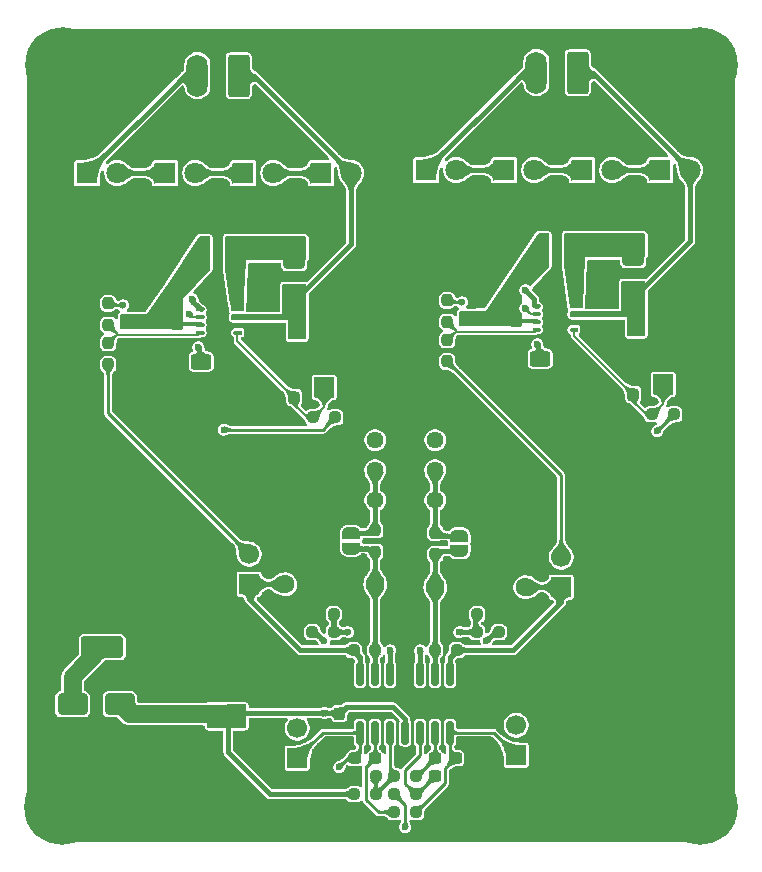
<source format=gbr>
%TF.GenerationSoftware,KiCad,Pcbnew,9.0.6*%
%TF.CreationDate,2026-01-06T23:31:54+01:00*%
%TF.ProjectId,uMule_transmiter,754d756c-655f-4747-9261-6e736d697465,rev?*%
%TF.SameCoordinates,Original*%
%TF.FileFunction,Copper,L1,Top*%
%TF.FilePolarity,Positive*%
%FSLAX46Y46*%
G04 Gerber Fmt 4.6, Leading zero omitted, Abs format (unit mm)*
G04 Created by KiCad (PCBNEW 9.0.6) date 2026-01-06 23:31:54*
%MOMM*%
%LPD*%
G01*
G04 APERTURE LIST*
G04 Aperture macros list*
%AMRoundRect*
0 Rectangle with rounded corners*
0 $1 Rounding radius*
0 $2 $3 $4 $5 $6 $7 $8 $9 X,Y pos of 4 corners*
0 Add a 4 corners polygon primitive as box body*
4,1,4,$2,$3,$4,$5,$6,$7,$8,$9,$2,$3,0*
0 Add four circle primitives for the rounded corners*
1,1,$1+$1,$2,$3*
1,1,$1+$1,$4,$5*
1,1,$1+$1,$6,$7*
1,1,$1+$1,$8,$9*
0 Add four rect primitives between the rounded corners*
20,1,$1+$1,$2,$3,$4,$5,0*
20,1,$1+$1,$4,$5,$6,$7,0*
20,1,$1+$1,$6,$7,$8,$9,0*
20,1,$1+$1,$8,$9,$2,$3,0*%
%AMFreePoly0*
4,1,23,0.500000,-0.750000,0.000000,-0.750000,0.000000,-0.745722,-0.065263,-0.745722,-0.191342,-0.711940,-0.304381,-0.646677,-0.396677,-0.554381,-0.461940,-0.441342,-0.495722,-0.315263,-0.495722,-0.250000,-0.500000,-0.250000,-0.500000,0.250000,-0.495722,0.250000,-0.495722,0.315263,-0.461940,0.441342,-0.396677,0.554381,-0.304381,0.646677,-0.191342,0.711940,-0.065263,0.745722,0.000000,0.745722,
0.000000,0.750000,0.500000,0.750000,0.500000,-0.750000,0.500000,-0.750000,$1*%
%AMFreePoly1*
4,1,23,0.000000,0.745722,0.065263,0.745722,0.191342,0.711940,0.304381,0.646677,0.396677,0.554381,0.461940,0.441342,0.495722,0.315263,0.495722,0.250000,0.500000,0.250000,0.500000,-0.250000,0.495722,-0.250000,0.495722,-0.315263,0.461940,-0.441342,0.396677,-0.554381,0.304381,-0.646677,0.191342,-0.711940,0.065263,-0.745722,0.000000,-0.745722,0.000000,-0.750000,-0.500000,-0.750000,
-0.500000,0.750000,0.000000,0.750000,0.000000,0.745722,0.000000,0.745722,$1*%
G04 Aperture macros list end*
%TA.AperFunction,SMDPad,CuDef*%
%ADD10RoundRect,0.237500X-0.237500X0.300000X-0.237500X-0.300000X0.237500X-0.300000X0.237500X0.300000X0*%
%TD*%
%TA.AperFunction,SMDPad,CuDef*%
%ADD11RoundRect,0.237500X0.250000X0.237500X-0.250000X0.237500X-0.250000X-0.237500X0.250000X-0.237500X0*%
%TD*%
%TA.AperFunction,SMDPad,CuDef*%
%ADD12RoundRect,0.237500X-0.250000X-0.237500X0.250000X-0.237500X0.250000X0.237500X-0.250000X0.237500X0*%
%TD*%
%TA.AperFunction,ComponentPad*%
%ADD13RoundRect,0.250000X1.550000X-0.650000X1.550000X0.650000X-1.550000X0.650000X-1.550000X-0.650000X0*%
%TD*%
%TA.AperFunction,ComponentPad*%
%ADD14O,3.600000X1.800000*%
%TD*%
%TA.AperFunction,SMDPad,CuDef*%
%ADD15RoundRect,0.237500X-0.237500X0.250000X-0.237500X-0.250000X0.237500X-0.250000X0.237500X0.250000X0*%
%TD*%
%TA.AperFunction,SMDPad,CuDef*%
%ADD16RoundRect,0.250000X-0.625000X0.400000X-0.625000X-0.400000X0.625000X-0.400000X0.625000X0.400000X0*%
%TD*%
%TA.AperFunction,ComponentPad*%
%ADD17C,0.800000*%
%TD*%
%TA.AperFunction,ComponentPad*%
%ADD18C,6.400000*%
%TD*%
%TA.AperFunction,ComponentPad*%
%ADD19C,1.440000*%
%TD*%
%TA.AperFunction,ComponentPad*%
%ADD20R,1.700000X1.700000*%
%TD*%
%TA.AperFunction,ComponentPad*%
%ADD21C,1.700000*%
%TD*%
%TA.AperFunction,SMDPad,CuDef*%
%ADD22RoundRect,0.150000X0.150000X-0.825000X0.150000X0.825000X-0.150000X0.825000X-0.150000X-0.825000X0*%
%TD*%
%TA.AperFunction,ComponentPad*%
%ADD23R,1.800000X1.800000*%
%TD*%
%TA.AperFunction,ComponentPad*%
%ADD24C,1.800000*%
%TD*%
%TA.AperFunction,SMDPad,CuDef*%
%ADD25RoundRect,0.237500X0.237500X-0.300000X0.237500X0.300000X-0.237500X0.300000X-0.237500X-0.300000X0*%
%TD*%
%TA.AperFunction,SMDPad,CuDef*%
%ADD26RoundRect,0.237500X0.300000X0.237500X-0.300000X0.237500X-0.300000X-0.237500X0.300000X-0.237500X0*%
%TD*%
%TA.AperFunction,SMDPad,CuDef*%
%ADD27RoundRect,0.250000X0.650000X-1.000000X0.650000X1.000000X-0.650000X1.000000X-0.650000X-1.000000X0*%
%TD*%
%TA.AperFunction,ComponentPad*%
%ADD28C,1.600000*%
%TD*%
%TA.AperFunction,ComponentPad*%
%ADD29RoundRect,0.250000X0.650000X1.550000X-0.650000X1.550000X-0.650000X-1.550000X0.650000X-1.550000X0*%
%TD*%
%TA.AperFunction,ComponentPad*%
%ADD30O,1.800000X3.600000*%
%TD*%
%TA.AperFunction,SMDPad,CuDef*%
%ADD31RoundRect,0.200000X-0.200000X-1.150000X0.200000X-1.150000X0.200000X1.150000X-0.200000X1.150000X0*%
%TD*%
%TA.AperFunction,SMDPad,CuDef*%
%ADD32RoundRect,0.250000X1.000000X0.650000X-1.000000X0.650000X-1.000000X-0.650000X1.000000X-0.650000X0*%
%TD*%
%TA.AperFunction,SMDPad,CuDef*%
%ADD33RoundRect,0.250000X-0.475000X0.250000X-0.475000X-0.250000X0.475000X-0.250000X0.475000X0.250000X0*%
%TD*%
%TA.AperFunction,SMDPad,CuDef*%
%ADD34RoundRect,0.237500X-0.300000X-0.237500X0.300000X-0.237500X0.300000X0.237500X-0.300000X0.237500X0*%
%TD*%
%TA.AperFunction,SMDPad,CuDef*%
%ADD35FreePoly0,270.000000*%
%TD*%
%TA.AperFunction,SMDPad,CuDef*%
%ADD36FreePoly1,270.000000*%
%TD*%
%TA.AperFunction,SMDPad,CuDef*%
%ADD37R,0.300000X0.400000*%
%TD*%
%TA.AperFunction,SMDPad,CuDef*%
%ADD38O,0.650000X0.400000*%
%TD*%
%TA.AperFunction,SMDPad,CuDef*%
%ADD39R,0.650000X1.000000*%
%TD*%
%TA.AperFunction,SMDPad,CuDef*%
%ADD40R,1.650000X2.400000*%
%TD*%
%TA.AperFunction,SMDPad,CuDef*%
%ADD41RoundRect,0.250000X0.475000X-0.250000X0.475000X0.250000X-0.475000X0.250000X-0.475000X-0.250000X0*%
%TD*%
%TA.AperFunction,ViaPad*%
%ADD42C,0.600000*%
%TD*%
%TA.AperFunction,Conductor*%
%ADD43C,0.400000*%
%TD*%
%TA.AperFunction,Conductor*%
%ADD44C,0.200000*%
%TD*%
%TA.AperFunction,Conductor*%
%ADD45C,0.254000*%
%TD*%
%TA.AperFunction,Conductor*%
%ADD46C,1.500000*%
%TD*%
%TA.AperFunction,Conductor*%
%ADD47C,0.250000*%
%TD*%
G04 APERTURE END LIST*
D10*
%TO.P,C5,1*%
%TO.N,Net-(D6-K)*%
X150114000Y-97181500D03*
%TO.P,C5,2*%
%TO.N,GND*%
X150114000Y-98906500D03*
%TD*%
D11*
%TO.P,R14,1*%
%TO.N,GND*%
X167433000Y-121158000D03*
%TO.P,R14,2*%
%TO.N,Net-(U3C-+)*%
X165608000Y-121158000D03*
%TD*%
D12*
%TO.P,R23,1*%
%TO.N,GND*%
X151638000Y-121158000D03*
%TO.P,R23,2*%
%TO.N,Net-(U3D-+)*%
X153463000Y-121158000D03*
%TD*%
D11*
%TO.P,R12,1*%
%TO.N,VCC*%
X167433000Y-122682000D03*
%TO.P,R12,2*%
%TO.N,Net-(U3C-+)*%
X165608000Y-122682000D03*
%TD*%
D13*
%TO.P,J9,1,Pin_1*%
%TO.N,Net-(D11-A)*%
X133858000Y-123952000D03*
D14*
%TO.P,J9,2,Pin_2*%
%TO.N,GND*%
X133858000Y-120452000D03*
%TD*%
D15*
%TO.P,R11,1*%
%TO.N,Net-(JP1-A)*%
X162052000Y-114253000D03*
%TO.P,R11,2*%
%TO.N,Net-(JP1-B)*%
X162052000Y-116078000D03*
%TD*%
%TO.P,R21,1*%
%TO.N,Net-(JP2-A)*%
X156972000Y-114046000D03*
%TO.P,R21,2*%
%TO.N,Net-(JP2-B)*%
X156972000Y-115871000D03*
%TD*%
D16*
%TO.P,R4,1*%
%TO.N,Net-(U1-RS)*%
X170942000Y-99516000D03*
%TO.P,R4,2*%
%TO.N,GND*%
X170942000Y-102616000D03*
%TD*%
D17*
%TO.P,H1,1,1*%
%TO.N,GND*%
X128100000Y-74620000D03*
X128802944Y-72922944D03*
X128802944Y-76317056D03*
X130500000Y-72220000D03*
D18*
X130500000Y-74620000D03*
D17*
X130500000Y-77020000D03*
X132197056Y-72922944D03*
X132197056Y-76317056D03*
X132900000Y-74620000D03*
%TD*%
D15*
%TO.P,R2,1*%
%TO.N,Net-(U1-FB)*%
X163068000Y-97940500D03*
%TO.P,R2,2*%
%TO.N,/Led_controller/SINE_IN*%
X163068000Y-99765500D03*
%TD*%
D19*
%TO.P,RV2,1,1*%
%TO.N,Net-(J5-Pin_2)*%
X156972000Y-106426000D03*
%TO.P,RV2,2,2*%
%TO.N,Net-(JP2-A)*%
X156972000Y-108966000D03*
%TO.P,RV2,3,3*%
X156972000Y-111506000D03*
%TD*%
D10*
%TO.P,C7,1*%
%TO.N,VCC*%
X140208000Y-96607500D03*
%TO.P,C7,2*%
%TO.N,GND*%
X140208000Y-98332500D03*
%TD*%
D20*
%TO.P,J7,1,Pin_1*%
%TO.N,Net-(J7-Pin_1)*%
X168910000Y-133096000D03*
D21*
%TO.P,J7,2,Pin_2*%
%TO.N,Net-(J7-Pin_2)*%
X168910000Y-130556000D03*
%TO.P,J7,3,Pin_3*%
%TO.N,GND*%
X171450000Y-133096000D03*
%TO.P,J7,4,Pin_4*%
X171450000Y-130556000D03*
%TD*%
D22*
%TO.P,U3,1*%
%TO.N,Net-(J5-Pin_1)*%
X155702000Y-131188000D03*
%TO.P,U3,2,-*%
%TO.N,Net-(U3A--)*%
X156972000Y-131188000D03*
%TO.P,U3,3,+*%
%TO.N,Net-(U3A-+)*%
X158242000Y-131188000D03*
%TO.P,U3,4,V+*%
%TO.N,VCC*%
X159512000Y-131188000D03*
%TO.P,U3,5,+*%
%TO.N,Net-(U3B-+)*%
X160782000Y-131188000D03*
%TO.P,U3,6,-*%
%TO.N,Net-(U3B--)*%
X162052000Y-131188000D03*
%TO.P,U3,7*%
%TO.N,Net-(J7-Pin_1)*%
X163322000Y-131188000D03*
%TO.P,U3,8*%
%TO.N,Net-(J6-Pin_1)*%
X163322000Y-126238000D03*
%TO.P,U3,9,-*%
%TO.N,Net-(JP1-B)*%
X162052000Y-126238000D03*
%TO.P,U3,10,+*%
%TO.N,Net-(U3C-+)*%
X160782000Y-126238000D03*
%TO.P,U3,11,V-*%
%TO.N,GND*%
X159512000Y-126238000D03*
%TO.P,U3,12,+*%
%TO.N,Net-(U3D-+)*%
X158242000Y-126238000D03*
%TO.P,U3,13,-*%
%TO.N,Net-(JP2-B)*%
X156972000Y-126238000D03*
%TO.P,U3,14*%
%TO.N,Net-(J8-Pin_1)*%
X155702000Y-126238000D03*
%TD*%
D23*
%TO.P,D10,1,K*%
%TO.N,Net-(D10-K)*%
X132588000Y-83820000D03*
D24*
%TO.P,D10,2,A*%
%TO.N,Net-(D10-A)*%
X135128000Y-83820000D03*
%TD*%
D12*
%TO.P,R19,1*%
%TO.N,GND*%
X155197000Y-134874000D03*
%TO.P,R19,2*%
%TO.N,Net-(U3A-+)*%
X157022000Y-134874000D03*
%TD*%
D25*
%TO.P,C14,1*%
%TO.N,VCC*%
X140208000Y-129540000D03*
%TO.P,C14,2*%
%TO.N,GND*%
X140208000Y-127815000D03*
%TD*%
D12*
%TO.P,R10,1*%
%TO.N,Net-(JP1-B)*%
X162052000Y-124206000D03*
%TO.P,R10,2*%
%TO.N,Net-(J6-Pin_1)*%
X163877000Y-124206000D03*
%TD*%
D11*
%TO.P,R13,1*%
%TO.N,Net-(J7-Pin_1)*%
X160424500Y-137922000D03*
%TO.P,R13,2*%
%TO.N,Net-(U3A--)*%
X158599500Y-137922000D03*
%TD*%
D19*
%TO.P,RV1,1,1*%
%TO.N,Net-(J7-Pin_2)*%
X162052000Y-106426000D03*
%TO.P,RV1,2,2*%
%TO.N,Net-(JP1-A)*%
X162052000Y-108966000D03*
%TO.P,RV1,3,3*%
X162052000Y-111506000D03*
%TD*%
D11*
%TO.P,R1,1*%
%TO.N,VCC*%
X182268500Y-104240500D03*
%TO.P,R1,2*%
%TO.N,/Led_controller/CTRL*%
X180443500Y-104240500D03*
%TD*%
D10*
%TO.P,C1,1*%
%TO.N,Net-(D1-K)*%
X178816000Y-96927500D03*
%TO.P,C1,2*%
%TO.N,GND*%
X178816000Y-98652500D03*
%TD*%
D26*
%TO.P,C9,1*%
%TO.N,Net-(U3A--)*%
X156972000Y-133350000D03*
%TO.P,C9,2*%
%TO.N,Net-(J5-Pin_1)*%
X155247000Y-133350000D03*
%TD*%
D27*
%TO.P,D1,1,K*%
%TO.N,Net-(D1-K)*%
X178816000Y-94424000D03*
%TO.P,D1,2,A*%
%TO.N,Net-(D1-A)*%
X178816000Y-90424000D03*
%TD*%
D20*
%TO.P,J4,1,Pin_1*%
%TO.N,/Led_controller1/CTRL*%
X152654000Y-101954500D03*
%TD*%
D28*
%TO.P,R16,1*%
%TO.N,Net-(JP2-B)*%
X156972000Y-118618000D03*
%TO.P,R16,2*%
%TO.N,Net-(J8-Pin_1)*%
X149352000Y-118618000D03*
%TD*%
D25*
%TO.P,C16,1*%
%TO.N,VCC*%
X143256000Y-129540000D03*
%TO.P,C16,2*%
%TO.N,GND*%
X143256000Y-127815000D03*
%TD*%
D17*
%TO.P,H3,1,1*%
%TO.N,GND*%
X182069126Y-137479126D03*
X182772070Y-135782070D03*
X182772070Y-139176182D03*
X184469126Y-135079126D03*
D18*
X184469126Y-137479126D03*
D17*
X184469126Y-139879126D03*
X186166182Y-135782070D03*
X186166182Y-139176182D03*
X186869126Y-137479126D03*
%TD*%
D23*
%TO.P,D7,1,K*%
%TO.N,Net-(D7-K)*%
X152400000Y-83820000D03*
D24*
%TO.P,D7,2,A*%
%TO.N,Net-(D6-K)*%
X154940000Y-83820000D03*
%TD*%
D12*
%TO.P,R20,1*%
%TO.N,Net-(U3A-+)*%
X158599500Y-134874000D03*
%TO.P,R20,2*%
%TO.N,Net-(U3B--)*%
X160424500Y-134874000D03*
%TD*%
%TO.P,R15,1*%
%TO.N,Net-(J5-Pin_1)*%
X158599500Y-136398000D03*
%TO.P,R15,2*%
%TO.N,Net-(U3B-+)*%
X160424500Y-136398000D03*
%TD*%
D15*
%TO.P,R6,1*%
%TO.N,Net-(U2-FB)*%
X134366000Y-98194500D03*
%TO.P,R6,2*%
%TO.N,/Led_controller1/SINE_IN*%
X134366000Y-100019500D03*
%TD*%
D23*
%TO.P,D8,1,K*%
%TO.N,Net-(D8-K)*%
X145796000Y-83820000D03*
D24*
%TO.P,D8,2,A*%
%TO.N,Net-(D7-K)*%
X148336000Y-83820000D03*
%TD*%
D12*
%TO.P,R22,1*%
%TO.N,VCC*%
X151638000Y-122682000D03*
%TO.P,R22,2*%
%TO.N,Net-(U3D-+)*%
X153463000Y-122682000D03*
%TD*%
D11*
%TO.P,R18,1*%
%TO.N,Net-(JP2-B)*%
X156972000Y-124206000D03*
%TO.P,R18,2*%
%TO.N,Net-(J8-Pin_1)*%
X155147000Y-124206000D03*
%TD*%
D29*
%TO.P,J3,1,Pin_1*%
%TO.N,Net-(D6-K)*%
X145422500Y-75557500D03*
D30*
%TO.P,J3,2,Pin_2*%
%TO.N,Net-(D10-K)*%
X141922500Y-75557500D03*
%TD*%
D25*
%TO.P,C15,1*%
%TO.N,VCC*%
X141732000Y-129540000D03*
%TO.P,C15,2*%
%TO.N,GND*%
X141732000Y-127815000D03*
%TD*%
D31*
%TO.P,L1,1,1*%
%TO.N,VCC*%
X171242000Y-90424000D03*
%TO.P,L1,2,2*%
%TO.N,Net-(D1-A)*%
X173542000Y-90424000D03*
%TD*%
D32*
%TO.P,D11,1,K*%
%TO.N,VCC*%
X135350000Y-128778000D03*
%TO.P,D11,2,A*%
%TO.N,Net-(D11-A)*%
X131350000Y-128778000D03*
%TD*%
D25*
%TO.P,C4,1*%
%TO.N,/Led_controller/CTRL*%
X178816000Y-102563000D03*
%TO.P,C4,2*%
%TO.N,GND*%
X178816000Y-100838000D03*
%TD*%
D23*
%TO.P,D9,1,K*%
%TO.N,Net-(D10-A)*%
X139192000Y-83820000D03*
D24*
%TO.P,D9,2,A*%
%TO.N,Net-(D8-K)*%
X141732000Y-83820000D03*
%TD*%
D31*
%TO.P,L2,1,1*%
%TO.N,VCC*%
X142540000Y-90678000D03*
%TO.P,L2,2,2*%
%TO.N,Net-(D6-A)*%
X144840000Y-90678000D03*
%TD*%
D20*
%TO.P,J6,1,Pin_1*%
%TO.N,Net-(J6-Pin_1)*%
X172720000Y-118872000D03*
D21*
%TO.P,J6,2,Pin_2*%
%TO.N,/Led_controller/SINE_IN*%
X172720000Y-116332000D03*
%TO.P,J6,3,Pin_3*%
%TO.N,GND*%
X175260000Y-118872000D03*
%TO.P,J6,4,Pin_4*%
X175260000Y-116332000D03*
%TD*%
D33*
%TO.P,C2,1*%
%TO.N,VCC*%
X167132000Y-96266000D03*
%TO.P,C2,2*%
%TO.N,GND*%
X167132000Y-98166000D03*
%TD*%
D23*
%TO.P,D4,1,K*%
%TO.N,Net-(D4-K)*%
X167894000Y-83566000D03*
D24*
%TO.P,D4,2,A*%
%TO.N,Net-(D3-K)*%
X170434000Y-83566000D03*
%TD*%
D15*
%TO.P,R3,1*%
%TO.N,Net-(U1-RS)*%
X163068000Y-94591500D03*
%TO.P,R3,2*%
%TO.N,Net-(U1-FB)*%
X163068000Y-96416500D03*
%TD*%
D12*
%TO.P,R17,1*%
%TO.N,VCC*%
X155197000Y-136398000D03*
%TO.P,R17,2*%
%TO.N,Net-(U3A-+)*%
X157022000Y-136398000D03*
%TD*%
D23*
%TO.P,D2,1,K*%
%TO.N,Net-(D2-K)*%
X181102000Y-83566000D03*
D24*
%TO.P,D2,2,A*%
%TO.N,Net-(D1-K)*%
X183642000Y-83566000D03*
%TD*%
D25*
%TO.P,C12,1*%
%TO.N,VCC*%
X153924000Y-129575500D03*
%TO.P,C12,2*%
%TO.N,GND*%
X153924000Y-127850500D03*
%TD*%
D34*
%TO.P,C10,1*%
%TO.N,Net-(U3B-+)*%
X162052000Y-134874000D03*
%TO.P,C10,2*%
%TO.N,GND*%
X163777000Y-134874000D03*
%TD*%
D33*
%TO.P,C6,1*%
%TO.N,VCC*%
X138430000Y-96520000D03*
%TO.P,C6,2*%
%TO.N,GND*%
X138430000Y-98420000D03*
%TD*%
D35*
%TO.P,JP2,1,A*%
%TO.N,Net-(JP2-A)*%
X154940000Y-114300000D03*
D36*
%TO.P,JP2,2,B*%
%TO.N,Net-(JP2-B)*%
X154940000Y-115600000D03*
%TD*%
D23*
%TO.P,D3,1,K*%
%TO.N,Net-(D3-K)*%
X174498000Y-83566000D03*
D24*
%TO.P,D3,2,A*%
%TO.N,Net-(D2-K)*%
X177038000Y-83566000D03*
%TD*%
D20*
%TO.P,J2,1,Pin_1*%
%TO.N,/Led_controller/CTRL*%
X181356000Y-101700500D03*
%TD*%
D10*
%TO.P,C3,1*%
%TO.N,VCC*%
X168910000Y-96353500D03*
%TO.P,C3,2*%
%TO.N,GND*%
X168910000Y-98078500D03*
%TD*%
D16*
%TO.P,R8,1*%
%TO.N,Net-(U2-RS)*%
X142240000Y-99770000D03*
%TO.P,R8,2*%
%TO.N,GND*%
X142240000Y-102870000D03*
%TD*%
D34*
%TO.P,C11,1*%
%TO.N,Net-(U3B--)*%
X162052000Y-133350000D03*
%TO.P,C11,2*%
%TO.N,Net-(J7-Pin_1)*%
X163777000Y-133350000D03*
%TD*%
D25*
%TO.P,C8,1*%
%TO.N,/Led_controller1/CTRL*%
X150114000Y-102817000D03*
%TO.P,C8,2*%
%TO.N,GND*%
X150114000Y-101092000D03*
%TD*%
D11*
%TO.P,R5,1*%
%TO.N,VCC*%
X153566500Y-104494500D03*
%TO.P,R5,2*%
%TO.N,/Led_controller1/CTRL*%
X151741500Y-104494500D03*
%TD*%
D15*
%TO.P,R7,1*%
%TO.N,Net-(U2-RS)*%
X134366000Y-94845500D03*
%TO.P,R7,2*%
%TO.N,Net-(U2-FB)*%
X134366000Y-96670500D03*
%TD*%
D37*
%TO.P,U2,1,LED*%
%TO.N,Net-(D10-K)*%
X141988000Y-95362000D03*
D38*
X142188000Y-95362000D03*
D37*
%TO.P,U2,2,RS*%
%TO.N,Net-(U2-RS)*%
X141988000Y-96012000D03*
D38*
X142188000Y-96012000D03*
D37*
%TO.P,U2,3,VIN*%
%TO.N,VCC*%
X141988000Y-96662000D03*
D38*
X142188000Y-96662000D03*
D37*
%TO.P,U2,4,FB*%
%TO.N,Net-(U2-FB)*%
X141988000Y-97312000D03*
D38*
X142188000Y-97312000D03*
%TO.P,U2,5,CTRL*%
%TO.N,/Led_controller1/CTRL*%
X145288000Y-97312000D03*
D37*
X145488000Y-97312000D03*
D38*
%TO.P,U2,6,GND*%
%TO.N,GND*%
X145288000Y-96662000D03*
D37*
X145488000Y-96662000D03*
D38*
%TO.P,U2,7,OVP*%
%TO.N,Net-(D6-K)*%
X145288000Y-96012000D03*
D37*
X145488000Y-96012000D03*
D38*
%TO.P,U2,8,SW*%
%TO.N,Net-(D6-A)*%
X145288000Y-95362000D03*
D37*
X145488000Y-95362000D03*
D39*
%TO.P,U2,9,H_SINK*%
%TO.N,GND*%
X143288000Y-95712000D03*
X143288000Y-96962000D03*
D40*
X143738000Y-96337000D03*
D39*
X144188000Y-95712000D03*
X144188000Y-96962000D03*
%TD*%
D27*
%TO.P,D6,1,K*%
%TO.N,Net-(D6-K)*%
X150114000Y-94678000D03*
%TO.P,D6,2,A*%
%TO.N,Net-(D6-A)*%
X150114000Y-90678000D03*
%TD*%
D28*
%TO.P,R9,1*%
%TO.N,Net-(JP1-B)*%
X162052000Y-118872000D03*
%TO.P,R9,2*%
%TO.N,Net-(J6-Pin_1)*%
X169672000Y-118872000D03*
%TD*%
D35*
%TO.P,JP1,1,A*%
%TO.N,Net-(JP1-A)*%
X164084000Y-114515500D03*
D36*
%TO.P,JP1,2,B*%
%TO.N,Net-(JP1-B)*%
X164084000Y-115815500D03*
%TD*%
D17*
%TO.P,H2,1,1*%
%TO.N,GND*%
X182060000Y-74620000D03*
X182762944Y-72922944D03*
X182762944Y-76317056D03*
X184460000Y-72220000D03*
D18*
X184460000Y-74620000D03*
D17*
X184460000Y-77020000D03*
X186157056Y-72922944D03*
X186157056Y-76317056D03*
X186860000Y-74620000D03*
%TD*%
D41*
%TO.P,C13,1*%
%TO.N,VCC*%
X138430000Y-129627500D03*
%TO.P,C13,2*%
%TO.N,GND*%
X138430000Y-127727500D03*
%TD*%
D17*
%TO.P,H4,1,1*%
%TO.N,GND*%
X128090874Y-137479126D03*
X128793818Y-135782070D03*
X128793818Y-139176182D03*
X130490874Y-135079126D03*
D18*
X130490874Y-137479126D03*
D17*
X130490874Y-139879126D03*
X132187930Y-135782070D03*
X132187930Y-139176182D03*
X132890874Y-137479126D03*
%TD*%
D37*
%TO.P,U1,1,LED*%
%TO.N,Net-(D5-K)*%
X170462000Y-95108000D03*
D38*
X170662000Y-95108000D03*
D37*
%TO.P,U1,2,RS*%
%TO.N,Net-(U1-RS)*%
X170462000Y-95758000D03*
D38*
X170662000Y-95758000D03*
D37*
%TO.P,U1,3,VIN*%
%TO.N,VCC*%
X170462000Y-96408000D03*
D38*
X170662000Y-96408000D03*
D37*
%TO.P,U1,4,FB*%
%TO.N,Net-(U1-FB)*%
X170462000Y-97058000D03*
D38*
X170662000Y-97058000D03*
%TO.P,U1,5,CTRL*%
%TO.N,/Led_controller/CTRL*%
X173762000Y-97058000D03*
D37*
X173962000Y-97058000D03*
D38*
%TO.P,U1,6,GND*%
%TO.N,GND*%
X173762000Y-96408000D03*
D37*
X173962000Y-96408000D03*
D38*
%TO.P,U1,7,OVP*%
%TO.N,Net-(D1-K)*%
X173762000Y-95758000D03*
D37*
X173962000Y-95758000D03*
D38*
%TO.P,U1,8,SW*%
%TO.N,Net-(D1-A)*%
X173762000Y-95108000D03*
D37*
X173962000Y-95108000D03*
D39*
%TO.P,U1,9,H_SINK*%
%TO.N,GND*%
X171762000Y-95458000D03*
X171762000Y-96708000D03*
D40*
X172212000Y-96083000D03*
D39*
X172662000Y-95458000D03*
X172662000Y-96708000D03*
%TD*%
D29*
%TO.P,J1,1,Pin_1*%
%TO.N,Net-(D1-K)*%
X174124500Y-75303500D03*
D30*
%TO.P,J1,2,Pin_2*%
%TO.N,Net-(D5-K)*%
X170624500Y-75303500D03*
%TD*%
D23*
%TO.P,D5,1,K*%
%TO.N,Net-(D5-K)*%
X161290000Y-83566000D03*
D24*
%TO.P,D5,2,A*%
%TO.N,Net-(D4-K)*%
X163830000Y-83566000D03*
%TD*%
D20*
%TO.P,J5,1,Pin_1*%
%TO.N,Net-(J5-Pin_1)*%
X150368000Y-133350000D03*
D21*
%TO.P,J5,2,Pin_2*%
%TO.N,Net-(J5-Pin_2)*%
X150368000Y-130810000D03*
%TO.P,J5,3,Pin_3*%
%TO.N,GND*%
X147828000Y-133350000D03*
%TO.P,J5,4,Pin_4*%
X147828000Y-130810000D03*
%TD*%
D20*
%TO.P,J8,1,Pin_1*%
%TO.N,Net-(J8-Pin_1)*%
X146304000Y-118618000D03*
D21*
%TO.P,J8,2,Pin_2*%
%TO.N,/Led_controller1/SINE_IN*%
X146304000Y-116078000D03*
%TO.P,J8,3,Pin_3*%
%TO.N,GND*%
X143764000Y-118618000D03*
%TO.P,J8,4,Pin_4*%
X143764000Y-116078000D03*
%TD*%
D42*
%TO.N,GND*%
X155702000Y-106680000D03*
X143764000Y-98552000D03*
X166878000Y-92202000D03*
X133096000Y-95758000D03*
X167132000Y-124968000D03*
X151892000Y-124968000D03*
X132080000Y-86106000D03*
X138176000Y-93980000D03*
X152908000Y-109474000D03*
X168656000Y-120142000D03*
X148844000Y-103632000D03*
X138938000Y-109728000D03*
X153416000Y-98298000D03*
X157988000Y-113030000D03*
X152146000Y-95504000D03*
X172720000Y-121412000D03*
X137668000Y-101092000D03*
X150368000Y-117602000D03*
X136652000Y-88646000D03*
X184404000Y-86868000D03*
X148082000Y-93980000D03*
X169926000Y-89154000D03*
X143002000Y-98552000D03*
X182118000Y-89916000D03*
X142748000Y-109728000D03*
X144018000Y-94234000D03*
X143510000Y-89408000D03*
X133096000Y-99314000D03*
X154940000Y-90932000D03*
X166624000Y-93980000D03*
X151638000Y-106426000D03*
X162814000Y-136652000D03*
X144018000Y-88646000D03*
X147066000Y-88646000D03*
X137922000Y-131064000D03*
X164338000Y-121666000D03*
X180340000Y-94488000D03*
X134874000Y-110236000D03*
X154178000Y-89408000D03*
X167132000Y-102362000D03*
X142748000Y-108204000D03*
X152908000Y-92964000D03*
X179578000Y-106680000D03*
X154686000Y-126746000D03*
X144780000Y-99822000D03*
X168656000Y-117348000D03*
X160020000Y-124714000D03*
X149098000Y-123698000D03*
X166116000Y-130302000D03*
X134874000Y-130302000D03*
X164084000Y-101854000D03*
X136144000Y-93980000D03*
X154940000Y-137414000D03*
X168656000Y-123190000D03*
X167132000Y-89916000D03*
X143256000Y-94234000D03*
X151384000Y-100330000D03*
X151384000Y-88646000D03*
X148082000Y-106426000D03*
X148082000Y-120396000D03*
X135128000Y-103886000D03*
X148082000Y-99822000D03*
X161290000Y-122174000D03*
X142748000Y-93218000D03*
X171196000Y-93980000D03*
X161544000Y-137922000D03*
X152908000Y-130556000D03*
X144526000Y-123952000D03*
X151384000Y-110744000D03*
X166624000Y-131826000D03*
X136652000Y-120142000D03*
X146558000Y-95250000D03*
X180340000Y-88646000D03*
X171450000Y-106426000D03*
X135382000Y-93980000D03*
X161036000Y-117602000D03*
X137668000Y-108458000D03*
X135128000Y-101854000D03*
X165862000Y-99060000D03*
X133604000Y-100838000D03*
X176022000Y-98806000D03*
X167132000Y-93218000D03*
X133604000Y-103886000D03*
X153416000Y-126492000D03*
X170688000Y-103886000D03*
X160020000Y-97536000D03*
X155956000Y-121920000D03*
X138684000Y-107442000D03*
X168656000Y-128778000D03*
X137668000Y-126492000D03*
X136652000Y-90678000D03*
X153416000Y-116332000D03*
X153924000Y-133096000D03*
X177292000Y-104902000D03*
X173228000Y-106426000D03*
X173482000Y-88392000D03*
X150368000Y-121412000D03*
X147828000Y-103632000D03*
X145542000Y-134874000D03*
X167132000Y-113538000D03*
X164338000Y-130302000D03*
X139700000Y-91694000D03*
X149352000Y-135636000D03*
X146558000Y-92456000D03*
X152400000Y-99314000D03*
X133096000Y-94234000D03*
X140716000Y-111760000D03*
X136398000Y-115570000D03*
X143510000Y-91694000D03*
X143764000Y-131318000D03*
X155956000Y-120142000D03*
X160274000Y-127762000D03*
X144526000Y-126492000D03*
X154178000Y-125730000D03*
X134874000Y-111506000D03*
X175006000Y-99822000D03*
X144526000Y-133858000D03*
X157480000Y-127850500D03*
X181102000Y-93218000D03*
X168148000Y-105918000D03*
X147574000Y-122428000D03*
X148336000Y-88646000D03*
X151892000Y-112522000D03*
X157988000Y-116840000D03*
X158496000Y-118618000D03*
X134874000Y-106934000D03*
X171450000Y-92964000D03*
X151892000Y-126492000D03*
X168148000Y-103378000D03*
X167386000Y-132842000D03*
X175260000Y-94742000D03*
X167132000Y-127762000D03*
X133604000Y-101854000D03*
X153162000Y-90424000D03*
X141986000Y-131064000D03*
X163816975Y-86881025D03*
X147066000Y-98806000D03*
X164592000Y-89916000D03*
X136652000Y-131064000D03*
X167132000Y-117094000D03*
X155956000Y-110236000D03*
X143764000Y-122682000D03*
X175006000Y-97790000D03*
X171958000Y-111252000D03*
X148844000Y-102616000D03*
X176784000Y-91948000D03*
X167894000Y-101092000D03*
X166624000Y-99822000D03*
X151130000Y-135636000D03*
X170942000Y-120650000D03*
X139700000Y-126492000D03*
X134874000Y-108966000D03*
X164846000Y-125984000D03*
X167132000Y-115316000D03*
X176276000Y-101092000D03*
X162306000Y-107696000D03*
X158242000Y-97536000D03*
X173990000Y-104902000D03*
X145796000Y-101854000D03*
X157988000Y-110236000D03*
X171450000Y-98044000D03*
X166624000Y-112014000D03*
X140716000Y-126492000D03*
X161544000Y-97536000D03*
X165862000Y-109220000D03*
X164592000Y-93980000D03*
X148336000Y-104648000D03*
X168656000Y-127508000D03*
X177546000Y-98044000D03*
X155448000Y-118618000D03*
X146558000Y-135890000D03*
X182372000Y-91948000D03*
X167132000Y-118618000D03*
X136652000Y-118364000D03*
X150368000Y-88646000D03*
X155702000Y-116840000D03*
X137922000Y-91948000D03*
X150368000Y-128270000D03*
X172212000Y-88392000D03*
X142748000Y-88646000D03*
X162052000Y-98806000D03*
X167132000Y-120142000D03*
X161036000Y-115824000D03*
X173482000Y-111506000D03*
X142748000Y-105156000D03*
X150368000Y-116078000D03*
X133096000Y-97536000D03*
X173482000Y-110236000D03*
X148082000Y-92964000D03*
X137668000Y-106172000D03*
X153162000Y-134620000D03*
X142494000Y-94234000D03*
X143256000Y-114300000D03*
X147574000Y-136906000D03*
X133350000Y-128016000D03*
X165354000Y-119888000D03*
X153924000Y-91948000D03*
X177038000Y-99822000D03*
X149098000Y-121666000D03*
X141732000Y-125476000D03*
X165100000Y-102870000D03*
X159004000Y-133604000D03*
X149606000Y-104648000D03*
X168910000Y-102108000D03*
X148082000Y-95250000D03*
X146304000Y-121158000D03*
X147320000Y-91694000D03*
X137668000Y-112522000D03*
X173482000Y-114046000D03*
X164846000Y-134112000D03*
X141478000Y-120396000D03*
X181610000Y-105918000D03*
X138684000Y-126492000D03*
X147066000Y-100838000D03*
X161544000Y-94996000D03*
X150368000Y-119634000D03*
X155194000Y-109220000D03*
X144780000Y-98552000D03*
X140208000Y-118110000D03*
X144780000Y-102870000D03*
X153416000Y-94996000D03*
X145542000Y-106426000D03*
X178054000Y-106426000D03*
X167132000Y-125984000D03*
X157734000Y-129794000D03*
X153162000Y-105918000D03*
X146558000Y-93726000D03*
X165608000Y-115062000D03*
X173736000Y-98552000D03*
X156210000Y-129794000D03*
X177546000Y-96774000D03*
X135128000Y-102870000D03*
X172466000Y-92964000D03*
X140716000Y-109474000D03*
X180086000Y-98044000D03*
X133604000Y-102870000D03*
X165354000Y-98044000D03*
X161036000Y-113030000D03*
X144780000Y-127762000D03*
X175260000Y-93218000D03*
X144018000Y-112776000D03*
X163068000Y-123444000D03*
X164846000Y-132588000D03*
X143764000Y-93218000D03*
X155702000Y-89408000D03*
X151892000Y-132842000D03*
X167132000Y-104902000D03*
X154178000Y-88138000D03*
X139446000Y-99568000D03*
X180086000Y-99314000D03*
X165608000Y-93980000D03*
X166116000Y-101346000D03*
X184404000Y-88392000D03*
X172212000Y-104902000D03*
X163322000Y-88646000D03*
X155702000Y-88138000D03*
X151892000Y-119888000D03*
X179578000Y-92456000D03*
X164084000Y-99314000D03*
X138938000Y-90932000D03*
X172212000Y-89662000D03*
X172212000Y-107696000D03*
X178816000Y-88392000D03*
X164084000Y-109474000D03*
X143764000Y-99822000D03*
X180340000Y-89916000D03*
X152146000Y-91186000D03*
X157988000Y-115062000D03*
X165354000Y-110744000D03*
X173228000Y-99314000D03*
X145542000Y-114300000D03*
X141224000Y-98298000D03*
X154686000Y-103378000D03*
X154940000Y-139446000D03*
X147574000Y-96774000D03*
X140716000Y-131064000D03*
X162306000Y-85344000D03*
X151892000Y-114300000D03*
X184404000Y-89916000D03*
X171450000Y-122682000D03*
X163068000Y-110236000D03*
X172212000Y-98044000D03*
X154178000Y-108204000D03*
X155702000Y-127850500D03*
X179324000Y-104902000D03*
X157734000Y-122174000D03*
X150368000Y-114300000D03*
X140462000Y-119380000D03*
X161290000Y-120396000D03*
X153416000Y-113538000D03*
X140208000Y-117348000D03*
X146050000Y-133350000D03*
X137668000Y-109982000D03*
X150876000Y-137160000D03*
X167132000Y-110490000D03*
X153670000Y-119888000D03*
X149860000Y-106426000D03*
X161544000Y-129540000D03*
X137922000Y-89916000D03*
X143764000Y-132588000D03*
X150876000Y-92456000D03*
X145034000Y-88646000D03*
X180340000Y-96266000D03*
X146558000Y-96774000D03*
X164592000Y-107950000D03*
X155956000Y-138430000D03*
X150368000Y-112268000D03*
X135382000Y-89408000D03*
X154178000Y-110236000D03*
X146050000Y-99822000D03*
X140716000Y-99568000D03*
X146050000Y-88646000D03*
X155956000Y-123444000D03*
X165100000Y-100330000D03*
X146558000Y-106426000D03*
X148844000Y-96774000D03*
X141732000Y-126492000D03*
X134112000Y-86106000D03*
X139954000Y-122936000D03*
X173482000Y-108712000D03*
X176784000Y-93218000D03*
X172720000Y-93980000D03*
X173482000Y-112776000D03*
X156464000Y-97536000D03*
X160020000Y-132842000D03*
X141732000Y-110490000D03*
X169164000Y-104394000D03*
X161290000Y-110236000D03*
X171958000Y-112776000D03*
X145288000Y-131826000D03*
X162814000Y-120396000D03*
X149352000Y-88646000D03*
X153162000Y-111252000D03*
X138938000Y-122174000D03*
X144526000Y-125222000D03*
X172974000Y-98044000D03*
X162814000Y-129540000D03*
X160274000Y-138938000D03*
X177038000Y-88392000D03*
X142748000Y-106680000D03*
X161544000Y-127762000D03*
X139700000Y-108458000D03*
X162814000Y-121920000D03*
X152400000Y-137160000D03*
X168402000Y-91186000D03*
X139954000Y-110744000D03*
X171958000Y-93980000D03*
X162814000Y-127762000D03*
X136652000Y-121666000D03*
X146304000Y-98044000D03*
X183388000Y-90932000D03*
X169926000Y-121666000D03*
X154686000Y-121666000D03*
X151892000Y-128524000D03*
X182880000Y-86868000D03*
X172212000Y-90932000D03*
X133350000Y-129540000D03*
X154686000Y-132080000D03*
X152146000Y-93726000D03*
X148844000Y-92456000D03*
X143510000Y-90678000D03*
X149352000Y-137160000D03*
X145796000Y-128270000D03*
X154686000Y-104902000D03*
X170180000Y-105410000D03*
X162814000Y-112776000D03*
X139446000Y-131064000D03*
X158242000Y-94996000D03*
X137414000Y-117348000D03*
X143764000Y-103886000D03*
X168656000Y-126492000D03*
X164084000Y-117094000D03*
X137668000Y-99568000D03*
X139954000Y-112776000D03*
X175514000Y-104902000D03*
X138684000Y-113792000D03*
X164338000Y-131826000D03*
X135382000Y-87376000D03*
X168656000Y-121920000D03*
X170434000Y-123698000D03*
X159004000Y-132588000D03*
X146812000Y-128778000D03*
X137668000Y-111252000D03*
X168656000Y-114300000D03*
X150368000Y-124968000D03*
X134874000Y-107950000D03*
X163068000Y-100838000D03*
X150368000Y-122936000D03*
X176530000Y-106426000D03*
X141732000Y-124460000D03*
X182880000Y-88392000D03*
X134874000Y-105918000D03*
X164846000Y-135382000D03*
X168656000Y-124968000D03*
X165862000Y-124968000D03*
X167132000Y-129794000D03*
X150368000Y-126492000D03*
X138938000Y-92964000D03*
X175260000Y-88392000D03*
X165862000Y-88646000D03*
X181102000Y-90932000D03*
X133858000Y-87884000D03*
X151892000Y-130810000D03*
X153416000Y-124968000D03*
X134874000Y-112776000D03*
X168656000Y-115824000D03*
X163322000Y-106680000D03*
X137668000Y-104394000D03*
X155702000Y-113030000D03*
X148590000Y-128778000D03*
X172466000Y-98806000D03*
X159004000Y-124714000D03*
X177546000Y-102362000D03*
X168656000Y-112014000D03*
X165100000Y-113284000D03*
X137668000Y-102870000D03*
X151892000Y-117856000D03*
X160274000Y-129540000D03*
X175260000Y-91948000D03*
X153162000Y-135636000D03*
X154940000Y-94996000D03*
X141224000Y-115570000D03*
X171958000Y-114046000D03*
X141224000Y-89154000D03*
X170180000Y-107950000D03*
X170942000Y-88392000D03*
X158874499Y-127850500D03*
X135128000Y-114554000D03*
X140208000Y-116332000D03*
X169164000Y-90170000D03*
X133858000Y-105156000D03*
X151892000Y-116078000D03*
X152908000Y-132080000D03*
X140462000Y-90424000D03*
X148082000Y-135382000D03*
X169164000Y-106934000D03*
X152146000Y-89662000D03*
X162052000Y-87376000D03*
X156464000Y-94996000D03*
X178054000Y-92456000D03*
X171958000Y-109982000D03*
X140970000Y-123698000D03*
X175006000Y-106426000D03*
X166116000Y-103886000D03*
X171196000Y-108966000D03*
X135128000Y-100838000D03*
X142748000Y-121666000D03*
X165862000Y-91186000D03*
X157734000Y-120142000D03*
X137160000Y-94234000D03*
X154686000Y-97536000D03*
X153416000Y-137922000D03*
X176784000Y-94742000D03*
X146812000Y-104648000D03*
X137414000Y-116332000D03*
X160020000Y-94996000D03*
%TO.N,VCC*%
X166376358Y-123450591D03*
X152654000Y-123444000D03*
X145542000Y-129286000D03*
X144526000Y-130302000D03*
X135890000Y-96520000D03*
X180848000Y-105664000D03*
X144526000Y-129286000D03*
X164592000Y-96266000D03*
X144145000Y-105537000D03*
X136906000Y-96266000D03*
X165608000Y-96012000D03*
X145542000Y-130302000D03*
X152654000Y-129540000D03*
%TO.N,Net-(J5-Pin_1)*%
X159512000Y-139192000D03*
X153924000Y-134112000D03*
%TO.N,Net-(D5-K)*%
X169672000Y-93726000D03*
%TO.N,Net-(D10-K)*%
X141478000Y-94488000D03*
%TO.N,Net-(U1-RS)*%
X164338000Y-94742000D03*
X169672000Y-95250000D03*
X170688000Y-98298000D03*
%TO.N,Net-(U2-RS)*%
X135636000Y-94996000D03*
X141224000Y-95758000D03*
X141986000Y-98552000D03*
%TO.N,Net-(U3C-+)*%
X164084000Y-122682000D03*
X160782000Y-124206000D03*
%TO.N,Net-(U3D-+)*%
X158242000Y-124206000D03*
X154686000Y-122682000D03*
%TD*%
D43*
%TO.N,GND*%
X155702000Y-127850500D02*
X157480000Y-127850500D01*
X159512000Y-127212999D02*
X159512000Y-126238000D01*
X157480000Y-127850500D02*
X158874499Y-127850500D01*
D44*
X176884500Y-98652500D02*
X174610000Y-96378000D01*
X174610000Y-96378000D02*
X173842000Y-96378000D01*
X178816000Y-98652500D02*
X176884500Y-98652500D01*
D43*
X153924000Y-127850500D02*
X155702000Y-127850500D01*
X158874499Y-127850500D02*
X159512000Y-127212999D01*
%TO.N,Net-(D1-K)*%
X183642000Y-89598000D02*
X183642000Y-83566000D01*
X175379500Y-75303500D02*
X174124500Y-75303500D01*
X178816000Y-94424000D02*
X183642000Y-89598000D01*
X183642000Y-83566000D02*
X175379500Y-75303500D01*
D45*
%TO.N,VCC*%
X182268500Y-104240500D02*
X182268500Y-104243500D01*
D43*
X159512000Y-130048000D02*
X159512000Y-131188000D01*
X151892000Y-122682000D02*
X152654000Y-123444000D01*
X152654000Y-129540000D02*
X143256000Y-129540000D01*
X148082000Y-136398000D02*
X144526000Y-132842000D01*
D45*
X152524000Y-105537000D02*
X144145000Y-105537000D01*
D43*
X153888500Y-129540000D02*
X153924000Y-129575500D01*
X143256000Y-129540000D02*
X143168500Y-129627500D01*
D45*
X153566500Y-104494500D02*
X152524000Y-105537000D01*
D43*
X167433000Y-122682000D02*
X167144949Y-122682000D01*
D46*
X138430000Y-129627500D02*
X143168500Y-129627500D01*
D43*
X154467500Y-129032000D02*
X158496000Y-129032000D01*
D45*
X182268500Y-104243500D02*
X180848000Y-105664000D01*
D43*
X155197000Y-136398000D02*
X148082000Y-136398000D01*
X144526000Y-132842000D02*
X144526000Y-130302000D01*
X167144949Y-122682000D02*
X166376358Y-123450591D01*
X153924000Y-129575500D02*
X154467500Y-129032000D01*
X151638000Y-122682000D02*
X151892000Y-122682000D01*
X158496000Y-129032000D02*
X159512000Y-130048000D01*
X152654000Y-129540000D02*
X153888500Y-129540000D01*
D46*
X138430000Y-129627500D02*
X136199500Y-129627500D01*
X136199500Y-129627500D02*
X135350000Y-128778000D01*
D43*
%TO.N,Net-(D6-K)*%
X146677500Y-75557500D02*
X145422500Y-75557500D01*
X150114000Y-94678000D02*
X154940000Y-89852000D01*
X154940000Y-89852000D02*
X154940000Y-83820000D01*
X154940000Y-83820000D02*
X146677500Y-75557500D01*
D45*
%TO.N,Net-(U3A--)*%
X157252180Y-137922000D02*
X156206500Y-136876320D01*
X158599500Y-137922000D02*
X157252180Y-137922000D01*
D47*
X156972000Y-133350000D02*
X156972000Y-131188000D01*
D45*
X156206500Y-134115500D02*
X156972000Y-133350000D01*
X156206500Y-136876320D02*
X156206500Y-134115500D01*
D47*
%TO.N,Net-(J5-Pin_1)*%
X159512000Y-137310500D02*
X159512000Y-139192000D01*
X153924000Y-134112000D02*
X154686000Y-133350000D01*
X154686000Y-133350000D02*
X155247000Y-133350000D01*
X152530000Y-131188000D02*
X150368000Y-133350000D01*
X155702000Y-131188000D02*
X152530000Y-131188000D01*
X158599500Y-136398000D02*
X159512000Y-137310500D01*
X155247000Y-133350000D02*
X155702000Y-132895000D01*
X155702000Y-132895000D02*
X155702000Y-131188000D01*
%TO.N,Net-(U3B-+)*%
X159536000Y-134365444D02*
X159536000Y-135509500D01*
X160782000Y-131188000D02*
X160782000Y-133119444D01*
X160782000Y-133119444D02*
X159536000Y-134365444D01*
X159536000Y-135509500D02*
X160424500Y-136398000D01*
X162052000Y-134874000D02*
X160528000Y-136398000D01*
X160528000Y-136398000D02*
X160424500Y-136398000D01*
%TO.N,Net-(U3B--)*%
X160424500Y-134874000D02*
X160528000Y-134874000D01*
X160528000Y-134874000D02*
X162052000Y-133350000D01*
X162052000Y-133350000D02*
X162052000Y-131188000D01*
%TO.N,Net-(J7-Pin_1)*%
X167002000Y-131188000D02*
X163322000Y-131188000D01*
X163777000Y-133350000D02*
X162914500Y-134212500D01*
X162914500Y-135432000D02*
X160424500Y-137922000D01*
X162914500Y-134212500D02*
X162914500Y-135432000D01*
X168910000Y-133096000D02*
X167002000Y-131188000D01*
X163777000Y-133350000D02*
X163322000Y-132895000D01*
X163322000Y-132895000D02*
X163322000Y-131188000D01*
D43*
%TO.N,Net-(D2-K)*%
X177038000Y-83566000D02*
X181102000Y-83566000D01*
%TO.N,Net-(D3-K)*%
X170434000Y-83566000D02*
X174498000Y-83566000D01*
%TO.N,Net-(D4-K)*%
X163830000Y-83566000D02*
X167894000Y-83566000D01*
%TO.N,Net-(D5-K)*%
X170546000Y-95108000D02*
X170662000Y-95108000D01*
X169552500Y-75303500D02*
X170624500Y-75303500D01*
X170434000Y-94488000D02*
X170434000Y-94996000D01*
X170434000Y-94996000D02*
X170546000Y-95108000D01*
X161290000Y-83566000D02*
X169552500Y-75303500D01*
X169672000Y-93726000D02*
X170434000Y-94488000D01*
%TO.N,Net-(D7-K)*%
X148336000Y-83820000D02*
X152400000Y-83820000D01*
%TO.N,Net-(D8-K)*%
X141732000Y-83820000D02*
X145796000Y-83820000D01*
%TO.N,Net-(D10-A)*%
X135128000Y-83820000D02*
X139192000Y-83820000D01*
%TO.N,Net-(D10-K)*%
X140850500Y-75557500D02*
X141922500Y-75557500D01*
X132588000Y-83820000D02*
X140850500Y-75557500D01*
X141478000Y-94652000D02*
X142188000Y-95362000D01*
X141478000Y-94488000D02*
X141478000Y-94652000D01*
D45*
%TO.N,/Led_controller/SINE_IN*%
X172720000Y-116332000D02*
X172720000Y-109417500D01*
X172720000Y-109417500D02*
X163068000Y-99765500D01*
D43*
%TO.N,Net-(J6-Pin_1)*%
X163322000Y-124761000D02*
X163877000Y-124206000D01*
X163322000Y-126238000D02*
X163322000Y-124761000D01*
X169672000Y-118872000D02*
X172720000Y-118872000D01*
X172720000Y-120142000D02*
X168656000Y-124206000D01*
X168656000Y-124206000D02*
X163877000Y-124206000D01*
X172720000Y-118872000D02*
X172720000Y-120142000D01*
D45*
%TO.N,/Led_controller1/SINE_IN*%
X134366000Y-104140000D02*
X134366000Y-100019500D01*
X146304000Y-116078000D02*
X134366000Y-104140000D01*
D43*
%TO.N,Net-(J8-Pin_1)*%
X150642000Y-124206000D02*
X155147000Y-124206000D01*
X146304000Y-119868000D02*
X150642000Y-124206000D01*
X155702000Y-124761000D02*
X155147000Y-124206000D01*
X146304000Y-118618000D02*
X149352000Y-118618000D01*
X146304000Y-118618000D02*
X146304000Y-119868000D01*
X155702000Y-126238000D02*
X155702000Y-124761000D01*
%TO.N,Net-(JP1-A)*%
X162052000Y-108966000D02*
X162052000Y-114253000D01*
X164084000Y-114515500D02*
X162314500Y-114515500D01*
X162314500Y-114515500D02*
X162052000Y-114253000D01*
%TO.N,Net-(JP1-B)*%
X162052000Y-126238000D02*
X162052000Y-124206000D01*
X164084000Y-115815500D02*
X162314500Y-115815500D01*
X162052000Y-118872000D02*
X162052000Y-116078000D01*
X162052000Y-124206000D02*
X162052000Y-118872000D01*
X162314500Y-115815500D02*
X162052000Y-116078000D01*
%TO.N,Net-(JP2-B)*%
X156972000Y-118618000D02*
X156972000Y-124206000D01*
X154940000Y-115600000D02*
X156701000Y-115600000D01*
X156701000Y-115600000D02*
X156972000Y-115871000D01*
X156972000Y-124206000D02*
X156972000Y-126238000D01*
X156972000Y-115871000D02*
X156972000Y-118618000D01*
%TO.N,Net-(JP2-A)*%
X154940000Y-114300000D02*
X156718000Y-114300000D01*
X156972000Y-108966000D02*
X156972000Y-114046000D01*
X156718000Y-114300000D02*
X156972000Y-114046000D01*
D44*
%TO.N,Net-(U1-FB)*%
X170480000Y-97240000D02*
X163891500Y-97240000D01*
X163891500Y-97240000D02*
X163068000Y-96416500D01*
X163778250Y-97230250D02*
X163068000Y-97940500D01*
X163891500Y-97240000D02*
X163881750Y-97230250D01*
X163881750Y-97230250D02*
X163778250Y-97230250D01*
X170662000Y-97058000D02*
X170480000Y-97240000D01*
%TO.N,Net-(U1-RS)*%
X170942000Y-98552000D02*
X170688000Y-98298000D01*
X164338000Y-94742000D02*
X163218500Y-94742000D01*
X169672000Y-95250000D02*
X170180000Y-95758000D01*
X170180000Y-95758000D02*
X170662000Y-95758000D01*
X170942000Y-99516000D02*
X170942000Y-98552000D01*
X163218500Y-94742000D02*
X163068000Y-94591500D01*
%TO.N,Net-(U2-FB)*%
X135189500Y-97494000D02*
X135179750Y-97484250D01*
X135076250Y-97484250D02*
X134366000Y-98194500D01*
X142188000Y-97312000D02*
X142006000Y-97494000D01*
X142006000Y-97494000D02*
X135189500Y-97494000D01*
X135189500Y-97494000D02*
X134366000Y-96670500D01*
X135179750Y-97484250D02*
X135076250Y-97484250D01*
%TO.N,Net-(U2-RS)*%
X142210000Y-96012000D02*
X142240000Y-95982000D01*
X135636000Y-94996000D02*
X134516500Y-94996000D01*
X142240000Y-98806000D02*
X141986000Y-98552000D01*
X141478000Y-96012000D02*
X142210000Y-96012000D01*
X134516500Y-94996000D02*
X134366000Y-94845500D01*
X141224000Y-95758000D02*
X141478000Y-96012000D01*
X142240000Y-99770000D02*
X142240000Y-98806000D01*
D43*
%TO.N,Net-(U3C-+)*%
X160782000Y-124206000D02*
X160782000Y-126238000D01*
X165457500Y-122682000D02*
X165457500Y-121158000D01*
X164084000Y-122682000D02*
X165457500Y-122682000D01*
D47*
%TO.N,Net-(U3A-+)*%
X157075500Y-136398000D02*
X157022000Y-136398000D01*
X158546000Y-134874000D02*
X157022000Y-136398000D01*
X157022000Y-136398000D02*
X157022000Y-134874000D01*
X158242000Y-134516500D02*
X158599500Y-134874000D01*
X158599500Y-134874000D02*
X158546000Y-134874000D01*
X158242000Y-131188000D02*
X158242000Y-134516500D01*
D43*
%TO.N,Net-(U3D-+)*%
X158242000Y-124206000D02*
X158242000Y-126238000D01*
X154686000Y-122682000D02*
X153463000Y-122682000D01*
X153463000Y-122682000D02*
X153463000Y-121158000D01*
D44*
%TO.N,/Led_controller/CTRL*%
X179932500Y-104240500D02*
X178816000Y-103124000D01*
X180443500Y-104240500D02*
X179932500Y-104240500D01*
X181356000Y-101700500D02*
X181356000Y-103328000D01*
X173842000Y-97589000D02*
X173842000Y-97028000D01*
X178816000Y-102563000D02*
X173842000Y-97589000D01*
X178816000Y-103124000D02*
X178816000Y-102563000D01*
X181356000Y-103328000D02*
X180443500Y-104240500D01*
%TO.N,/Led_controller1/CTRL*%
X152654000Y-101954500D02*
X152654000Y-103582000D01*
X151230500Y-104494500D02*
X150114000Y-103378000D01*
X150114000Y-103378000D02*
X150114000Y-102817000D01*
X151741500Y-104494500D02*
X151230500Y-104494500D01*
X152654000Y-103582000D02*
X151741500Y-104494500D01*
X150114000Y-102817000D02*
X145288000Y-97991000D01*
X145288000Y-97991000D02*
X145288000Y-97430000D01*
D46*
%TO.N,Net-(D11-A)*%
X133858000Y-123952000D02*
X131350000Y-126460000D01*
X131350000Y-126460000D02*
X131350000Y-128778000D01*
%TD*%
%TA.AperFunction,Conductor*%
%TO.N,Net-(D2-K)*%
G36*
X177547527Y-82824496D02*
G01*
X177547829Y-82824705D01*
X177863367Y-83050617D01*
X178035839Y-83171693D01*
X178101068Y-83217485D01*
X178264445Y-83295836D01*
X178360288Y-83324465D01*
X178470068Y-83345444D01*
X178587548Y-83356973D01*
X178627863Y-83360930D01*
X178627867Y-83360930D01*
X178627876Y-83360931D01*
X178809315Y-83365700D01*
X178817495Y-83369343D01*
X178820707Y-83377396D01*
X178820707Y-83754585D01*
X178817280Y-83762858D01*
X178809296Y-83766281D01*
X178637619Y-83770516D01*
X178587503Y-83775078D01*
X178486128Y-83784307D01*
X178486124Y-83784307D01*
X178486121Y-83784308D01*
X178359537Y-83807717D01*
X178359527Y-83807720D01*
X178251076Y-83841099D01*
X178153966Y-83884814D01*
X178061505Y-83939186D01*
X178061488Y-83939197D01*
X177863371Y-84081380D01*
X177863360Y-84081388D01*
X177547829Y-84307294D01*
X177539107Y-84309324D01*
X177531505Y-84304592D01*
X177531296Y-84304290D01*
X177382054Y-84081380D01*
X177041356Y-83572507D01*
X177039602Y-83563728D01*
X177041355Y-83559494D01*
X177531296Y-82827708D01*
X177538746Y-82822741D01*
X177547527Y-82824496D01*
G37*
%TD.AperFunction*%
%TD*%
%TA.AperFunction,Conductor*%
%TO.N,Net-(J7-Pin_1)*%
G36*
X163254785Y-133219540D02*
G01*
X163771964Y-133347868D01*
X163779167Y-133353186D01*
X163779962Y-133354765D01*
X163966907Y-133808393D01*
X163966891Y-133817348D01*
X163960548Y-133823668D01*
X163955796Y-133824547D01*
X163919272Y-133823627D01*
X163821439Y-133832171D01*
X163821429Y-133832173D01*
X163721749Y-133852982D01*
X163721738Y-133852985D01*
X163603217Y-133891070D01*
X163487646Y-133940589D01*
X163487637Y-133940593D01*
X163487634Y-133940595D01*
X163448162Y-133961587D01*
X163366895Y-134004809D01*
X163257603Y-134074714D01*
X163257590Y-134074724D01*
X163107237Y-134198014D01*
X163098666Y-134200610D01*
X163091545Y-134197240D01*
X162929753Y-134035448D01*
X162926326Y-134027175D01*
X162928972Y-134019765D01*
X163031711Y-133894278D01*
X163144195Y-133701240D01*
X163216313Y-133514007D01*
X163246249Y-133351275D01*
X163240283Y-133231478D01*
X163243295Y-133223046D01*
X163251387Y-133219211D01*
X163254785Y-133219540D01*
G37*
%TD.AperFunction*%
%TD*%
%TA.AperFunction,Conductor*%
%TO.N,Net-(U1-FB)*%
G36*
X163535025Y-96226740D02*
G01*
X163541345Y-96233083D01*
X163542217Y-96238041D01*
X163539754Y-96295663D01*
X163539754Y-96295688D01*
X163548114Y-96396937D01*
X163548116Y-96396948D01*
X163568746Y-96500621D01*
X163605310Y-96620349D01*
X163652694Y-96736712D01*
X163709981Y-96849877D01*
X163743136Y-96904000D01*
X163772385Y-96951746D01*
X163772390Y-96951752D01*
X163878466Y-97083930D01*
X163880971Y-97092527D01*
X163877614Y-97099526D01*
X163751105Y-97226035D01*
X163742832Y-97229462D01*
X163735413Y-97226809D01*
X163625824Y-97136940D01*
X163424024Y-97020268D01*
X163424018Y-97020265D01*
X163217293Y-96940353D01*
X163217293Y-96940352D01*
X163034599Y-96903225D01*
X162900739Y-96903912D01*
X162892448Y-96900527D01*
X162888979Y-96892272D01*
X162889726Y-96888098D01*
X163065503Y-96420552D01*
X163071621Y-96414016D01*
X163071954Y-96413872D01*
X163526072Y-96226724D01*
X163535025Y-96226740D01*
G37*
%TD.AperFunction*%
%TD*%
%TA.AperFunction,Conductor*%
%TO.N,Net-(J8-Pin_1)*%
G36*
X154813249Y-123760327D02*
G01*
X154816938Y-123763547D01*
X155142755Y-124198991D01*
X155144968Y-124207668D01*
X155142755Y-124213009D01*
X154817536Y-124647654D01*
X154809836Y-124652226D01*
X154801159Y-124650013D01*
X154797676Y-124645822D01*
X154774494Y-124598839D01*
X154734514Y-124553051D01*
X154684894Y-124515015D01*
X154684891Y-124515013D01*
X154684890Y-124515012D01*
X154606136Y-124474637D01*
X154606133Y-124474636D01*
X154606129Y-124474634D01*
X154518805Y-124445447D01*
X154336466Y-124413431D01*
X154308576Y-124412067D01*
X154195629Y-124406544D01*
X154187533Y-124402717D01*
X154184500Y-124394858D01*
X154184500Y-124016950D01*
X154187927Y-124008677D01*
X154195425Y-124005276D01*
X154387564Y-123992545D01*
X154556366Y-123955490D01*
X154678829Y-123900793D01*
X154759876Y-123832353D01*
X154797341Y-123764876D01*
X154804353Y-123759307D01*
X154813249Y-123760327D01*
G37*
%TD.AperFunction*%
%TD*%
%TA.AperFunction,Conductor*%
%TO.N,Net-(U1-RS)*%
G36*
X169927368Y-95093436D02*
G01*
X169927703Y-95093971D01*
X169965106Y-95157539D01*
X169965773Y-95158857D01*
X169993047Y-95222394D01*
X169993629Y-95224103D01*
X170021697Y-95333574D01*
X170021808Y-95334044D01*
X170031712Y-95380579D01*
X170031713Y-95380581D01*
X170070205Y-95481806D01*
X170107374Y-95537294D01*
X170107376Y-95537296D01*
X170107378Y-95537299D01*
X170111789Y-95542239D01*
X170155533Y-95591229D01*
X170158487Y-95599683D01*
X170155079Y-95607295D01*
X170029180Y-95733194D01*
X170020907Y-95736621D01*
X170013244Y-95733763D01*
X169945102Y-95674705D01*
X169878253Y-95635202D01*
X169878251Y-95635201D01*
X169878249Y-95635200D01*
X169878250Y-95635200D01*
X169816608Y-95613265D01*
X169816606Y-95613264D01*
X169816602Y-95613263D01*
X169770357Y-95602990D01*
X169756011Y-95599803D01*
X169755592Y-95599701D01*
X169640863Y-95569744D01*
X169639117Y-95569138D01*
X169577823Y-95542239D01*
X169576567Y-95541594D01*
X169515929Y-95505713D01*
X169510554Y-95498551D01*
X169511818Y-95489686D01*
X169512112Y-95489216D01*
X169669985Y-95251263D01*
X169673263Y-95247985D01*
X169911153Y-95090154D01*
X169919939Y-95088436D01*
X169927368Y-95093436D01*
G37*
%TD.AperFunction*%
%TD*%
%TA.AperFunction,Conductor*%
%TO.N,Net-(U2-RS)*%
G36*
X141478726Y-95601865D02*
G01*
X141479409Y-95603031D01*
X141518222Y-95679130D01*
X141518967Y-95680957D01*
X141544026Y-95761166D01*
X141575405Y-95849107D01*
X141619368Y-95893277D01*
X141658916Y-95907160D01*
X141702370Y-95911046D01*
X141710302Y-95915196D01*
X141713025Y-95922699D01*
X141713025Y-96099947D01*
X141709598Y-96108220D01*
X141701325Y-96111647D01*
X141700978Y-96111642D01*
X141457172Y-96104399D01*
X141455527Y-96104233D01*
X141233951Y-96065945D01*
X141233646Y-96065888D01*
X141176893Y-96054523D01*
X141169453Y-96049539D01*
X141167707Y-96040807D01*
X141222063Y-95762788D01*
X141227013Y-95755329D01*
X141462505Y-95598606D01*
X141471290Y-95596876D01*
X141478726Y-95601865D01*
G37*
%TD.AperFunction*%
%TD*%
%TA.AperFunction,Conductor*%
%TO.N,GND*%
G36*
X157743696Y-127606599D02*
G01*
X157844011Y-127632409D01*
X157939042Y-127645739D01*
X158074236Y-127650500D01*
X158074236Y-128050500D01*
X157877950Y-128062472D01*
X157743694Y-128094401D01*
X157538527Y-128144736D01*
X157479000Y-127850500D01*
X157538527Y-127556264D01*
X157743696Y-127606599D01*
G37*
%TD.AperFunction*%
%TD*%
%TA.AperFunction,Conductor*%
%TO.N,VCC*%
G36*
X181796847Y-104062798D02*
G01*
X181826164Y-104073783D01*
X182264442Y-104238007D01*
X182270987Y-104244119D01*
X182271150Y-104244494D01*
X182458709Y-104698309D01*
X182458702Y-104707264D01*
X182452365Y-104713591D01*
X182447242Y-104714460D01*
X182429672Y-104713476D01*
X182413648Y-104712580D01*
X182413644Y-104712580D01*
X182413641Y-104712580D01*
X182320185Y-104718422D01*
X182284001Y-104725276D01*
X182224679Y-104736514D01*
X182122411Y-104767884D01*
X182109902Y-104771721D01*
X181997670Y-104818609D01*
X181997666Y-104818611D01*
X181878626Y-104881031D01*
X181770747Y-104949510D01*
X181770731Y-104949522D01*
X181621975Y-105071125D01*
X181613401Y-105073708D01*
X181606297Y-105070340D01*
X181441730Y-104905773D01*
X181438303Y-104897500D01*
X181441013Y-104890013D01*
X181542782Y-104767884D01*
X181663220Y-104568892D01*
X181743820Y-104373227D01*
X181781362Y-104201277D01*
X181781042Y-104073781D01*
X181784448Y-104065502D01*
X181792713Y-104062054D01*
X181796847Y-104062798D01*
G37*
%TD.AperFunction*%
%TD*%
%TA.AperFunction,Conductor*%
%TO.N,Net-(U3B--)*%
G36*
X162173871Y-132403427D02*
G01*
X162177294Y-132411398D01*
X162177518Y-132420107D01*
X162207048Y-132582437D01*
X162207051Y-132582447D01*
X162268770Y-132735248D01*
X162268772Y-132735253D01*
X162268774Y-132735256D01*
X162346638Y-132848535D01*
X162346639Y-132848536D01*
X162346640Y-132848537D01*
X162364618Y-132863516D01*
X162432928Y-132920432D01*
X162508007Y-132948125D01*
X162514583Y-132954203D01*
X162514935Y-132963151D01*
X162511449Y-132968090D01*
X162059491Y-133344756D01*
X162050941Y-133347420D01*
X162044509Y-133344756D01*
X161593725Y-132969070D01*
X161589564Y-132961141D01*
X161592228Y-132952591D01*
X161597853Y-132948876D01*
X161640459Y-132936097D01*
X161694774Y-132905042D01*
X161743243Y-132863509D01*
X161795492Y-132800363D01*
X161838866Y-132728333D01*
X161862341Y-132674847D01*
X161878911Y-132637097D01*
X161878913Y-132637090D01*
X161878916Y-132637084D01*
X161906820Y-132545866D01*
X161925603Y-132410096D01*
X161930132Y-132402371D01*
X161937193Y-132400000D01*
X162165598Y-132400000D01*
X162173871Y-132403427D01*
G37*
%TD.AperFunction*%
%TD*%
%TA.AperFunction,Conductor*%
%TO.N,Net-(U1-RS)*%
G36*
X170780162Y-98255208D02*
G01*
X170782366Y-98258273D01*
X170807452Y-98308739D01*
X170807458Y-98308751D01*
X170852200Y-98380739D01*
X170865713Y-98402481D01*
X170939597Y-98501746D01*
X171097121Y-98670624D01*
X171244666Y-98785369D01*
X171370829Y-98847255D01*
X171456712Y-98862507D01*
X171464257Y-98867327D01*
X171466185Y-98876072D01*
X171463712Y-98881446D01*
X170949854Y-99507992D01*
X170941958Y-99512215D01*
X170933730Y-99509889D01*
X170185840Y-98941867D01*
X170181325Y-98934135D01*
X170183600Y-98925473D01*
X170190962Y-98921015D01*
X170263185Y-98908794D01*
X170336384Y-98886144D01*
X170406108Y-98853387D01*
X170466999Y-98813277D01*
X170522783Y-98763529D01*
X170568413Y-98708837D01*
X170605205Y-98648623D01*
X170631101Y-98587177D01*
X170650501Y-98472943D01*
X170634866Y-98391209D01*
X170636678Y-98382441D01*
X170638080Y-98380744D01*
X170763617Y-98255207D01*
X170771889Y-98251781D01*
X170780162Y-98255208D01*
G37*
%TD.AperFunction*%
%TD*%
%TA.AperFunction,Conductor*%
%TO.N,Net-(U3C-+)*%
G36*
X160977840Y-124966427D02*
G01*
X160981267Y-124974700D01*
X160981245Y-124975411D01*
X160977640Y-125034665D01*
X160972492Y-125128478D01*
X160971424Y-125147942D01*
X160979694Y-125224605D01*
X160982743Y-125252872D01*
X161014860Y-125318559D01*
X161014862Y-125318561D01*
X161039153Y-125340493D01*
X161054053Y-125347653D01*
X161061346Y-125351158D01*
X161067318Y-125357830D01*
X161067400Y-125365336D01*
X160793122Y-126204953D01*
X160787295Y-126211753D01*
X160778367Y-126212442D01*
X160771567Y-126206615D01*
X160770878Y-126204953D01*
X160496494Y-125365014D01*
X160497183Y-125356086D01*
X160502198Y-125351011D01*
X160531275Y-125335827D01*
X160558475Y-125305986D01*
X160587224Y-125224605D01*
X160592306Y-125128478D01*
X160586357Y-125034630D01*
X160586368Y-125034629D01*
X160586355Y-125034600D01*
X160582755Y-124975410D01*
X160585673Y-124966944D01*
X160593723Y-124963022D01*
X160594433Y-124963000D01*
X160969567Y-124963000D01*
X160977840Y-124966427D01*
G37*
%TD.AperFunction*%
%TD*%
%TA.AperFunction,Conductor*%
%TO.N,Net-(D8-K)*%
G36*
X144912574Y-82936556D02*
G01*
X144919224Y-82943198D01*
X145788712Y-83811722D01*
X145792143Y-83819994D01*
X145788721Y-83828269D01*
X145788712Y-83828278D01*
X144913529Y-84702489D01*
X144905253Y-84705911D01*
X144896982Y-84702480D01*
X144893614Y-84695338D01*
X144887010Y-84627050D01*
X144866988Y-84554999D01*
X144836795Y-84487214D01*
X144791560Y-84415396D01*
X144791559Y-84415395D01*
X144791558Y-84415393D01*
X144776362Y-84397195D01*
X144736339Y-84349261D01*
X144661878Y-84279685D01*
X144578852Y-84218037D01*
X144477194Y-84157647D01*
X144477181Y-84157640D01*
X144371743Y-84107932D01*
X144371744Y-84107932D01*
X144262591Y-84067889D01*
X144157923Y-84039782D01*
X144006281Y-84021256D01*
X143998485Y-84016851D01*
X143996000Y-84009642D01*
X143996000Y-83631505D01*
X143999427Y-83623232D01*
X144007503Y-83619807D01*
X144013091Y-83619714D01*
X144013109Y-83619712D01*
X144013112Y-83619712D01*
X144021253Y-83618893D01*
X144102356Y-83610743D01*
X144203015Y-83589370D01*
X144408451Y-83516071D01*
X144587615Y-83416056D01*
X144725412Y-83302090D01*
X144820843Y-83180817D01*
X144877067Y-83054000D01*
X144892722Y-82943197D01*
X144897273Y-82935486D01*
X144905944Y-82933250D01*
X144912574Y-82936556D01*
G37*
%TD.AperFunction*%
%TD*%
%TA.AperFunction,Conductor*%
%TO.N,Net-(J5-Pin_1)*%
G36*
X154263650Y-133611275D02*
G01*
X154424792Y-133772417D01*
X154428219Y-133780690D01*
X154425280Y-133788443D01*
X154396152Y-133821353D01*
X154365277Y-133856236D01*
X154323328Y-133921744D01*
X154280204Y-134040536D01*
X154250081Y-134134547D01*
X154249263Y-134136482D01*
X154179501Y-134267306D01*
X154172584Y-134272994D01*
X154163672Y-134272125D01*
X154162709Y-134271550D01*
X153925265Y-134114015D01*
X153921984Y-134110734D01*
X153764399Y-133873215D01*
X153762680Y-133864427D01*
X153767680Y-133856998D01*
X153768562Y-133856466D01*
X153890351Y-133790414D01*
X153892264Y-133789591D01*
X153995284Y-133755852D01*
X153995646Y-133755741D01*
X154025076Y-133747372D01*
X154130890Y-133703510D01*
X154189142Y-133663442D01*
X154247548Y-133610852D01*
X154255989Y-133607864D01*
X154263650Y-133611275D01*
G37*
%TD.AperFunction*%
%TD*%
%TA.AperFunction,Conductor*%
%TO.N,Net-(JP2-B)*%
G36*
X156739637Y-115394019D02*
G01*
X156739827Y-115394389D01*
X156968974Y-115862771D01*
X156969531Y-115871709D01*
X156965977Y-115876882D01*
X156549980Y-116225312D01*
X156541437Y-116227998D01*
X156533498Y-116223856D01*
X156530880Y-116217967D01*
X156523326Y-116164025D01*
X156504241Y-116101636D01*
X156504237Y-116101627D01*
X156473425Y-116039836D01*
X156473416Y-116039821D01*
X156434170Y-115985841D01*
X156434171Y-115985841D01*
X156406664Y-115958711D01*
X156379554Y-115931973D01*
X156379550Y-115931970D01*
X156318434Y-115888036D01*
X156318417Y-115888025D01*
X156242004Y-115848416D01*
X156241987Y-115848409D01*
X156164905Y-115821058D01*
X156164897Y-115821056D01*
X156036121Y-115801509D01*
X156028456Y-115796880D01*
X156026177Y-115789942D01*
X156026177Y-115412661D01*
X156029604Y-115404388D01*
X156037877Y-115400961D01*
X156038781Y-115400996D01*
X156221584Y-115415446D01*
X156221718Y-115415458D01*
X156357573Y-115428887D01*
X156554049Y-115435301D01*
X156670496Y-115417685D01*
X156723807Y-115389210D01*
X156732717Y-115388336D01*
X156739637Y-115394019D01*
G37*
%TD.AperFunction*%
%TD*%
%TA.AperFunction,Conductor*%
%TO.N,Net-(D6-A)*%
G36*
X151006435Y-89177567D02*
G01*
X151073404Y-89197486D01*
X151118974Y-89250450D01*
X151130000Y-89301566D01*
X151130000Y-91062000D01*
X151110315Y-91129039D01*
X151057511Y-91174794D01*
X151006000Y-91186000D01*
X146049999Y-91186000D01*
X145893413Y-94125736D01*
X145840601Y-95117249D01*
X145826254Y-95386596D01*
X145803032Y-95452493D01*
X145747869Y-95495375D01*
X145702430Y-95504000D01*
X144887545Y-95504000D01*
X144887516Y-95503991D01*
X144887488Y-95504000D01*
X144853119Y-95493891D01*
X144820506Y-95484315D01*
X144820487Y-95484293D01*
X144820458Y-95484285D01*
X144796610Y-95456737D01*
X144774751Y-95431511D01*
X144774740Y-95431475D01*
X144774727Y-95431460D01*
X144764799Y-95397591D01*
X144764754Y-95397277D01*
X144763500Y-95379686D01*
X144763500Y-95117249D01*
X144763499Y-95117247D01*
X144751868Y-95058770D01*
X144751867Y-95058768D01*
X144722414Y-95014690D01*
X144702762Y-94963338D01*
X144273246Y-91956722D01*
X144272000Y-91939186D01*
X144272000Y-89278434D01*
X144291685Y-89211395D01*
X144344489Y-89165640D01*
X144396431Y-89154435D01*
X151006435Y-89177567D01*
G37*
%TD.AperFunction*%
%TD*%
%TA.AperFunction,Conductor*%
%TO.N,Net-(D2-K)*%
G36*
X180218574Y-82682556D02*
G01*
X180225224Y-82689198D01*
X181094712Y-83557722D01*
X181098143Y-83565994D01*
X181094721Y-83574269D01*
X181094712Y-83574278D01*
X180219529Y-84448489D01*
X180211253Y-84451911D01*
X180202982Y-84448480D01*
X180199614Y-84441338D01*
X180193010Y-84373050D01*
X180172988Y-84300999D01*
X180142795Y-84233214D01*
X180097560Y-84161396D01*
X180097559Y-84161395D01*
X180097558Y-84161393D01*
X180082362Y-84143195D01*
X180042339Y-84095261D01*
X179967878Y-84025685D01*
X179884852Y-83964037D01*
X179783194Y-83903647D01*
X179783181Y-83903640D01*
X179677743Y-83853932D01*
X179677744Y-83853932D01*
X179568591Y-83813889D01*
X179463923Y-83785782D01*
X179312281Y-83767256D01*
X179304485Y-83762851D01*
X179302000Y-83755642D01*
X179302000Y-83377505D01*
X179305427Y-83369232D01*
X179313503Y-83365807D01*
X179319091Y-83365714D01*
X179319109Y-83365712D01*
X179319112Y-83365712D01*
X179327253Y-83364893D01*
X179408356Y-83356743D01*
X179509015Y-83335370D01*
X179714451Y-83262071D01*
X179893615Y-83162056D01*
X180031412Y-83048090D01*
X180126843Y-82926817D01*
X180183067Y-82800000D01*
X180198722Y-82689197D01*
X180203273Y-82681486D01*
X180211944Y-82679250D01*
X180218574Y-82682556D01*
G37*
%TD.AperFunction*%
%TD*%
%TA.AperFunction,Conductor*%
%TO.N,Net-(D5-K)*%
G36*
X162692649Y-81895858D02*
G01*
X162959768Y-82162977D01*
X162963195Y-82171250D01*
X162959993Y-82179292D01*
X162909932Y-82232193D01*
X162812347Y-82349314D01*
X162713936Y-82484555D01*
X162713917Y-82484584D01*
X162527435Y-82792663D01*
X162375819Y-83114275D01*
X162375815Y-83114284D01*
X162269540Y-83420508D01*
X162208996Y-83696921D01*
X162191259Y-83922750D01*
X162187195Y-83930730D01*
X162178679Y-83933498D01*
X162175128Y-83932648D01*
X161293784Y-83568562D01*
X161287446Y-83562236D01*
X161287437Y-83562215D01*
X161228897Y-83420508D01*
X160923696Y-82681705D01*
X160923705Y-82672751D01*
X160930043Y-82666425D01*
X160933902Y-82665555D01*
X161061022Y-82659022D01*
X161199455Y-82640513D01*
X161357269Y-82607265D01*
X161515813Y-82562314D01*
X161689820Y-82500853D01*
X161860264Y-82429026D01*
X162034189Y-82344001D01*
X162198729Y-82252124D01*
X162484454Y-82060726D01*
X162676748Y-81895260D01*
X162685251Y-81892464D01*
X162692649Y-81895858D01*
G37*
%TD.AperFunction*%
%TD*%
%TA.AperFunction,Conductor*%
%TO.N,Net-(U3C-+)*%
G36*
X164154352Y-122390665D02*
G01*
X164347639Y-122438085D01*
X164347766Y-122438117D01*
X164448007Y-122463908D01*
X164448008Y-122463908D01*
X164448011Y-122463909D01*
X164543042Y-122477239D01*
X164666949Y-122481602D01*
X164675095Y-122485318D01*
X164678236Y-122493295D01*
X164678236Y-122870992D01*
X164674809Y-122879265D01*
X164667248Y-122882670D01*
X164481958Y-122893970D01*
X164481950Y-122893972D01*
X164347694Y-122925901D01*
X164347653Y-122925910D01*
X164154365Y-122973331D01*
X164145513Y-122971974D01*
X164140214Y-122964756D01*
X164140117Y-122964324D01*
X164083469Y-122684318D01*
X164083469Y-122679680D01*
X164140110Y-122399708D01*
X164145109Y-122392282D01*
X164153897Y-122390563D01*
X164154352Y-122390665D01*
G37*
%TD.AperFunction*%
%TD*%
%TA.AperFunction,Conductor*%
%TO.N,Net-(J6-Pin_1)*%
G36*
X163404206Y-124082742D02*
G01*
X163872017Y-124203711D01*
X163879169Y-124209099D01*
X163879417Y-124209543D01*
X164120892Y-124663445D01*
X164121753Y-124672358D01*
X164116058Y-124679269D01*
X164110698Y-124680639D01*
X163986638Y-124682065D01*
X163986631Y-124682066D01*
X163905588Y-124697818D01*
X163905582Y-124697820D01*
X163831277Y-124723041D01*
X163757404Y-124760013D01*
X163692386Y-124804557D01*
X163692382Y-124804560D01*
X163632547Y-124858719D01*
X163632541Y-124858725D01*
X163583819Y-124916666D01*
X163583812Y-124916677D01*
X163525313Y-125025411D01*
X163518376Y-125031073D01*
X163515010Y-125031568D01*
X163139081Y-125031568D01*
X163130808Y-125028141D01*
X163127381Y-125019868D01*
X163128171Y-125015641D01*
X163195046Y-124843036D01*
X163195072Y-124842969D01*
X163210226Y-124804558D01*
X163266664Y-124661506D01*
X163353212Y-124401421D01*
X163353213Y-124401415D01*
X163353215Y-124401409D01*
X163390194Y-124213243D01*
X163390194Y-124213242D01*
X163390195Y-124213237D01*
X163389578Y-124094129D01*
X163392962Y-124085840D01*
X163401217Y-124082370D01*
X163404206Y-124082742D01*
G37*
%TD.AperFunction*%
%TD*%
%TA.AperFunction,Conductor*%
%TO.N,Net-(U2-RS)*%
G36*
X135574405Y-94706088D02*
G01*
X135579780Y-94713250D01*
X135579915Y-94713837D01*
X135636530Y-94993680D01*
X135636530Y-94998320D01*
X135579921Y-95278132D01*
X135574921Y-95285561D01*
X135566133Y-95287280D01*
X135565518Y-95287138D01*
X135530762Y-95278132D01*
X135494119Y-95268637D01*
X135492723Y-95268179D01*
X135464669Y-95256976D01*
X135428503Y-95242535D01*
X135426883Y-95241738D01*
X135329614Y-95184169D01*
X135329203Y-95183914D01*
X135289308Y-95158020D01*
X135190518Y-95113663D01*
X135190517Y-95113662D01*
X135124991Y-95100708D01*
X135052803Y-95096624D01*
X135044737Y-95092736D01*
X135041764Y-95084943D01*
X135041764Y-94906893D01*
X135045191Y-94898620D01*
X135052628Y-94895224D01*
X135142574Y-94888800D01*
X135217776Y-94869464D01*
X135276883Y-94841383D01*
X135329254Y-94808050D01*
X135329541Y-94807874D01*
X135431939Y-94747879D01*
X135433584Y-94747083D01*
X135495956Y-94722758D01*
X135497266Y-94722336D01*
X135565541Y-94704824D01*
X135574405Y-94706088D01*
G37*
%TD.AperFunction*%
%TD*%
%TA.AperFunction,Conductor*%
%TO.N,GND*%
G36*
X158875499Y-127850500D02*
G01*
X158815972Y-128144736D01*
X158610804Y-128094401D01*
X158510490Y-128068592D01*
X158415458Y-128055261D01*
X158280263Y-128050500D01*
X158280263Y-127650500D01*
X158476547Y-127638528D01*
X158610802Y-127606599D01*
X158815972Y-127556264D01*
X158875499Y-127850500D01*
G37*
%TD.AperFunction*%
%TD*%
%TA.AperFunction,Conductor*%
%TO.N,/Led_controller/SINE_IN*%
G36*
X163534767Y-99575847D02*
G01*
X163541087Y-99582190D01*
X163541951Y-99587307D01*
X163539960Y-99622556D01*
X163539960Y-99622565D01*
X163545851Y-99716316D01*
X163563981Y-99812084D01*
X163599162Y-99926966D01*
X163599165Y-99926973D01*
X163645989Y-100039253D01*
X163708171Y-100158039D01*
X163776373Y-100265638D01*
X163897429Y-100413824D01*
X163900009Y-100422399D01*
X163896641Y-100429499D01*
X163732080Y-100594060D01*
X163723807Y-100597487D01*
X163716308Y-100594767D01*
X163594969Y-100493438D01*
X163594967Y-100493437D01*
X163395790Y-100372323D01*
X163395787Y-100372322D01*
X163200017Y-100291106D01*
X163084917Y-100265638D01*
X163028073Y-100253060D01*
X163028071Y-100253059D01*
X163028070Y-100253059D01*
X162900638Y-100253006D01*
X162892366Y-100249576D01*
X162888943Y-100241301D01*
X162889689Y-100237195D01*
X163065503Y-99769552D01*
X163071621Y-99763016D01*
X163071954Y-99762872D01*
X163525812Y-99575831D01*
X163534767Y-99575847D01*
G37*
%TD.AperFunction*%
%TD*%
%TA.AperFunction,Conductor*%
%TO.N,Net-(JP1-A)*%
G36*
X162249323Y-113293927D02*
G01*
X162252724Y-113301426D01*
X162265454Y-113493554D01*
X162265456Y-113493570D01*
X162302509Y-113662363D01*
X162357206Y-113784827D01*
X162425649Y-113865877D01*
X162493123Y-113903341D01*
X162498692Y-113910353D01*
X162497672Y-113919250D01*
X162494452Y-113922938D01*
X162059009Y-114248755D01*
X162050332Y-114250968D01*
X162044991Y-114248755D01*
X161610345Y-113923536D01*
X161605773Y-113915836D01*
X161607986Y-113907159D01*
X161612175Y-113903677D01*
X161659159Y-113880495D01*
X161704947Y-113840517D01*
X161742983Y-113790898D01*
X161783365Y-113712133D01*
X161812552Y-113624812D01*
X161844569Y-113442469D01*
X161851456Y-113301629D01*
X161855283Y-113293533D01*
X161863142Y-113290500D01*
X162241050Y-113290500D01*
X162249323Y-113293927D01*
G37*
%TD.AperFunction*%
%TD*%
%TA.AperFunction,Conductor*%
%TO.N,Net-(J5-Pin_1)*%
G36*
X154738253Y-133041620D02*
G01*
X155237484Y-133343119D01*
X155242795Y-133350329D01*
X155241451Y-133359182D01*
X155241326Y-133359386D01*
X154956204Y-133810438D01*
X154948887Y-133815600D01*
X154940062Y-133814076D01*
X154936857Y-133811075D01*
X154885335Y-133740343D01*
X154885334Y-133740342D01*
X154841911Y-133707541D01*
X154841912Y-133707541D01*
X154794889Y-133685796D01*
X154794885Y-133685794D01*
X154794884Y-133685794D01*
X154794882Y-133685793D01*
X154794878Y-133685792D01*
X154735179Y-133672475D01*
X154694790Y-133671676D01*
X154674599Y-133671277D01*
X154674598Y-133671277D01*
X154674596Y-133671277D01*
X154674593Y-133671277D01*
X154605368Y-133682429D01*
X154542247Y-133703755D01*
X154463007Y-133752773D01*
X154454168Y-133754211D01*
X154448579Y-133751096D01*
X154286967Y-133589484D01*
X154283540Y-133581211D01*
X154286967Y-133572938D01*
X154287307Y-133572611D01*
X154319736Y-133542700D01*
X154483059Y-133387978D01*
X154629465Y-133225710D01*
X154702879Y-133111497D01*
X154720959Y-133048410D01*
X154726531Y-133041403D01*
X154735428Y-133040388D01*
X154738253Y-133041620D01*
G37*
%TD.AperFunction*%
%TD*%
%TA.AperFunction,Conductor*%
%TO.N,Net-(J8-Pin_1)*%
G36*
X147152263Y-117786271D02*
G01*
X147155661Y-117793787D01*
X147157783Y-117826726D01*
X147157783Y-117826727D01*
X147172576Y-117896417D01*
X147197522Y-117961884D01*
X147236714Y-118030993D01*
X147236715Y-118030994D01*
X147285946Y-118094589D01*
X147354077Y-118161884D01*
X147431160Y-118221506D01*
X147528287Y-118280898D01*
X147629986Y-118329781D01*
X147629989Y-118329782D01*
X147629991Y-118329783D01*
X147738244Y-118369973D01*
X147738259Y-118369977D01*
X147738265Y-118369980D01*
X147738269Y-118369981D01*
X147842441Y-118398129D01*
X147914413Y-118406980D01*
X147993729Y-118416736D01*
X148001521Y-118421147D01*
X148004000Y-118428348D01*
X148004000Y-118807663D01*
X148000573Y-118815936D01*
X147993743Y-118819274D01*
X147840361Y-118838330D01*
X147638938Y-118902458D01*
X147460971Y-118994689D01*
X147323809Y-119101850D01*
X147228867Y-119217050D01*
X147228866Y-119217051D01*
X147172901Y-119338495D01*
X147172899Y-119338499D01*
X147157363Y-119444950D01*
X147152778Y-119452641D01*
X147144096Y-119454837D01*
X147137519Y-119451538D01*
X146311286Y-118626276D01*
X146307855Y-118618007D01*
X146311276Y-118609733D01*
X147135717Y-117786260D01*
X147143992Y-117782839D01*
X147152263Y-117786271D01*
G37*
%TD.AperFunction*%
%TD*%
%TA.AperFunction,Conductor*%
%TO.N,VCC*%
G36*
X144820236Y-130360527D02*
G01*
X144769901Y-130565694D01*
X144744092Y-130666009D01*
X144730761Y-130761041D01*
X144729142Y-130806996D01*
X144729141Y-130806997D01*
X144726397Y-130884948D01*
X144722681Y-130893095D01*
X144714704Y-130896236D01*
X144337008Y-130896236D01*
X144328735Y-130892809D01*
X144325330Y-130885248D01*
X144324476Y-130871256D01*
X144314028Y-130699951D01*
X144282099Y-130565696D01*
X144231764Y-130360527D01*
X144526000Y-130301000D01*
X144820236Y-130360527D01*
G37*
%TD.AperFunction*%
%TD*%
%TA.AperFunction,Conductor*%
%TO.N,Net-(D6-K)*%
G36*
X153829124Y-82425883D02*
G01*
X153953529Y-82544296D01*
X154070385Y-82641652D01*
X154176451Y-82714611D01*
X154276753Y-82767702D01*
X154376315Y-82805452D01*
X154480163Y-82832391D01*
X154480166Y-82832391D01*
X154480168Y-82832392D01*
X154521333Y-82839158D01*
X154720805Y-82871946D01*
X154720815Y-82871952D01*
X154720816Y-82871948D01*
X155103670Y-82935321D01*
X155111272Y-82940053D01*
X155113302Y-82948775D01*
X155113236Y-82949136D01*
X154942228Y-83813023D01*
X154937260Y-83820473D01*
X154933023Y-83822228D01*
X154069136Y-83993236D01*
X154060355Y-83991481D01*
X154055387Y-83984031D01*
X154055321Y-83983670D01*
X154028307Y-83820473D01*
X153991948Y-83600816D01*
X153941861Y-83314736D01*
X153881738Y-83143808D01*
X153834211Y-83055794D01*
X153771419Y-82963333D01*
X153670783Y-82840795D01*
X153545857Y-82709124D01*
X153542650Y-82700765D01*
X153546072Y-82692800D01*
X153812787Y-82426085D01*
X153821059Y-82422659D01*
X153829124Y-82425883D01*
G37*
%TD.AperFunction*%
%TD*%
%TA.AperFunction,Conductor*%
%TO.N,Net-(U2-RS)*%
G36*
X134772903Y-94445327D02*
G01*
X134776060Y-94450804D01*
X134792058Y-94513660D01*
X134819526Y-94576562D01*
X134819529Y-94576568D01*
X134819531Y-94576572D01*
X134819532Y-94576573D01*
X134861895Y-94643005D01*
X134913547Y-94702687D01*
X134913548Y-94702688D01*
X134979896Y-94761249D01*
X134979910Y-94761260D01*
X135045035Y-94805529D01*
X135051744Y-94810090D01*
X135126577Y-94848945D01*
X135200188Y-94876578D01*
X135306235Y-94894362D01*
X135313828Y-94899110D01*
X135316000Y-94905901D01*
X135316000Y-95084943D01*
X135312573Y-95093216D01*
X135304961Y-95096624D01*
X135207790Y-95102122D01*
X135207778Y-95102124D01*
X134997033Y-95138747D01*
X134839961Y-95192507D01*
X134743555Y-95252325D01*
X134704117Y-95302533D01*
X134696312Y-95306922D01*
X134687689Y-95304507D01*
X134685339Y-95302026D01*
X134370582Y-94853455D01*
X134368635Y-94844715D01*
X134371794Y-94838555D01*
X134756361Y-94445506D01*
X134764593Y-94441991D01*
X134772903Y-94445327D01*
G37*
%TD.AperFunction*%
%TD*%
%TA.AperFunction,Conductor*%
%TO.N,Net-(J6-Pin_1)*%
G36*
X164222840Y-123761986D02*
G01*
X164226323Y-123766177D01*
X164249505Y-123813159D01*
X164289484Y-123858947D01*
X164339103Y-123896983D01*
X164339105Y-123896984D01*
X164339106Y-123896985D01*
X164417863Y-123937363D01*
X164417867Y-123937365D01*
X164505189Y-123966552D01*
X164687531Y-123998569D01*
X164828372Y-124005455D01*
X164836467Y-124009282D01*
X164839500Y-124017141D01*
X164839500Y-124395049D01*
X164836073Y-124403322D01*
X164828574Y-124406723D01*
X164636447Y-124419454D01*
X164636430Y-124419456D01*
X164467637Y-124456509D01*
X164345173Y-124511206D01*
X164264122Y-124579648D01*
X164226658Y-124647123D01*
X164219646Y-124652692D01*
X164210749Y-124651672D01*
X164207061Y-124648452D01*
X164063441Y-124456509D01*
X163881243Y-124213008D01*
X163879031Y-124204332D01*
X163881244Y-124198991D01*
X164206465Y-123764343D01*
X164214163Y-123759773D01*
X164222840Y-123761986D01*
G37*
%TD.AperFunction*%
%TD*%
%TA.AperFunction,Conductor*%
%TO.N,VCC*%
G36*
X145836236Y-129344527D02*
G01*
X145832910Y-129353947D01*
X145806601Y-129372653D01*
X145765730Y-129375651D01*
X145686335Y-129355455D01*
X145686335Y-129740000D01*
X145613753Y-129733053D01*
X145563421Y-129713693D01*
X145526339Y-129684141D01*
X145493505Y-129646621D01*
X145464939Y-129613126D01*
X145375329Y-129535441D01*
X145541000Y-129286000D01*
X145836236Y-129344527D01*
G37*
%TD.AperFunction*%
%TD*%
%TA.AperFunction,Conductor*%
%TO.N,Net-(J5-Pin_1)*%
G36*
X151738249Y-131818168D02*
G01*
X151899223Y-131979142D01*
X151902650Y-131987415D01*
X151899293Y-131995618D01*
X151894838Y-132000148D01*
X151894829Y-132000158D01*
X151809647Y-132097382D01*
X151724608Y-132212310D01*
X151724598Y-132212325D01*
X151636626Y-132350204D01*
X151636613Y-132350227D01*
X151588116Y-132437647D01*
X151585011Y-132441250D01*
X151584687Y-132441498D01*
X151491501Y-132534684D01*
X151491497Y-132534689D01*
X151425608Y-132648811D01*
X151425606Y-132648815D01*
X151391500Y-132776105D01*
X151391500Y-132867954D01*
X151390916Y-132871603D01*
X151298072Y-133154408D01*
X151298065Y-133154433D01*
X151237006Y-133448984D01*
X151237005Y-133448995D01*
X151219209Y-133685979D01*
X151215172Y-133693972D01*
X151206666Y-133696770D01*
X151203075Y-133695917D01*
X150371784Y-133352562D01*
X150365446Y-133346236D01*
X150022293Y-132515434D01*
X150022302Y-132506480D01*
X150028640Y-132500154D01*
X150032601Y-132499279D01*
X150154376Y-132494017D01*
X150297494Y-132476747D01*
X150462526Y-132444978D01*
X150629023Y-132401591D01*
X150805477Y-132344187D01*
X150978036Y-132277011D01*
X151300149Y-132120336D01*
X151555999Y-131957759D01*
X151722437Y-131817493D01*
X151730971Y-131814783D01*
X151738249Y-131818168D01*
G37*
%TD.AperFunction*%
%TD*%
%TA.AperFunction,Conductor*%
%TO.N,VCC*%
G36*
X152592486Y-129250025D02*
G01*
X152597785Y-129257243D01*
X152597890Y-129257711D01*
X152654530Y-129537680D01*
X152654530Y-129542320D01*
X152597890Y-129822288D01*
X152592890Y-129829717D01*
X152584102Y-129831436D01*
X152583634Y-129831331D01*
X152390361Y-129783914D01*
X152390234Y-129783882D01*
X152289994Y-129758092D01*
X152289995Y-129758092D01*
X152226636Y-129749204D01*
X152194959Y-129744761D01*
X152194961Y-129744761D01*
X152071052Y-129740397D01*
X152062905Y-129736681D01*
X152059764Y-129728704D01*
X152059764Y-129351007D01*
X152063191Y-129342734D01*
X152070749Y-129339329D01*
X152189560Y-129332083D01*
X152256039Y-129328029D01*
X152256041Y-129328028D01*
X152256048Y-129328028D01*
X152390303Y-129296099D01*
X152583635Y-129248668D01*
X152592486Y-129250025D01*
G37*
%TD.AperFunction*%
%TD*%
%TA.AperFunction,Conductor*%
%TO.N,VCC*%
G36*
X152125985Y-122453412D02*
G01*
X152127074Y-122456933D01*
X152136093Y-122520139D01*
X152167065Y-122601350D01*
X152167067Y-122601353D01*
X152213666Y-122683108D01*
X152271845Y-122763924D01*
X152406760Y-122916810D01*
X152406767Y-122916817D01*
X152406768Y-122916818D01*
X152539413Y-123048119D01*
X152594317Y-123101682D01*
X152597846Y-123109912D01*
X152594522Y-123118227D01*
X152594420Y-123118330D01*
X152327889Y-123384861D01*
X152319616Y-123388288D01*
X152311695Y-123385199D01*
X152276579Y-123352895D01*
X152276578Y-123352894D01*
X152119217Y-123243541D01*
X152119215Y-123243540D01*
X152119212Y-123243538D01*
X152119209Y-123243536D01*
X151947759Y-123165560D01*
X151947757Y-123165559D01*
X151782490Y-123126097D01*
X151782492Y-123126097D01*
X151738869Y-123125453D01*
X151629817Y-123123845D01*
X151629816Y-123123845D01*
X151629812Y-123123845D01*
X151509965Y-123152271D01*
X151501124Y-123150846D01*
X151495881Y-123143587D01*
X151496088Y-123137427D01*
X151635804Y-122686099D01*
X151641524Y-122679211D01*
X151641769Y-122679086D01*
X152110317Y-122448091D01*
X152119253Y-122447507D01*
X152125985Y-122453412D01*
G37*
%TD.AperFunction*%
%TD*%
%TA.AperFunction,Conductor*%
%TO.N,Net-(JP1-B)*%
G36*
X163347350Y-115569944D02*
G01*
X164053320Y-115804954D01*
X164060088Y-115810818D01*
X164060726Y-115819750D01*
X164054862Y-115826518D01*
X164053667Y-115827035D01*
X163416086Y-116061759D01*
X163407138Y-116061401D01*
X163401410Y-116055658D01*
X163391979Y-116035104D01*
X163391979Y-116035103D01*
X163391978Y-116035102D01*
X163391978Y-116035101D01*
X163370376Y-116014085D01*
X163370375Y-116014084D01*
X163333968Y-116002282D01*
X163310201Y-115994577D01*
X163310199Y-115994577D01*
X163273790Y-115995148D01*
X163237379Y-115995719D01*
X163220181Y-115998185D01*
X163164006Y-116006239D01*
X163163766Y-116006271D01*
X163101398Y-116013896D01*
X163092770Y-116011498D01*
X163088364Y-116003702D01*
X163088278Y-116002282D01*
X163088278Y-115629049D01*
X163091705Y-115620776D01*
X163099978Y-115617349D01*
X163101681Y-115617473D01*
X163149582Y-115624528D01*
X163149962Y-115624590D01*
X163193738Y-115632575D01*
X163273634Y-115636264D01*
X163316986Y-115617050D01*
X163329785Y-115596002D01*
X163332073Y-115579446D01*
X163336600Y-115571719D01*
X163345264Y-115569457D01*
X163347350Y-115569944D01*
G37*
%TD.AperFunction*%
%TD*%
%TA.AperFunction,Conductor*%
%TO.N,Net-(D1-K)*%
G36*
X183648505Y-83569355D02*
G01*
X184223145Y-83954085D01*
X184380290Y-84059296D01*
X184385258Y-84066746D01*
X184383503Y-84075527D01*
X184383294Y-84075829D01*
X184157387Y-84391361D01*
X183990515Y-84629066D01*
X183918576Y-84779074D01*
X183912164Y-84792445D01*
X183883759Y-84887539D01*
X183883533Y-84888295D01*
X183862556Y-84998065D01*
X183847069Y-85155861D01*
X183847069Y-85155875D01*
X183842299Y-85337315D01*
X183838657Y-85345495D01*
X183830604Y-85348707D01*
X183453414Y-85348707D01*
X183445141Y-85345280D01*
X183441718Y-85337296D01*
X183437483Y-85165620D01*
X183437482Y-85165612D01*
X183437482Y-85165600D01*
X183423693Y-85014129D01*
X183400283Y-84887539D01*
X183366899Y-84779074D01*
X183323192Y-84681980D01*
X183323187Y-84681971D01*
X183323185Y-84681967D01*
X183268813Y-84589506D01*
X183268802Y-84589489D01*
X183126612Y-84391361D01*
X183126604Y-84391350D01*
X182900705Y-84075829D01*
X182898675Y-84067107D01*
X182903407Y-84059505D01*
X182903689Y-84059309D01*
X183635492Y-83569356D01*
X183644272Y-83567602D01*
X183648505Y-83569355D01*
G37*
%TD.AperFunction*%
%TD*%
%TA.AperFunction,Conductor*%
%TO.N,VCC*%
G36*
X159560056Y-129825570D02*
G01*
X159563106Y-129830897D01*
X159589629Y-129932835D01*
X159589697Y-129933111D01*
X159608770Y-130014492D01*
X159651826Y-130148200D01*
X159694185Y-130214497D01*
X159731504Y-130233745D01*
X159737286Y-130240583D01*
X159737521Y-130246859D01*
X159522318Y-131148439D01*
X159517064Y-131155691D01*
X159508222Y-131157103D01*
X159500970Y-131151849D01*
X159499819Y-131149365D01*
X159499516Y-131148439D01*
X159226726Y-130315695D01*
X159227407Y-130306769D01*
X159233154Y-130301338D01*
X159263186Y-130288203D01*
X159289523Y-130266985D01*
X159310398Y-130217150D01*
X159303038Y-130164237D01*
X159296804Y-130148200D01*
X159284439Y-130116393D01*
X159278122Y-130101187D01*
X159278113Y-130092233D01*
X159280651Y-130088429D01*
X159543511Y-129825569D01*
X159551783Y-129822143D01*
X159560056Y-129825570D01*
G37*
%TD.AperFunction*%
%TD*%
%TA.AperFunction,Conductor*%
%TO.N,/Led_controller1/SINE_IN*%
G36*
X134373007Y-100023743D02*
G01*
X134774711Y-100324315D01*
X134806596Y-100348172D01*
X134811168Y-100355872D01*
X134808955Y-100364549D01*
X134804139Y-100368318D01*
X134778137Y-100379298D01*
X134724264Y-100415394D01*
X134676336Y-100462153D01*
X134676335Y-100462154D01*
X134624445Y-100532597D01*
X134624440Y-100532604D01*
X134581488Y-100612238D01*
X134541312Y-100714389D01*
X134541307Y-100714405D01*
X134513432Y-100816317D01*
X134513430Y-100816332D01*
X134494266Y-100971732D01*
X134489852Y-100979524D01*
X134482654Y-100982000D01*
X134249607Y-100982000D01*
X134241334Y-100978573D01*
X134238009Y-100971844D01*
X134215519Y-100802886D01*
X134215519Y-100802885D01*
X134158271Y-100629405D01*
X134083399Y-100496861D01*
X133999684Y-100408975D01*
X133925260Y-100369064D01*
X133919589Y-100362135D01*
X133920479Y-100353225D01*
X133923781Y-100349386D01*
X134358991Y-100023743D01*
X134367668Y-100021531D01*
X134373007Y-100023743D01*
G37*
%TD.AperFunction*%
%TD*%
%TA.AperFunction,Conductor*%
%TO.N,VCC*%
G36*
X153557960Y-129098158D02*
G01*
X153562414Y-129101701D01*
X153919111Y-129567805D01*
X153921418Y-129576457D01*
X153918537Y-129582719D01*
X153529134Y-130017692D01*
X153521063Y-130021570D01*
X153512613Y-130018605D01*
X153509294Y-130013517D01*
X153493138Y-129963968D01*
X153467176Y-129919521D01*
X153424708Y-129873317D01*
X153424707Y-129873316D01*
X153424706Y-129873315D01*
X153372880Y-129835430D01*
X153372877Y-129835428D01*
X153290945Y-129795499D01*
X153290939Y-129795497D01*
X153290937Y-129795496D01*
X153202822Y-129767948D01*
X153202818Y-129767947D01*
X153077690Y-129745993D01*
X152985025Y-129740636D01*
X152976963Y-129736738D01*
X152974000Y-129728956D01*
X152974000Y-129350911D01*
X152977427Y-129342638D01*
X152984883Y-129339239D01*
X153171920Y-129326167D01*
X153329673Y-129289438D01*
X153441451Y-129235831D01*
X153513034Y-129168802D01*
X153542470Y-129103973D01*
X153549010Y-129097858D01*
X153557960Y-129098158D01*
G37*
%TD.AperFunction*%
%TD*%
%TA.AperFunction,Conductor*%
%TO.N,Net-(J7-Pin_1)*%
G36*
X167555619Y-131564707D02*
G01*
X167560142Y-131569156D01*
X167657382Y-131654351D01*
X167657383Y-131654352D01*
X167657382Y-131654352D01*
X167772310Y-131739391D01*
X167772325Y-131739401D01*
X167910204Y-131827373D01*
X167910214Y-131827379D01*
X167910222Y-131827384D01*
X168062173Y-131911678D01*
X168389938Y-132059405D01*
X168714423Y-132165932D01*
X169008988Y-132226994D01*
X169245980Y-132244790D01*
X169253972Y-132248827D01*
X169256770Y-132257333D01*
X169255917Y-132260924D01*
X168912562Y-133092215D01*
X168906236Y-133098553D01*
X168906215Y-133098562D01*
X168075435Y-133441706D01*
X168066480Y-133441697D01*
X168060154Y-133435359D01*
X168059279Y-133431397D01*
X168054017Y-133309624D01*
X168036747Y-133166506D01*
X168004978Y-133001474D01*
X167961591Y-132834977D01*
X167904187Y-132658523D01*
X167863742Y-132554631D01*
X167837017Y-132485978D01*
X167837008Y-132485957D01*
X167720293Y-132246000D01*
X167680336Y-132163851D01*
X167517759Y-131908001D01*
X167377493Y-131741562D01*
X167374783Y-131733028D01*
X167378167Y-131725751D01*
X167539143Y-131564775D01*
X167547415Y-131561349D01*
X167555619Y-131564707D01*
G37*
%TD.AperFunction*%
%TD*%
%TA.AperFunction,Conductor*%
%TO.N,/Led_controller/CTRL*%
G36*
X180198848Y-103779193D02*
G01*
X180203104Y-103783725D01*
X180439392Y-104232071D01*
X180440217Y-104240988D01*
X180435739Y-104247119D01*
X179989937Y-104558391D01*
X179981192Y-104560318D01*
X179973646Y-104555496D01*
X179971656Y-104550450D01*
X179970264Y-104540691D01*
X179970264Y-104540690D01*
X179943391Y-104467526D01*
X179896681Y-104387263D01*
X179812867Y-104275204D01*
X179812866Y-104275202D01*
X179812865Y-104275200D01*
X179716973Y-104166031D01*
X179550821Y-104000224D01*
X179547386Y-103991954D01*
X179550802Y-103983680D01*
X179676740Y-103857742D01*
X179685012Y-103854316D01*
X179692079Y-103856692D01*
X179715249Y-103874254D01*
X179715252Y-103874256D01*
X179824706Y-103918782D01*
X179941828Y-103929575D01*
X180044835Y-103906947D01*
X180129051Y-103853221D01*
X180163810Y-103814142D01*
X180182766Y-103783084D01*
X180190001Y-103777808D01*
X180198848Y-103779193D01*
G37*
%TD.AperFunction*%
%TD*%
%TA.AperFunction,Conductor*%
%TO.N,Net-(U2-FB)*%
G36*
X134833025Y-96480740D02*
G01*
X134839345Y-96487083D01*
X134840217Y-96492041D01*
X134837754Y-96549663D01*
X134837754Y-96549688D01*
X134846114Y-96650937D01*
X134846116Y-96650948D01*
X134866746Y-96754621D01*
X134903310Y-96874349D01*
X134950694Y-96990712D01*
X135007981Y-97103877D01*
X135041136Y-97158000D01*
X135070385Y-97205746D01*
X135070390Y-97205752D01*
X135176466Y-97337930D01*
X135178971Y-97346527D01*
X135175614Y-97353526D01*
X135049105Y-97480035D01*
X135040832Y-97483462D01*
X135033413Y-97480809D01*
X134923824Y-97390940D01*
X134722024Y-97274268D01*
X134722018Y-97274265D01*
X134515293Y-97194353D01*
X134515293Y-97194352D01*
X134332599Y-97157225D01*
X134198739Y-97157912D01*
X134190448Y-97154527D01*
X134186979Y-97146272D01*
X134187726Y-97142098D01*
X134363503Y-96674552D01*
X134369621Y-96668016D01*
X134369954Y-96667872D01*
X134824072Y-96480724D01*
X134833025Y-96480740D01*
G37*
%TD.AperFunction*%
%TD*%
%TA.AperFunction,Conductor*%
%TO.N,Net-(U2-RS)*%
G36*
X142277583Y-98497483D02*
G01*
X142282523Y-98504893D01*
X142293888Y-98561646D01*
X142293945Y-98561951D01*
X142332233Y-98783527D01*
X142332399Y-98785172D01*
X142339642Y-99028978D01*
X142336462Y-99037349D01*
X142328294Y-99041020D01*
X142327947Y-99041025D01*
X142150123Y-99041025D01*
X142141850Y-99037598D01*
X142138545Y-99031007D01*
X142128856Y-98964306D01*
X142128854Y-98964303D01*
X142097713Y-98917896D01*
X142097711Y-98917894D01*
X142050004Y-98890800D01*
X142021207Y-98881913D01*
X141989166Y-98872026D01*
X141989126Y-98872013D01*
X141924090Y-98852450D01*
X141922324Y-98851759D01*
X141831338Y-98807308D01*
X141825409Y-98800597D01*
X141825961Y-98791659D01*
X141826728Y-98790321D01*
X141983295Y-98555063D01*
X141990731Y-98550075D01*
X141990727Y-98550075D01*
X142268807Y-98495707D01*
X142277583Y-98497483D01*
G37*
%TD.AperFunction*%
%TD*%
%TA.AperFunction,Conductor*%
%TO.N,Net-(U3B-+)*%
G36*
X161133754Y-135630229D02*
G01*
X161295355Y-135791830D01*
X161298782Y-135800103D01*
X161295832Y-135807870D01*
X161212281Y-135901995D01*
X161212277Y-135902000D01*
X161212275Y-135902003D01*
X161189706Y-135934553D01*
X161071609Y-136104874D01*
X160973472Y-136300335D01*
X160922474Y-136467327D01*
X160922473Y-136467329D01*
X160922473Y-136467332D01*
X160918289Y-136521812D01*
X160913241Y-136587549D01*
X160909190Y-136595535D01*
X160900679Y-136598319D01*
X160897045Y-136597440D01*
X160428464Y-136400668D01*
X160422163Y-136394306D01*
X160422041Y-136393993D01*
X160253585Y-135940635D01*
X160253915Y-135931686D01*
X160260477Y-135925593D01*
X160265742Y-135924921D01*
X160359529Y-135934553D01*
X160459713Y-135929832D01*
X160489822Y-135924921D01*
X160560755Y-135913352D01*
X160560763Y-135913349D01*
X160560775Y-135913348D01*
X160658492Y-135886801D01*
X160675132Y-135882282D01*
X160675132Y-135882281D01*
X160675135Y-135882281D01*
X160785303Y-135840721D01*
X160893114Y-135788797D01*
X160989913Y-135731273D01*
X160998144Y-135724733D01*
X161118203Y-135629342D01*
X161126812Y-135626878D01*
X161133754Y-135630229D01*
G37*
%TD.AperFunction*%
%TD*%
%TA.AperFunction,Conductor*%
%TO.N,VCC*%
G36*
X142945039Y-89173685D02*
G01*
X142990794Y-89226489D01*
X143002000Y-89278000D01*
X143002000Y-91900416D01*
X142982315Y-91967455D01*
X142970168Y-91983368D01*
X140716000Y-94487998D01*
X140716000Y-94487999D01*
X140716000Y-94488000D01*
X140712846Y-96457419D01*
X142286536Y-96458680D01*
X142296311Y-96461559D01*
X142306428Y-96460302D01*
X142329262Y-96471263D01*
X142353558Y-96478418D01*
X142360227Y-96486127D01*
X142369416Y-96490538D01*
X142382698Y-96512102D01*
X142399271Y-96531259D01*
X142401688Y-96542932D01*
X142406059Y-96550028D01*
X142410412Y-96585053D01*
X142408581Y-96680712D01*
X142387617Y-96747363D01*
X142333947Y-96792099D01*
X142282354Y-96802319D01*
X140715368Y-96773880D01*
X140715367Y-96773881D01*
X140716702Y-96902716D01*
X140697713Y-96969956D01*
X140645386Y-97016255D01*
X140592709Y-97028000D01*
X135506000Y-97028000D01*
X135438961Y-97008315D01*
X135393206Y-96955511D01*
X135382000Y-96904000D01*
X135382000Y-95893350D01*
X135401685Y-95826311D01*
X135454489Y-95780556D01*
X135505346Y-95769352D01*
X137668000Y-95758000D01*
X139310796Y-93299017D01*
X139338500Y-93271314D01*
X139397014Y-93169964D01*
X142043178Y-89209115D01*
X142096787Y-89164308D01*
X142146285Y-89154000D01*
X142878000Y-89154000D01*
X142945039Y-89173685D01*
G37*
%TD.AperFunction*%
%TD*%
%TA.AperFunction,Conductor*%
%TO.N,Net-(J7-Pin_1)*%
G36*
X163332433Y-131219384D02*
G01*
X163333122Y-131221046D01*
X163607636Y-132061384D01*
X163606947Y-132070312D01*
X163602367Y-132075148D01*
X163553603Y-132103320D01*
X163553601Y-132103321D01*
X163516147Y-132148146D01*
X163516145Y-132148149D01*
X163488475Y-132203422D01*
X163454684Y-132342912D01*
X163454683Y-132342920D01*
X163447701Y-132452047D01*
X163443753Y-132460085D01*
X163436025Y-132463000D01*
X163207710Y-132463000D01*
X163199437Y-132459573D01*
X163196056Y-132452332D01*
X163186369Y-132342912D01*
X163182637Y-132300752D01*
X163147538Y-132184624D01*
X163097647Y-132110144D01*
X163041237Y-132075241D01*
X163036007Y-132067975D01*
X163036272Y-132061663D01*
X163310878Y-131221045D01*
X163316705Y-131214246D01*
X163325633Y-131213557D01*
X163332433Y-131219384D01*
G37*
%TD.AperFunction*%
%TD*%
%TA.AperFunction,Conductor*%
%TO.N,Net-(D1-K)*%
G36*
X175023315Y-74605977D02*
G01*
X175025820Y-74612549D01*
X175026814Y-74629422D01*
X175041949Y-74701402D01*
X175069912Y-74774754D01*
X175069914Y-74774759D01*
X175119796Y-74866057D01*
X175119800Y-74866063D01*
X175184084Y-74957216D01*
X175184085Y-74957217D01*
X175280588Y-75069257D01*
X175389775Y-75176731D01*
X175528878Y-75295527D01*
X175529123Y-75295736D01*
X175529133Y-75295744D01*
X175590560Y-75341713D01*
X175669344Y-75400672D01*
X175669351Y-75400676D01*
X175669352Y-75400677D01*
X175893739Y-75539674D01*
X175898968Y-75546944D01*
X175897524Y-75555781D01*
X175895851Y-75557893D01*
X175629318Y-75824426D01*
X175621045Y-75827853D01*
X175615974Y-75826697D01*
X175610755Y-75824186D01*
X175560927Y-75808114D01*
X175560917Y-75808111D01*
X175505377Y-75801378D01*
X175505375Y-75801378D01*
X175386352Y-75817443D01*
X175271783Y-75871592D01*
X175172451Y-75960816D01*
X175094530Y-76083967D01*
X175065284Y-76158328D01*
X175065283Y-76158333D01*
X175043192Y-76242414D01*
X175043190Y-76242426D01*
X175029337Y-76335758D01*
X175029337Y-76335760D01*
X175025957Y-76408066D01*
X175022148Y-76416170D01*
X175013724Y-76419207D01*
X175005620Y-76415398D01*
X175005109Y-76414797D01*
X174324298Y-75555781D01*
X174131066Y-75311969D01*
X174128613Y-75303357D01*
X174132967Y-75295533D01*
X175006883Y-74604061D01*
X175015494Y-74601616D01*
X175023315Y-74605977D01*
G37*
%TD.AperFunction*%
%TD*%
%TA.AperFunction,Conductor*%
%TO.N,Net-(JP1-B)*%
G36*
X162058720Y-124209715D02*
G01*
X162505746Y-124523388D01*
X162510550Y-124530945D01*
X162508603Y-124539685D01*
X162504482Y-124543315D01*
X162439087Y-124577786D01*
X162392809Y-124622827D01*
X162354657Y-124677392D01*
X162354655Y-124677395D01*
X162314372Y-124762940D01*
X162314370Y-124762947D01*
X162285912Y-124855936D01*
X162270361Y-124949772D01*
X162258739Y-125019896D01*
X162258739Y-125019897D01*
X162252551Y-125144879D01*
X162248719Y-125152972D01*
X162240865Y-125156000D01*
X161862854Y-125156000D01*
X161854581Y-125152573D01*
X161851187Y-125145176D01*
X161841782Y-125019896D01*
X161836518Y-124949772D01*
X161796940Y-124783266D01*
X161787369Y-124762940D01*
X161739694Y-124661689D01*
X161739691Y-124661684D01*
X161668620Y-124580732D01*
X161668619Y-124580731D01*
X161599268Y-124543376D01*
X161593609Y-124536435D01*
X161594515Y-124527527D01*
X161598093Y-124523500D01*
X162045280Y-124209714D01*
X162054020Y-124207768D01*
X162058720Y-124209715D01*
G37*
%TD.AperFunction*%
%TD*%
%TA.AperFunction,Conductor*%
%TO.N,VCC*%
G36*
X181186238Y-105161863D02*
G01*
X181350198Y-105325823D01*
X181353625Y-105334096D01*
X181350680Y-105341858D01*
X181290578Y-105409649D01*
X181248425Y-105475057D01*
X181204668Y-105593592D01*
X181186054Y-105650781D01*
X181185062Y-105653010D01*
X181143606Y-105724816D01*
X181133494Y-105762555D01*
X181132512Y-105765041D01*
X181103505Y-105819322D01*
X181096583Y-105825004D01*
X181087672Y-105824127D01*
X181086718Y-105823557D01*
X180849265Y-105666015D01*
X180845984Y-105662734D01*
X180800111Y-105593592D01*
X180688385Y-105425195D01*
X180686667Y-105416408D01*
X180691667Y-105408979D01*
X180692528Y-105408459D01*
X180813854Y-105342380D01*
X180815738Y-105341561D01*
X180918228Y-105307389D01*
X180918589Y-105307276D01*
X180946535Y-105299158D01*
X181052796Y-105254788D01*
X181111304Y-105214454D01*
X181170135Y-105161442D01*
X181178573Y-105158452D01*
X181186238Y-105161863D01*
G37*
%TD.AperFunction*%
%TD*%
%TA.AperFunction,Conductor*%
%TO.N,GND*%
G36*
X157481000Y-127850500D02*
G01*
X157421473Y-128144736D01*
X157216305Y-128094401D01*
X157115991Y-128068592D01*
X157020959Y-128055261D01*
X156885764Y-128050500D01*
X156885764Y-127650500D01*
X157082048Y-127638528D01*
X157216303Y-127606599D01*
X157421473Y-127556264D01*
X157481000Y-127850500D01*
G37*
%TD.AperFunction*%
%TD*%
%TA.AperFunction,Conductor*%
%TO.N,Net-(U3A--)*%
G36*
X158265775Y-137476479D02*
G01*
X158269612Y-137479780D01*
X158389045Y-137639397D01*
X158595255Y-137914991D01*
X158597468Y-137923668D01*
X158595255Y-137929009D01*
X158270827Y-138362596D01*
X158263127Y-138367168D01*
X158254450Y-138364955D01*
X158250682Y-138360141D01*
X158239702Y-138334138D01*
X158203608Y-138280267D01*
X158200558Y-138277140D01*
X158156846Y-138232336D01*
X158156845Y-138232335D01*
X158086403Y-138180445D01*
X158086396Y-138180440D01*
X158006761Y-138137488D01*
X157904610Y-138097312D01*
X157904601Y-138097309D01*
X157904598Y-138097308D01*
X157897630Y-138095402D01*
X157802682Y-138069432D01*
X157802672Y-138069430D01*
X157802670Y-138069430D01*
X157705785Y-138057482D01*
X157647268Y-138050266D01*
X157639476Y-138045852D01*
X157637000Y-138038654D01*
X157637000Y-137805607D01*
X157640427Y-137797334D01*
X157647154Y-137794009D01*
X157816116Y-137771518D01*
X157989597Y-137714270D01*
X158122140Y-137639399D01*
X158210026Y-137555684D01*
X158249935Y-137481260D01*
X158256865Y-137475589D01*
X158265775Y-137476479D01*
G37*
%TD.AperFunction*%
%TD*%
%TA.AperFunction,Conductor*%
%TO.N,Net-(D3-K)*%
G36*
X170943527Y-82824496D02*
G01*
X170943829Y-82824705D01*
X171259367Y-83050617D01*
X171431839Y-83171693D01*
X171497068Y-83217485D01*
X171660445Y-83295836D01*
X171756288Y-83324465D01*
X171866068Y-83345444D01*
X171983548Y-83356973D01*
X172023863Y-83360930D01*
X172023867Y-83360930D01*
X172023876Y-83360931D01*
X172205315Y-83365700D01*
X172213495Y-83369343D01*
X172216707Y-83377396D01*
X172216707Y-83754585D01*
X172213280Y-83762858D01*
X172205296Y-83766281D01*
X172033619Y-83770516D01*
X171983503Y-83775078D01*
X171882128Y-83784307D01*
X171882124Y-83784307D01*
X171882121Y-83784308D01*
X171755537Y-83807717D01*
X171755527Y-83807720D01*
X171647076Y-83841099D01*
X171549966Y-83884814D01*
X171457505Y-83939186D01*
X171457488Y-83939197D01*
X171259371Y-84081380D01*
X171259360Y-84081388D01*
X170943829Y-84307294D01*
X170935107Y-84309324D01*
X170927505Y-84304592D01*
X170927296Y-84304290D01*
X170778054Y-84081380D01*
X170437356Y-83572507D01*
X170435602Y-83563728D01*
X170437355Y-83559494D01*
X170927296Y-82827708D01*
X170934746Y-82822741D01*
X170943527Y-82824496D01*
G37*
%TD.AperFunction*%
%TD*%
%TA.AperFunction,Conductor*%
%TO.N,Net-(JP1-A)*%
G36*
X162745947Y-109104017D02*
G01*
X162753386Y-109109002D01*
X162755121Y-109117787D01*
X162754954Y-109118504D01*
X162703619Y-109311012D01*
X162703076Y-109312586D01*
X162635796Y-109470360D01*
X162635089Y-109471753D01*
X162560158Y-109597707D01*
X162559619Y-109598532D01*
X162482132Y-109706855D01*
X162396216Y-109828633D01*
X162319374Y-109976234D01*
X162319372Y-109976239D01*
X162291694Y-110058232D01*
X162291689Y-110058250D01*
X162270537Y-110152450D01*
X162256818Y-110263258D01*
X162256817Y-110263272D01*
X162252421Y-110380902D01*
X162248687Y-110389041D01*
X162240729Y-110392165D01*
X161863267Y-110392165D01*
X161854994Y-110388738D01*
X161851575Y-110380907D01*
X161850338Y-110348180D01*
X161847084Y-110262033D01*
X161833090Y-110150314D01*
X161811150Y-110054154D01*
X161782395Y-109970697D01*
X161708963Y-109830478D01*
X161621899Y-109706899D01*
X161621783Y-109706731D01*
X161496843Y-109522647D01*
X161495936Y-109521056D01*
X161410706Y-109339822D01*
X161410163Y-109338446D01*
X161375677Y-109231917D01*
X161375425Y-109231018D01*
X161348637Y-109118259D01*
X161350059Y-109109418D01*
X161357316Y-109104172D01*
X161357685Y-109104091D01*
X162049704Y-108965460D01*
X162054296Y-108965460D01*
X162745947Y-109104017D01*
G37*
%TD.AperFunction*%
%TD*%
%TA.AperFunction,Conductor*%
%TO.N,Net-(J6-Pin_1)*%
G36*
X169840120Y-118090629D02*
G01*
X170057283Y-118149346D01*
X170058934Y-118149929D01*
X170235077Y-118227433D01*
X170236529Y-118228198D01*
X170376574Y-118315088D01*
X170377428Y-118315672D01*
X170497527Y-118405789D01*
X170664953Y-118526660D01*
X170664957Y-118526662D01*
X170664962Y-118526666D01*
X170664966Y-118526668D01*
X170664971Y-118526671D01*
X170716960Y-118552621D01*
X170819743Y-118603927D01*
X170906996Y-118632009D01*
X171006572Y-118653366D01*
X171122790Y-118667171D01*
X171245350Y-118671593D01*
X171253494Y-118675315D01*
X171256628Y-118683285D01*
X171256628Y-119060751D01*
X171253201Y-119069024D01*
X171245388Y-119072442D01*
X171111901Y-119077698D01*
X171111881Y-119077699D01*
X170987768Y-119093913D01*
X170987764Y-119093914D01*
X170987760Y-119093914D01*
X170987759Y-119093915D01*
X170969955Y-119098155D01*
X170881041Y-119119330D01*
X170788578Y-119152622D01*
X170788575Y-119152623D01*
X170633640Y-119237573D01*
X170497515Y-119338219D01*
X170435807Y-119385672D01*
X170435178Y-119386124D01*
X170263677Y-119500781D01*
X170262072Y-119501679D01*
X170071259Y-119589636D01*
X170069921Y-119590156D01*
X169958203Y-119625836D01*
X169957334Y-119626077D01*
X169839857Y-119653842D01*
X169831018Y-119652410D01*
X169825780Y-119645147D01*
X169825703Y-119644796D01*
X169671459Y-118874292D01*
X169671459Y-118869707D01*
X169825618Y-118099630D01*
X169830601Y-118092193D01*
X169839386Y-118090457D01*
X169840120Y-118090629D01*
G37*
%TD.AperFunction*%
%TD*%
%TA.AperFunction,Conductor*%
%TO.N,Net-(J5-Pin_1)*%
G36*
X155712433Y-131219384D02*
G01*
X155713122Y-131221046D01*
X155987636Y-132061384D01*
X155986947Y-132070312D01*
X155982367Y-132075148D01*
X155933603Y-132103320D01*
X155933601Y-132103321D01*
X155896147Y-132148146D01*
X155896145Y-132148149D01*
X155868475Y-132203422D01*
X155834684Y-132342912D01*
X155834683Y-132342920D01*
X155827701Y-132452047D01*
X155823753Y-132460085D01*
X155816025Y-132463000D01*
X155587710Y-132463000D01*
X155579437Y-132459573D01*
X155576056Y-132452332D01*
X155566369Y-132342912D01*
X155562637Y-132300752D01*
X155527538Y-132184624D01*
X155477647Y-132110144D01*
X155421237Y-132075241D01*
X155416007Y-132067975D01*
X155416272Y-132061663D01*
X155690878Y-131221045D01*
X155696705Y-131214246D01*
X155705633Y-131213557D01*
X155712433Y-131219384D01*
G37*
%TD.AperFunction*%
%TD*%
%TA.AperFunction,Conductor*%
%TO.N,Net-(D6-K)*%
G36*
X146321315Y-74859977D02*
G01*
X146323820Y-74866549D01*
X146324814Y-74883422D01*
X146339949Y-74955402D01*
X146367912Y-75028754D01*
X146367914Y-75028759D01*
X146417796Y-75120057D01*
X146417800Y-75120063D01*
X146482084Y-75211216D01*
X146482085Y-75211217D01*
X146578588Y-75323257D01*
X146687775Y-75430731D01*
X146826878Y-75549527D01*
X146827123Y-75549736D01*
X146827133Y-75549744D01*
X146888560Y-75595713D01*
X146967344Y-75654672D01*
X146967351Y-75654676D01*
X146967352Y-75654677D01*
X147191739Y-75793674D01*
X147196968Y-75800944D01*
X147195524Y-75809781D01*
X147193851Y-75811893D01*
X146927318Y-76078426D01*
X146919045Y-76081853D01*
X146913974Y-76080697D01*
X146908755Y-76078186D01*
X146858927Y-76062114D01*
X146858917Y-76062111D01*
X146803377Y-76055378D01*
X146803375Y-76055378D01*
X146684352Y-76071443D01*
X146569783Y-76125592D01*
X146470451Y-76214816D01*
X146392530Y-76337967D01*
X146363284Y-76412328D01*
X146363283Y-76412333D01*
X146341192Y-76496414D01*
X146341190Y-76496426D01*
X146327337Y-76589758D01*
X146327337Y-76589760D01*
X146323957Y-76662066D01*
X146320148Y-76670170D01*
X146311724Y-76673207D01*
X146303620Y-76669398D01*
X146303109Y-76668797D01*
X145622298Y-75809781D01*
X145429066Y-75565969D01*
X145426613Y-75557357D01*
X145430967Y-75549533D01*
X146304883Y-74858061D01*
X146313494Y-74855616D01*
X146321315Y-74859977D01*
G37*
%TD.AperFunction*%
%TD*%
%TA.AperFunction,Conductor*%
%TO.N,Net-(J6-Pin_1)*%
G36*
X163517840Y-124966427D02*
G01*
X163521267Y-124974700D01*
X163521245Y-124975411D01*
X163517640Y-125034665D01*
X163512492Y-125128478D01*
X163511424Y-125147942D01*
X163519694Y-125224605D01*
X163522743Y-125252872D01*
X163554860Y-125318559D01*
X163554862Y-125318561D01*
X163579153Y-125340493D01*
X163594053Y-125347653D01*
X163601346Y-125351158D01*
X163607318Y-125357830D01*
X163607400Y-125365336D01*
X163333122Y-126204953D01*
X163327295Y-126211753D01*
X163318367Y-126212442D01*
X163311567Y-126206615D01*
X163310878Y-126204953D01*
X163036494Y-125365014D01*
X163037183Y-125356086D01*
X163042198Y-125351011D01*
X163071275Y-125335827D01*
X163098475Y-125305986D01*
X163127224Y-125224605D01*
X163132306Y-125128478D01*
X163126357Y-125034630D01*
X163126368Y-125034629D01*
X163126355Y-125034600D01*
X163122755Y-124975410D01*
X163125673Y-124966944D01*
X163133723Y-124963022D01*
X163134433Y-124963000D01*
X163509567Y-124963000D01*
X163517840Y-124966427D01*
G37*
%TD.AperFunction*%
%TD*%
%TA.AperFunction,Conductor*%
%TO.N,VCC*%
G36*
X153094805Y-104316191D02*
G01*
X153562446Y-104492003D01*
X153568983Y-104498121D01*
X153569145Y-104498496D01*
X153756168Y-104952312D01*
X153756152Y-104961267D01*
X153749809Y-104967587D01*
X153744692Y-104968451D01*
X153709440Y-104966460D01*
X153709431Y-104966460D01*
X153615681Y-104972352D01*
X153519912Y-104990482D01*
X153405029Y-105025664D01*
X153405022Y-105025667D01*
X153292743Y-105072491D01*
X153173956Y-105134673D01*
X153066358Y-105202875D01*
X152918175Y-105323929D01*
X152909600Y-105326509D01*
X152902500Y-105323141D01*
X152737940Y-105158581D01*
X152734513Y-105150308D01*
X152737232Y-105142809D01*
X152744030Y-105134668D01*
X152838567Y-105021460D01*
X152959679Y-104822284D01*
X153040895Y-104626514D01*
X153078941Y-104454573D01*
X153078993Y-104327138D01*
X153082423Y-104318867D01*
X153090698Y-104315444D01*
X153094805Y-104316191D01*
G37*
%TD.AperFunction*%
%TD*%
%TA.AperFunction,Conductor*%
%TO.N,Net-(D5-K)*%
G36*
X169739777Y-74660096D02*
G01*
X170075228Y-74903586D01*
X170616022Y-75296126D01*
X170620704Y-75303760D01*
X170618823Y-75312176D01*
X169817777Y-76489790D01*
X169810290Y-76494703D01*
X169801522Y-76492883D01*
X169796609Y-76485396D01*
X169796500Y-76484712D01*
X169783156Y-76381672D01*
X169761405Y-76287646D01*
X169761400Y-76287629D01*
X169732196Y-76204313D01*
X169732191Y-76204302D01*
X169696785Y-76132531D01*
X169654642Y-76069786D01*
X169608064Y-76018291D01*
X169608061Y-76018287D01*
X169555080Y-75975306D01*
X169499720Y-75943590D01*
X169439710Y-75921423D01*
X169439708Y-75921422D01*
X169380136Y-75910357D01*
X169380134Y-75910356D01*
X169322854Y-75909648D01*
X169321440Y-75909631D01*
X169321439Y-75909631D01*
X169321438Y-75909631D01*
X169303326Y-75912623D01*
X169266615Y-75918687D01*
X169266613Y-75918688D01*
X169186580Y-75956209D01*
X169177635Y-75956618D01*
X169173341Y-75953888D01*
X168905532Y-75686079D01*
X168902105Y-75677806D01*
X168905532Y-75669533D01*
X168906467Y-75668693D01*
X169065855Y-75540746D01*
X169324911Y-75300631D01*
X169518756Y-75082933D01*
X169641657Y-74903596D01*
X169705610Y-74761332D01*
X169721369Y-74667624D01*
X169726119Y-74660035D01*
X169734846Y-74658028D01*
X169739777Y-74660096D01*
G37*
%TD.AperFunction*%
%TD*%
%TA.AperFunction,Conductor*%
%TO.N,Net-(U3B-+)*%
G36*
X159774779Y-135570186D02*
G01*
X159848389Y-135632007D01*
X159893072Y-135669534D01*
X160095087Y-135793758D01*
X160095094Y-135793762D01*
X160295560Y-135878687D01*
X160472488Y-135920107D01*
X160604141Y-135922667D01*
X160612346Y-135926254D01*
X160615612Y-135934592D01*
X160614731Y-135938823D01*
X160427145Y-136394003D01*
X160420825Y-136400346D01*
X160420445Y-136400497D01*
X159954155Y-136575802D01*
X159945205Y-136575505D01*
X159939086Y-136568967D01*
X159938371Y-136563975D01*
X159941205Y-136526190D01*
X159941205Y-136526184D01*
X159936604Y-136434052D01*
X159936603Y-136434047D01*
X159936603Y-136434041D01*
X159919776Y-136339753D01*
X159886131Y-136226440D01*
X159840815Y-136115612D01*
X159780449Y-135998684D01*
X159713997Y-135892813D01*
X159596449Y-135748256D01*
X159593890Y-135739677D01*
X159597254Y-135732604D01*
X159758985Y-135570873D01*
X159767257Y-135567447D01*
X159774779Y-135570186D01*
G37*
%TD.AperFunction*%
%TD*%
%TA.AperFunction,Conductor*%
%TO.N,Net-(U1-RS)*%
G36*
X170979583Y-98243483D02*
G01*
X170984523Y-98250893D01*
X170995888Y-98307646D01*
X170995945Y-98307951D01*
X171034233Y-98529527D01*
X171034399Y-98531172D01*
X171041642Y-98774978D01*
X171038462Y-98783349D01*
X171030294Y-98787020D01*
X171029947Y-98787025D01*
X170852123Y-98787025D01*
X170843850Y-98783598D01*
X170840545Y-98777007D01*
X170830856Y-98710306D01*
X170830854Y-98710303D01*
X170799713Y-98663896D01*
X170799711Y-98663894D01*
X170752004Y-98636800D01*
X170723207Y-98627913D01*
X170691166Y-98618026D01*
X170691126Y-98618013D01*
X170626090Y-98598450D01*
X170624324Y-98597759D01*
X170533338Y-98553308D01*
X170527409Y-98546597D01*
X170527961Y-98537659D01*
X170528728Y-98536321D01*
X170685295Y-98301063D01*
X170692731Y-98296075D01*
X170692727Y-98296075D01*
X170970807Y-98241707D01*
X170979583Y-98243483D01*
G37*
%TD.AperFunction*%
%TD*%
%TA.AperFunction,Conductor*%
%TO.N,Net-(D10-K)*%
G36*
X141037777Y-74914096D02*
G01*
X141373228Y-75157586D01*
X141914022Y-75550126D01*
X141918704Y-75557760D01*
X141916823Y-75566176D01*
X141115777Y-76743790D01*
X141108290Y-76748703D01*
X141099522Y-76746883D01*
X141094609Y-76739396D01*
X141094500Y-76738712D01*
X141081156Y-76635672D01*
X141059405Y-76541646D01*
X141059400Y-76541629D01*
X141030196Y-76458313D01*
X141030191Y-76458302D01*
X140994785Y-76386531D01*
X140952642Y-76323786D01*
X140906064Y-76272291D01*
X140906061Y-76272287D01*
X140853080Y-76229306D01*
X140797720Y-76197590D01*
X140737710Y-76175423D01*
X140737708Y-76175422D01*
X140678136Y-76164357D01*
X140678134Y-76164356D01*
X140620854Y-76163648D01*
X140619440Y-76163631D01*
X140619439Y-76163631D01*
X140619438Y-76163631D01*
X140601326Y-76166623D01*
X140564615Y-76172687D01*
X140564613Y-76172688D01*
X140484580Y-76210209D01*
X140475635Y-76210618D01*
X140471341Y-76207888D01*
X140203532Y-75940079D01*
X140200105Y-75931806D01*
X140203532Y-75923533D01*
X140204467Y-75922693D01*
X140363855Y-75794746D01*
X140622911Y-75554631D01*
X140816756Y-75336933D01*
X140939657Y-75157596D01*
X141003610Y-75015332D01*
X141019369Y-74921624D01*
X141024119Y-74914035D01*
X141032846Y-74912028D01*
X141037777Y-74914096D01*
G37*
%TD.AperFunction*%
%TD*%
%TA.AperFunction,Conductor*%
%TO.N,Net-(D7-K)*%
G36*
X148845527Y-83078496D02*
G01*
X148845829Y-83078705D01*
X149161367Y-83304617D01*
X149333839Y-83425693D01*
X149399068Y-83471485D01*
X149562445Y-83549836D01*
X149658288Y-83578465D01*
X149768068Y-83599444D01*
X149885548Y-83610973D01*
X149925863Y-83614930D01*
X149925867Y-83614930D01*
X149925876Y-83614931D01*
X150107315Y-83619700D01*
X150115495Y-83623343D01*
X150118707Y-83631396D01*
X150118707Y-84008585D01*
X150115280Y-84016858D01*
X150107296Y-84020281D01*
X149935619Y-84024516D01*
X149885503Y-84029078D01*
X149784128Y-84038307D01*
X149784124Y-84038307D01*
X149784121Y-84038308D01*
X149657537Y-84061717D01*
X149657527Y-84061720D01*
X149549076Y-84095099D01*
X149451966Y-84138814D01*
X149359505Y-84193186D01*
X149359488Y-84193197D01*
X149161371Y-84335380D01*
X149161360Y-84335388D01*
X148845829Y-84561294D01*
X148837107Y-84563324D01*
X148829505Y-84558592D01*
X148829296Y-84558290D01*
X148680054Y-84335380D01*
X148339356Y-83826507D01*
X148337602Y-83817728D01*
X148339355Y-83813494D01*
X148829296Y-83081708D01*
X148836746Y-83076741D01*
X148845527Y-83078496D01*
G37*
%TD.AperFunction*%
%TD*%
%TA.AperFunction,Conductor*%
%TO.N,Net-(U3A--)*%
G36*
X156449723Y-133219111D02*
G01*
X156966259Y-133347572D01*
X156973460Y-133352894D01*
X156974253Y-133354468D01*
X157161267Y-133808292D01*
X157161250Y-133817247D01*
X157154907Y-133823568D01*
X157150089Y-133824444D01*
X157100318Y-133822912D01*
X156990203Y-133829990D01*
X156879815Y-133848459D01*
X156762683Y-133879439D01*
X156762672Y-133879443D01*
X156650884Y-133919862D01*
X156458774Y-134018524D01*
X156336679Y-134114208D01*
X156329462Y-134116699D01*
X156105351Y-134116699D01*
X156097078Y-134113272D01*
X156093651Y-134104999D01*
X156096504Y-134097342D01*
X156097614Y-134096059D01*
X156147402Y-134038537D01*
X156215272Y-133942197D01*
X156334053Y-133723614D01*
X156409630Y-133517516D01*
X156440502Y-133347388D01*
X156435212Y-133230996D01*
X156438260Y-133222577D01*
X156446369Y-133218778D01*
X156449723Y-133219111D01*
G37*
%TD.AperFunction*%
%TD*%
%TA.AperFunction,Conductor*%
%TO.N,Net-(U3B--)*%
G36*
X161133754Y-134106229D02*
G01*
X161295355Y-134267830D01*
X161298782Y-134276103D01*
X161295832Y-134283870D01*
X161212281Y-134377995D01*
X161212277Y-134378000D01*
X161212275Y-134378003D01*
X161189706Y-134410553D01*
X161071609Y-134580874D01*
X160973472Y-134776335D01*
X160922474Y-134943327D01*
X160922473Y-134943329D01*
X160922473Y-134943332D01*
X160918289Y-134997812D01*
X160913241Y-135063549D01*
X160909190Y-135071535D01*
X160900679Y-135074319D01*
X160897045Y-135073440D01*
X160428464Y-134876668D01*
X160422163Y-134870306D01*
X160422041Y-134869993D01*
X160253585Y-134416635D01*
X160253915Y-134407686D01*
X160260477Y-134401593D01*
X160265742Y-134400921D01*
X160359529Y-134410553D01*
X160459713Y-134405832D01*
X160489822Y-134400921D01*
X160560755Y-134389352D01*
X160560763Y-134389349D01*
X160560775Y-134389348D01*
X160658492Y-134362801D01*
X160675132Y-134358282D01*
X160675132Y-134358281D01*
X160675135Y-134358281D01*
X160785303Y-134316721D01*
X160893114Y-134264797D01*
X160989913Y-134207273D01*
X160998144Y-134200733D01*
X161118203Y-134105342D01*
X161126812Y-134102878D01*
X161133754Y-134106229D01*
G37*
%TD.AperFunction*%
%TD*%
%TA.AperFunction,Conductor*%
%TO.N,Net-(D10-A)*%
G36*
X138308574Y-82936556D02*
G01*
X138315224Y-82943198D01*
X139184712Y-83811722D01*
X139188143Y-83819994D01*
X139184721Y-83828269D01*
X139184712Y-83828278D01*
X138309529Y-84702489D01*
X138301253Y-84705911D01*
X138292982Y-84702480D01*
X138289614Y-84695338D01*
X138283010Y-84627050D01*
X138262988Y-84554999D01*
X138232795Y-84487214D01*
X138187560Y-84415396D01*
X138187559Y-84415395D01*
X138187558Y-84415393D01*
X138172362Y-84397195D01*
X138132339Y-84349261D01*
X138057878Y-84279685D01*
X137974852Y-84218037D01*
X137873194Y-84157647D01*
X137873181Y-84157640D01*
X137767743Y-84107932D01*
X137767744Y-84107932D01*
X137658591Y-84067889D01*
X137553923Y-84039782D01*
X137402281Y-84021256D01*
X137394485Y-84016851D01*
X137392000Y-84009642D01*
X137392000Y-83631505D01*
X137395427Y-83623232D01*
X137403503Y-83619807D01*
X137409091Y-83619714D01*
X137409109Y-83619712D01*
X137409112Y-83619712D01*
X137417253Y-83618893D01*
X137498356Y-83610743D01*
X137599015Y-83589370D01*
X137804451Y-83516071D01*
X137983615Y-83416056D01*
X138121412Y-83302090D01*
X138216843Y-83180817D01*
X138273067Y-83054000D01*
X138288722Y-82943197D01*
X138293273Y-82935486D01*
X138301944Y-82933250D01*
X138308574Y-82936556D01*
G37*
%TD.AperFunction*%
%TD*%
%TA.AperFunction,Conductor*%
%TO.N,VCC*%
G36*
X152724352Y-129248665D02*
G01*
X152917639Y-129296085D01*
X152917766Y-129296117D01*
X153018007Y-129321908D01*
X153018008Y-129321908D01*
X153018011Y-129321909D01*
X153113042Y-129335239D01*
X153236949Y-129339602D01*
X153245095Y-129343318D01*
X153248236Y-129351295D01*
X153248236Y-129728992D01*
X153244809Y-129737265D01*
X153237248Y-129740670D01*
X153051958Y-129751970D01*
X153051950Y-129751972D01*
X152917694Y-129783901D01*
X152917653Y-129783910D01*
X152724365Y-129831331D01*
X152715513Y-129829974D01*
X152710214Y-129822756D01*
X152710117Y-129822324D01*
X152653469Y-129542318D01*
X152653469Y-129537680D01*
X152710110Y-129257708D01*
X152715109Y-129250282D01*
X152723897Y-129248563D01*
X152724352Y-129248665D01*
G37*
%TD.AperFunction*%
%TD*%
%TA.AperFunction,Conductor*%
%TO.N,Net-(J7-Pin_1)*%
G36*
X163621951Y-130904567D02*
G01*
X163625153Y-130910613D01*
X163629720Y-130934329D01*
X163629722Y-130934334D01*
X163647224Y-130967117D01*
X163684872Y-131003213D01*
X163684874Y-131003214D01*
X163684875Y-131003215D01*
X163733165Y-131029229D01*
X163835319Y-131056279D01*
X163911206Y-131062163D01*
X163919188Y-131066218D01*
X163922000Y-131073827D01*
X163922000Y-131301571D01*
X163918573Y-131309844D01*
X163910575Y-131313267D01*
X163898417Y-131313553D01*
X163898411Y-131313553D01*
X163898410Y-131313554D01*
X163778538Y-131331494D01*
X163690997Y-131368646D01*
X163640121Y-131419595D01*
X163640120Y-131419596D01*
X163626766Y-131451068D01*
X163625040Y-131464444D01*
X163620582Y-131472210D01*
X163611938Y-131474550D01*
X163605177Y-131471233D01*
X163464972Y-131331494D01*
X163329313Y-131196285D01*
X163325873Y-131188019D01*
X163329285Y-131179741D01*
X163605406Y-130904538D01*
X163613683Y-130901126D01*
X163621951Y-130904567D01*
G37*
%TD.AperFunction*%
%TD*%
%TA.AperFunction,Conductor*%
%TO.N,Net-(J7-Pin_1)*%
G36*
X163445679Y-132458115D02*
G01*
X163448879Y-132464096D01*
X163461246Y-132525999D01*
X163461248Y-132526006D01*
X163486368Y-132583192D01*
X163486371Y-132583198D01*
X163523043Y-132639996D01*
X163523045Y-132639998D01*
X163626152Y-132743559D01*
X163626153Y-132743560D01*
X163749615Y-132816700D01*
X163757525Y-132821386D01*
X163906759Y-132866287D01*
X164048483Y-132873942D01*
X164056559Y-132877810D01*
X164059535Y-132886256D01*
X164057834Y-132891729D01*
X163780492Y-133345288D01*
X163773252Y-133350558D01*
X163770304Y-133350882D01*
X163252533Y-133341768D01*
X163244322Y-133338196D01*
X163241041Y-133329864D01*
X163241130Y-133328615D01*
X163256102Y-133209935D01*
X163253932Y-133048639D01*
X163220920Y-132699453D01*
X163198255Y-132467526D01*
X163200861Y-132458959D01*
X163208762Y-132454743D01*
X163209900Y-132454688D01*
X163437406Y-132454688D01*
X163445679Y-132458115D01*
G37*
%TD.AperFunction*%
%TD*%
%TA.AperFunction,Conductor*%
%TO.N,Net-(D1-A)*%
G36*
X179708435Y-88923567D02*
G01*
X179775404Y-88943486D01*
X179820974Y-88996450D01*
X179832000Y-89047566D01*
X179832000Y-90808000D01*
X179812315Y-90875039D01*
X179759511Y-90920794D01*
X179708000Y-90932000D01*
X174751999Y-90932000D01*
X174528254Y-95132596D01*
X174505032Y-95198493D01*
X174449869Y-95241375D01*
X174404430Y-95250000D01*
X173589545Y-95250000D01*
X173522506Y-95230315D01*
X173476751Y-95177511D01*
X173466791Y-95143536D01*
X172975246Y-91702722D01*
X172974000Y-91685186D01*
X172974000Y-89024434D01*
X172993685Y-88957395D01*
X173046489Y-88911640D01*
X173098431Y-88900435D01*
X179708435Y-88923567D01*
G37*
%TD.AperFunction*%
%TD*%
%TA.AperFunction,Conductor*%
%TO.N,/Led_controller1/SINE_IN*%
G36*
X145211535Y-114805450D02*
G01*
X145322925Y-114910367D01*
X145322937Y-114910378D01*
X145385034Y-114960463D01*
X145429950Y-114996692D01*
X145429952Y-114996693D01*
X145429953Y-114996694D01*
X145528028Y-115060569D01*
X145572502Y-115082308D01*
X145620865Y-115105949D01*
X145620865Y-115105950D01*
X145620867Y-115105950D01*
X145620870Y-115105952D01*
X145712186Y-115136794D01*
X145805682Y-115157046D01*
X146014040Y-115181575D01*
X146143129Y-115194500D01*
X146143686Y-115194571D01*
X146432140Y-115238582D01*
X146457741Y-115242489D01*
X146465402Y-115247124D01*
X146467542Y-115255820D01*
X146467453Y-115256326D01*
X146306227Y-116071021D01*
X146301260Y-116078472D01*
X146297021Y-116080227D01*
X145482208Y-116241476D01*
X145473427Y-116239721D01*
X145468460Y-116232270D01*
X145468396Y-116231916D01*
X145429328Y-115991674D01*
X145429249Y-115991088D01*
X145407575Y-115788040D01*
X145374375Y-115534195D01*
X145323124Y-115374189D01*
X145280667Y-115291815D01*
X145223504Y-115205063D01*
X145136914Y-115097549D01*
X145136912Y-115097547D01*
X145136904Y-115097537D01*
X145031447Y-114985535D01*
X145028270Y-114977163D01*
X145031691Y-114969243D01*
X145195241Y-114805693D01*
X145203513Y-114802267D01*
X145211535Y-114805450D01*
G37*
%TD.AperFunction*%
%TD*%
%TA.AperFunction,Conductor*%
%TO.N,Net-(J5-Pin_1)*%
G36*
X159078795Y-136220494D02*
G01*
X159084914Y-136227032D01*
X159085629Y-136232024D01*
X159082795Y-136269809D01*
X159082795Y-136269816D01*
X159087395Y-136361947D01*
X159087397Y-136361961D01*
X159104224Y-136456249D01*
X159137869Y-136569562D01*
X159183185Y-136680390D01*
X159243545Y-136797307D01*
X159309998Y-136903180D01*
X159310000Y-136903183D01*
X159310003Y-136903187D01*
X159427549Y-137047742D01*
X159430109Y-137056322D01*
X159426744Y-137063396D01*
X159265015Y-137225125D01*
X159256742Y-137228552D01*
X159249219Y-137225811D01*
X159184635Y-137171571D01*
X159130929Y-137126467D01*
X158928913Y-137002242D01*
X158928912Y-137002241D01*
X158928908Y-137002239D01*
X158928899Y-137002235D01*
X158728446Y-136917315D01*
X158728438Y-136917313D01*
X158551510Y-136875893D01*
X158419857Y-136873332D01*
X158411652Y-136869745D01*
X158408387Y-136861406D01*
X158409266Y-136857182D01*
X158596855Y-136401994D01*
X158603174Y-136395653D01*
X158603504Y-136395521D01*
X159069846Y-136220197D01*
X159078795Y-136220494D01*
G37*
%TD.AperFunction*%
%TD*%
%TA.AperFunction,Conductor*%
%TO.N,Net-(U3B-+)*%
G36*
X161529785Y-134743540D02*
G01*
X162046964Y-134871868D01*
X162054167Y-134877186D01*
X162054962Y-134878765D01*
X162241907Y-135332393D01*
X162241891Y-135341348D01*
X162235548Y-135347668D01*
X162230796Y-135348547D01*
X162194272Y-135347627D01*
X162096439Y-135356171D01*
X162096429Y-135356173D01*
X161996749Y-135376982D01*
X161996738Y-135376985D01*
X161878217Y-135415070D01*
X161762646Y-135464589D01*
X161762637Y-135464593D01*
X161762634Y-135464595D01*
X161723162Y-135485587D01*
X161641895Y-135528809D01*
X161532603Y-135598714D01*
X161532590Y-135598724D01*
X161382237Y-135722014D01*
X161373666Y-135724610D01*
X161366545Y-135721240D01*
X161204753Y-135559448D01*
X161201326Y-135551175D01*
X161203972Y-135543765D01*
X161306711Y-135418278D01*
X161419195Y-135225240D01*
X161491313Y-135038007D01*
X161521249Y-134875275D01*
X161515283Y-134755478D01*
X161518295Y-134747046D01*
X161526387Y-134743211D01*
X161529785Y-134743540D01*
G37*
%TD.AperFunction*%
%TD*%
%TA.AperFunction,Conductor*%
%TO.N,Net-(U3C-+)*%
G36*
X165654629Y-121735427D02*
G01*
X165658041Y-121743130D01*
X165660151Y-121786465D01*
X165691500Y-121944327D01*
X165749122Y-122079176D01*
X165824782Y-122178628D01*
X165915760Y-122243705D01*
X165993630Y-122266528D01*
X166005258Y-122269936D01*
X166012233Y-122275552D01*
X166013195Y-122284455D01*
X166010149Y-122289527D01*
X165613904Y-122677223D01*
X165605594Y-122680559D01*
X165600580Y-122679370D01*
X165596191Y-122677223D01*
X165489761Y-122625154D01*
X165135144Y-122451664D01*
X165129219Y-122444950D01*
X165129776Y-122436012D01*
X165131972Y-122432922D01*
X165169019Y-122395538D01*
X165204942Y-122329546D01*
X165230100Y-122250671D01*
X165246323Y-122163064D01*
X165259291Y-121978251D01*
X165258496Y-121808302D01*
X165258496Y-121808253D01*
X165257655Y-121743853D01*
X165260974Y-121735536D01*
X165269201Y-121732001D01*
X165269354Y-121732000D01*
X165646356Y-121732000D01*
X165654629Y-121735427D01*
G37*
%TD.AperFunction*%
%TD*%
%TA.AperFunction,Conductor*%
%TO.N,Net-(D10-K)*%
G36*
X141733255Y-94331511D02*
G01*
X141733654Y-94332155D01*
X141769544Y-94394689D01*
X141770305Y-94396283D01*
X141794764Y-94459367D01*
X141795353Y-94461431D01*
X141816130Y-94571704D01*
X141816213Y-94572203D01*
X141824104Y-94627020D01*
X141824107Y-94627030D01*
X141856516Y-94722610D01*
X141856520Y-94722619D01*
X141890088Y-94774576D01*
X141890090Y-94774579D01*
X141933501Y-94823700D01*
X141936412Y-94832169D01*
X141933007Y-94839721D01*
X141665940Y-95106788D01*
X141657667Y-95110215D01*
X141649679Y-95107064D01*
X141649384Y-95106788D01*
X141488409Y-94956367D01*
X141394411Y-94868909D01*
X141393534Y-94867999D01*
X141369067Y-94839721D01*
X141320952Y-94784112D01*
X141320279Y-94783256D01*
X141235541Y-94664459D01*
X141233526Y-94655734D01*
X141238272Y-94648140D01*
X141238505Y-94647978D01*
X141477293Y-94487293D01*
X141477296Y-94487298D01*
X141477347Y-94487257D01*
X141717040Y-94328229D01*
X141725826Y-94326511D01*
X141733255Y-94331511D01*
G37*
%TD.AperFunction*%
%TD*%
%TA.AperFunction,Conductor*%
%TO.N,Net-(U3C-+)*%
G36*
X161064289Y-124262110D02*
G01*
X161071717Y-124267109D01*
X161073436Y-124275897D01*
X161073331Y-124276365D01*
X161025914Y-124469637D01*
X161025882Y-124469764D01*
X161000092Y-124570005D01*
X160986761Y-124665040D01*
X160982398Y-124788948D01*
X160978682Y-124797095D01*
X160970705Y-124800236D01*
X160593008Y-124800236D01*
X160584735Y-124796809D01*
X160581330Y-124789248D01*
X160570029Y-124603959D01*
X160570028Y-124603956D01*
X160570028Y-124603951D01*
X160538099Y-124469696D01*
X160490668Y-124276364D01*
X160492025Y-124267513D01*
X160499243Y-124262214D01*
X160499665Y-124262119D01*
X160779682Y-124205469D01*
X160784318Y-124205469D01*
X161064289Y-124262110D01*
G37*
%TD.AperFunction*%
%TD*%
%TA.AperFunction,Conductor*%
%TO.N,VCC*%
G36*
X144820236Y-129344527D02*
G01*
X144816910Y-129353947D01*
X144790601Y-129372653D01*
X144749730Y-129375651D01*
X144670335Y-129355455D01*
X144670335Y-129740000D01*
X144597753Y-129733053D01*
X144547421Y-129713693D01*
X144510339Y-129684141D01*
X144477505Y-129646621D01*
X144448939Y-129613126D01*
X144359329Y-129535441D01*
X144525000Y-129286000D01*
X144820236Y-129344527D01*
G37*
%TD.AperFunction*%
%TD*%
%TA.AperFunction,Conductor*%
%TO.N,Net-(U3A-+)*%
G36*
X158127353Y-134684875D02*
G01*
X158595492Y-134871414D01*
X158601908Y-134877659D01*
X158602056Y-134878020D01*
X158779479Y-135331629D01*
X158779301Y-135340582D01*
X158772845Y-135346787D01*
X158767678Y-135347556D01*
X158701098Y-135342388D01*
X158701083Y-135342388D01*
X158603274Y-135348102D01*
X158603254Y-135348104D01*
X158504019Y-135365813D01*
X158504014Y-135365814D01*
X158388683Y-135399269D01*
X158276896Y-135443689D01*
X158164013Y-135500352D01*
X158062345Y-135562668D01*
X158062340Y-135562672D01*
X157925834Y-135672538D01*
X157917240Y-135675055D01*
X157910225Y-135671696D01*
X157748558Y-135510029D01*
X157745131Y-135501756D01*
X157747967Y-135494120D01*
X157840420Y-135386872D01*
X157971415Y-135185642D01*
X158061407Y-134989466D01*
X158106321Y-134819464D01*
X158111333Y-134695271D01*
X158115090Y-134687145D01*
X158123495Y-134684055D01*
X158127353Y-134684875D01*
G37*
%TD.AperFunction*%
%TD*%
%TA.AperFunction,Conductor*%
%TO.N,VCC*%
G36*
X154776291Y-128837651D02*
G01*
X154782090Y-128844474D01*
X154782654Y-128848063D01*
X154782654Y-129223434D01*
X154779227Y-129231707D01*
X154774490Y-129234587D01*
X154750267Y-129242265D01*
X154750259Y-129242269D01*
X154631646Y-129307849D01*
X154631645Y-129307850D01*
X154527810Y-129408563D01*
X154451364Y-129533488D01*
X154407336Y-129676736D01*
X154399970Y-129817918D01*
X154396117Y-129826001D01*
X154387676Y-129828992D01*
X154382660Y-129827567D01*
X153928586Y-129578563D01*
X153922980Y-129571580D01*
X153922542Y-129569144D01*
X153885317Y-129052201D01*
X153888141Y-129043705D01*
X153896147Y-129039693D01*
X153898421Y-129039751D01*
X153953732Y-129046611D01*
X154031557Y-129044252D01*
X154095463Y-129033052D01*
X154204553Y-129013936D01*
X154204561Y-129013934D01*
X154204562Y-129013933D01*
X154204566Y-129013933D01*
X154387720Y-128961650D01*
X154565418Y-128902009D01*
X154767365Y-128836927D01*
X154776291Y-128837651D01*
G37*
%TD.AperFunction*%
%TD*%
%TA.AperFunction,Conductor*%
%TO.N,Net-(JP2-B)*%
G36*
X155685574Y-115355084D02*
G01*
X155691438Y-115361852D01*
X155691927Y-115363944D01*
X155694216Y-115380504D01*
X155706072Y-115400000D01*
X155707015Y-115401551D01*
X155751948Y-115420982D01*
X155751948Y-115420981D01*
X155751949Y-115420982D01*
X155766952Y-115420658D01*
X155811964Y-115419686D01*
X155874166Y-115409066D01*
X155874296Y-115409045D01*
X155922318Y-115401974D01*
X155931002Y-115404159D01*
X155935597Y-115411845D01*
X155935722Y-115413549D01*
X155935722Y-115786782D01*
X155932295Y-115795055D01*
X155924022Y-115798482D01*
X155922602Y-115798396D01*
X155860259Y-115790774D01*
X155859927Y-115790728D01*
X155802934Y-115782096D01*
X155707572Y-115779835D01*
X155650024Y-115801143D01*
X155650020Y-115801146D01*
X155630718Y-115821499D01*
X155622520Y-115839976D01*
X155616032Y-115846149D01*
X155607783Y-115846211D01*
X154970332Y-115611535D01*
X154963752Y-115605461D01*
X154963394Y-115596513D01*
X154969468Y-115589933D01*
X154970672Y-115589456D01*
X155676643Y-115354446D01*
X155685574Y-115355084D01*
G37*
%TD.AperFunction*%
%TD*%
%TA.AperFunction,Conductor*%
%TO.N,VCC*%
G36*
X166663110Y-122896968D02*
G01*
X166930183Y-123164041D01*
X166933610Y-123172314D01*
X166930671Y-123180068D01*
X166807644Y-123319076D01*
X166807632Y-123319091D01*
X166735303Y-123436560D01*
X166632115Y-123606838D01*
X166624897Y-123612137D01*
X166616045Y-123610780D01*
X166615657Y-123610533D01*
X166480450Y-123520828D01*
X166377623Y-123452606D01*
X166374342Y-123449325D01*
X166365873Y-123436560D01*
X166216424Y-123211305D01*
X166214706Y-123202519D01*
X166219706Y-123195090D01*
X166220087Y-123194847D01*
X166390356Y-123091665D01*
X166479537Y-123038983D01*
X166556160Y-122981211D01*
X166646862Y-122896680D01*
X166655249Y-122893548D01*
X166663110Y-122896968D01*
G37*
%TD.AperFunction*%
%TD*%
%TA.AperFunction,Conductor*%
%TO.N,/Led_controller/CTRL*%
G36*
X181364846Y-101708199D02*
G01*
X181364977Y-101708331D01*
X182164231Y-102533408D01*
X182167526Y-102541735D01*
X182163968Y-102549953D01*
X182157143Y-102553175D01*
X182082043Y-102561675D01*
X182005713Y-102585133D01*
X181931433Y-102619990D01*
X181931428Y-102619993D01*
X181848949Y-102672533D01*
X181770572Y-102736281D01*
X181770566Y-102736286D01*
X181687874Y-102819166D01*
X181612477Y-102910599D01*
X181542300Y-103012553D01*
X181482698Y-103116940D01*
X181482689Y-103116959D01*
X181403555Y-103307651D01*
X181379693Y-103428466D01*
X181374728Y-103435918D01*
X181365948Y-103437677D01*
X181359942Y-103434472D01*
X181236979Y-103311509D01*
X181233610Y-103304398D01*
X181221945Y-103187545D01*
X181197120Y-103105657D01*
X181160088Y-103020745D01*
X181056546Y-102857299D01*
X180928932Y-102722526D01*
X180790842Y-102626250D01*
X180649223Y-102569362D01*
X180529520Y-102553597D01*
X180521765Y-102549119D01*
X180519448Y-102540469D01*
X180522774Y-102533725D01*
X181348301Y-101708198D01*
X181356573Y-101704772D01*
X181364846Y-101708199D01*
G37*
%TD.AperFunction*%
%TD*%
%TA.AperFunction,Conductor*%
%TO.N,Net-(D4-K)*%
G36*
X167010574Y-82682556D02*
G01*
X167017224Y-82689198D01*
X167886712Y-83557722D01*
X167890143Y-83565994D01*
X167886721Y-83574269D01*
X167886712Y-83574278D01*
X167011529Y-84448489D01*
X167003253Y-84451911D01*
X166994982Y-84448480D01*
X166991614Y-84441338D01*
X166985010Y-84373050D01*
X166964988Y-84300999D01*
X166934795Y-84233214D01*
X166889560Y-84161396D01*
X166889559Y-84161395D01*
X166889558Y-84161393D01*
X166874362Y-84143195D01*
X166834339Y-84095261D01*
X166759878Y-84025685D01*
X166676852Y-83964037D01*
X166575194Y-83903647D01*
X166575181Y-83903640D01*
X166469743Y-83853932D01*
X166469744Y-83853932D01*
X166360591Y-83813889D01*
X166255923Y-83785782D01*
X166104281Y-83767256D01*
X166096485Y-83762851D01*
X166094000Y-83755642D01*
X166094000Y-83377505D01*
X166097427Y-83369232D01*
X166105503Y-83365807D01*
X166111091Y-83365714D01*
X166111109Y-83365712D01*
X166111112Y-83365712D01*
X166119253Y-83364893D01*
X166200356Y-83356743D01*
X166301015Y-83335370D01*
X166506451Y-83262071D01*
X166685615Y-83162056D01*
X166823412Y-83048090D01*
X166918843Y-82926817D01*
X166975067Y-82800000D01*
X166990722Y-82689197D01*
X166995273Y-82681486D01*
X167003944Y-82679250D01*
X167010574Y-82682556D01*
G37*
%TD.AperFunction*%
%TD*%
%TA.AperFunction,Conductor*%
%TO.N,Net-(J7-Pin_1)*%
G36*
X161089908Y-137094767D02*
G01*
X161251651Y-137256510D01*
X161255078Y-137264783D01*
X161252364Y-137272276D01*
X161151912Y-137392752D01*
X161031112Y-137592186D01*
X161031109Y-137592192D01*
X160949983Y-137788766D01*
X160949982Y-137788769D01*
X160912000Y-137961469D01*
X160912000Y-138089353D01*
X160908573Y-138097626D01*
X160900300Y-138101053D01*
X160896183Y-138100305D01*
X160428554Y-137924497D01*
X160422016Y-137918378D01*
X160421854Y-137918003D01*
X160234822Y-137464162D01*
X160234838Y-137455210D01*
X160241181Y-137448890D01*
X160246285Y-137448025D01*
X160259862Y-137448775D01*
X160283241Y-137450068D01*
X160377549Y-137443972D01*
X160473900Y-137425630D01*
X160589214Y-137390286D01*
X160701868Y-137343357D01*
X160820261Y-137281513D01*
X160927456Y-137213727D01*
X161074241Y-137093973D01*
X161082816Y-137091400D01*
X161089908Y-137094767D01*
G37*
%TD.AperFunction*%
%TD*%
%TA.AperFunction,Conductor*%
%TO.N,Net-(U1-RS)*%
G36*
X164276405Y-94452088D02*
G01*
X164281780Y-94459250D01*
X164281915Y-94459837D01*
X164338530Y-94739680D01*
X164338530Y-94744320D01*
X164281921Y-95024132D01*
X164276921Y-95031561D01*
X164268133Y-95033280D01*
X164267518Y-95033138D01*
X164232762Y-95024132D01*
X164196119Y-95014637D01*
X164194723Y-95014179D01*
X164166669Y-95002976D01*
X164130503Y-94988535D01*
X164128883Y-94987738D01*
X164031614Y-94930169D01*
X164031203Y-94929914D01*
X163991308Y-94904020D01*
X163892518Y-94859663D01*
X163892517Y-94859662D01*
X163826991Y-94846708D01*
X163754803Y-94842624D01*
X163746737Y-94838736D01*
X163743764Y-94830943D01*
X163743764Y-94652893D01*
X163747191Y-94644620D01*
X163754628Y-94641224D01*
X163844574Y-94634800D01*
X163919776Y-94615464D01*
X163978883Y-94587383D01*
X164031254Y-94554050D01*
X164031541Y-94553874D01*
X164133939Y-94493879D01*
X164135584Y-94493083D01*
X164197956Y-94468758D01*
X164199266Y-94468336D01*
X164267541Y-94450824D01*
X164276405Y-94452088D01*
G37*
%TD.AperFunction*%
%TD*%
%TA.AperFunction,Conductor*%
%TO.N,Net-(U2-FB)*%
G36*
X135125191Y-97399895D02*
G01*
X135127262Y-97406542D01*
X135127262Y-97579582D01*
X135124048Y-97587636D01*
X135059139Y-97656024D01*
X135059135Y-97656029D01*
X135005225Y-97733187D01*
X134955905Y-97823016D01*
X134879363Y-98024312D01*
X134879362Y-98024317D01*
X134841256Y-98223497D01*
X134841025Y-98382442D01*
X134837586Y-98390710D01*
X134829308Y-98394125D01*
X134824683Y-98393165D01*
X134369672Y-98196519D01*
X134363438Y-98190091D01*
X134363292Y-98189704D01*
X134304403Y-98024317D01*
X134197425Y-97723870D01*
X134197878Y-97714927D01*
X134204522Y-97708924D01*
X134209281Y-97708276D01*
X134257451Y-97711717D01*
X134361437Y-97706339D01*
X134471240Y-97688143D01*
X134602461Y-97653426D01*
X134732482Y-97607197D01*
X134972566Y-97491032D01*
X135108917Y-97396912D01*
X135117671Y-97395034D01*
X135125191Y-97399895D01*
G37*
%TD.AperFunction*%
%TD*%
%TA.AperFunction,Conductor*%
%TO.N,Net-(JP1-A)*%
G36*
X162488320Y-113896432D02*
G01*
X162490993Y-113902383D01*
X162498060Y-113952643D01*
X162517123Y-114014630D01*
X162517130Y-114014648D01*
X162547972Y-114076115D01*
X162547973Y-114076117D01*
X162587284Y-114129814D01*
X162615608Y-114157533D01*
X162642157Y-114183516D01*
X162703620Y-114227321D01*
X162780912Y-114267001D01*
X162858891Y-114294376D01*
X162989553Y-114314003D01*
X162997224Y-114318621D01*
X162999514Y-114325573D01*
X162999514Y-114702913D01*
X162996087Y-114711186D01*
X162987814Y-114714613D01*
X162986961Y-114714582D01*
X162811900Y-114701786D01*
X162811709Y-114701770D01*
X162662740Y-114688428D01*
X162662722Y-114688427D01*
X162662718Y-114688427D01*
X162638204Y-114687982D01*
X162469395Y-114684918D01*
X162469390Y-114684919D01*
X162353728Y-114704597D01*
X162353725Y-114704598D01*
X162300287Y-114734469D01*
X162291393Y-114735514D01*
X162284365Y-114729965D01*
X162284076Y-114729414D01*
X162054993Y-114261163D01*
X162054437Y-114252227D01*
X162057921Y-114247113D01*
X162471829Y-113895098D01*
X162480349Y-113892350D01*
X162488320Y-113896432D01*
G37*
%TD.AperFunction*%
%TD*%
%TA.AperFunction,Conductor*%
%TO.N,Net-(U3A-+)*%
G36*
X158365147Y-133956606D02*
G01*
X158368453Y-133963200D01*
X158377970Y-134028849D01*
X158377971Y-134028854D01*
X158400268Y-134089729D01*
X158420700Y-134127042D01*
X158433860Y-134151074D01*
X158434031Y-134151385D01*
X158528390Y-134263066D01*
X158528393Y-134263068D01*
X158647699Y-134347775D01*
X158647700Y-134347776D01*
X158783049Y-134399313D01*
X158783050Y-134399313D01*
X158783055Y-134399315D01*
X158910622Y-134412992D01*
X158918483Y-134417281D01*
X158921008Y-134425872D01*
X158918870Y-134431462D01*
X158605268Y-134866988D01*
X158597652Y-134871699D01*
X158590631Y-134870661D01*
X158120871Y-134640840D01*
X158114946Y-134634126D01*
X158114790Y-134627025D01*
X158135766Y-134555793D01*
X158135766Y-134555789D01*
X158135768Y-134555784D01*
X158142244Y-134436018D01*
X158127812Y-134151051D01*
X158117674Y-133965516D01*
X158120645Y-133957070D01*
X158128719Y-133953196D01*
X158129357Y-133953179D01*
X158356874Y-133953179D01*
X158365147Y-133956606D01*
G37*
%TD.AperFunction*%
%TD*%
%TA.AperFunction,Conductor*%
%TO.N,Net-(J6-Pin_1)*%
G36*
X172728144Y-118880401D02*
G01*
X172728892Y-118881225D01*
X173406754Y-119703693D01*
X173407599Y-119704718D01*
X173410216Y-119713281D01*
X173406011Y-119721188D01*
X173399521Y-119723820D01*
X173368246Y-119726371D01*
X173368228Y-119726374D01*
X173297645Y-119744448D01*
X173297634Y-119744452D01*
X173226882Y-119775111D01*
X173226859Y-119775123D01*
X173140711Y-119827621D01*
X173056139Y-119893916D01*
X173056127Y-119893926D01*
X172954958Y-119991093D01*
X172954957Y-119991094D01*
X172859788Y-120099721D01*
X172859777Y-120099734D01*
X172758888Y-120233817D01*
X172758888Y-120233818D01*
X172671930Y-120367597D01*
X172671918Y-120367617D01*
X172564736Y-120573331D01*
X172557874Y-120579085D01*
X172548954Y-120578301D01*
X172546087Y-120576198D01*
X172279375Y-120309486D01*
X172275948Y-120301213D01*
X172276389Y-120298031D01*
X172293415Y-120237784D01*
X172293415Y-120237782D01*
X172293533Y-120233817D01*
X172297401Y-120103226D01*
X172267060Y-119975140D01*
X172208296Y-119870064D01*
X172208295Y-119870062D01*
X172124278Y-119791460D01*
X172124279Y-119791460D01*
X172072752Y-119762546D01*
X172013341Y-119740646D01*
X171945960Y-119726829D01*
X171945963Y-119726829D01*
X171895836Y-119723642D01*
X171887797Y-119719697D01*
X171884903Y-119711223D01*
X171888305Y-119703694D01*
X172711599Y-118880400D01*
X172719871Y-118876974D01*
X172728144Y-118880401D01*
G37*
%TD.AperFunction*%
%TD*%
%TA.AperFunction,Conductor*%
%TO.N,Net-(J8-Pin_1)*%
G36*
X149192982Y-117837589D02*
G01*
X149198219Y-117844852D01*
X149198305Y-117845246D01*
X149352540Y-118615703D01*
X149352540Y-118620297D01*
X149198382Y-119390367D01*
X149193398Y-119397806D01*
X149184613Y-119399542D01*
X149183856Y-119399364D01*
X148966720Y-119340654D01*
X148965062Y-119340069D01*
X148788925Y-119262567D01*
X148787469Y-119261800D01*
X148647424Y-119174911D01*
X148646570Y-119174327D01*
X148526471Y-119084209D01*
X148359046Y-118963339D01*
X148359028Y-118963328D01*
X148255735Y-118911768D01*
X148204257Y-118886073D01*
X148204255Y-118886072D01*
X148204253Y-118886071D01*
X148117019Y-118857995D01*
X148117004Y-118857991D01*
X148017434Y-118836635D01*
X148017429Y-118836634D01*
X148017428Y-118836634D01*
X148017422Y-118836633D01*
X148017413Y-118836632D01*
X147901209Y-118822828D01*
X147778650Y-118818406D01*
X147770506Y-118814683D01*
X147767372Y-118806714D01*
X147767372Y-118429248D01*
X147770799Y-118420975D01*
X147778610Y-118417557D01*
X147912106Y-118412301D01*
X147912110Y-118412300D01*
X147912118Y-118412300D01*
X147992726Y-118401769D01*
X148036240Y-118396085D01*
X148142954Y-118370670D01*
X148235426Y-118337375D01*
X148390360Y-118252425D01*
X148526474Y-118151788D01*
X148588201Y-118104319D01*
X148588812Y-118103879D01*
X148760325Y-117989215D01*
X148761922Y-117988322D01*
X148952752Y-117900358D01*
X148954065Y-117899847D01*
X149065820Y-117864155D01*
X149066640Y-117863927D01*
X149184143Y-117836157D01*
X149192982Y-117837589D01*
G37*
%TD.AperFunction*%
%TD*%
%TA.AperFunction,Conductor*%
%TO.N,Net-(JP1-B)*%
G36*
X162247840Y-124966427D02*
G01*
X162251267Y-124974700D01*
X162251245Y-124975411D01*
X162247640Y-125034665D01*
X162242492Y-125128478D01*
X162241424Y-125147942D01*
X162249694Y-125224605D01*
X162252743Y-125252872D01*
X162284860Y-125318559D01*
X162284862Y-125318561D01*
X162309153Y-125340493D01*
X162324053Y-125347653D01*
X162331346Y-125351158D01*
X162337318Y-125357830D01*
X162337400Y-125365336D01*
X162063122Y-126204953D01*
X162057295Y-126211753D01*
X162048367Y-126212442D01*
X162041567Y-126206615D01*
X162040878Y-126204953D01*
X161766494Y-125365014D01*
X161767183Y-125356086D01*
X161772198Y-125351011D01*
X161801275Y-125335827D01*
X161828475Y-125305986D01*
X161857224Y-125224605D01*
X161862306Y-125128478D01*
X161856357Y-125034630D01*
X161856368Y-125034629D01*
X161856355Y-125034600D01*
X161852755Y-124975410D01*
X161855673Y-124966944D01*
X161863723Y-124963022D01*
X161864433Y-124963000D01*
X162239567Y-124963000D01*
X162247840Y-124966427D01*
G37*
%TD.AperFunction*%
%TD*%
%TA.AperFunction,Conductor*%
%TO.N,Net-(D7-K)*%
G36*
X151516574Y-82936556D02*
G01*
X151523224Y-82943198D01*
X152392712Y-83811722D01*
X152396143Y-83819994D01*
X152392721Y-83828269D01*
X152392712Y-83828278D01*
X151517529Y-84702489D01*
X151509253Y-84705911D01*
X151500982Y-84702480D01*
X151497614Y-84695338D01*
X151491010Y-84627050D01*
X151470988Y-84554999D01*
X151440795Y-84487214D01*
X151395560Y-84415396D01*
X151395559Y-84415395D01*
X151395558Y-84415393D01*
X151380362Y-84397195D01*
X151340339Y-84349261D01*
X151265878Y-84279685D01*
X151182852Y-84218037D01*
X151081194Y-84157647D01*
X151081181Y-84157640D01*
X150975743Y-84107932D01*
X150975744Y-84107932D01*
X150866591Y-84067889D01*
X150761923Y-84039782D01*
X150610281Y-84021256D01*
X150602485Y-84016851D01*
X150600000Y-84009642D01*
X150600000Y-83631505D01*
X150603427Y-83623232D01*
X150611503Y-83619807D01*
X150617091Y-83619714D01*
X150617109Y-83619712D01*
X150617112Y-83619712D01*
X150625253Y-83618893D01*
X150706356Y-83610743D01*
X150807015Y-83589370D01*
X151012451Y-83516071D01*
X151191615Y-83416056D01*
X151329412Y-83302090D01*
X151424843Y-83180817D01*
X151481067Y-83054000D01*
X151496722Y-82943197D01*
X151501273Y-82935486D01*
X151509944Y-82933250D01*
X151516574Y-82936556D01*
G37*
%TD.AperFunction*%
%TD*%
%TA.AperFunction,Conductor*%
%TO.N,Net-(D10-A)*%
G36*
X135637527Y-83078496D02*
G01*
X135637829Y-83078705D01*
X135953367Y-83304617D01*
X136125839Y-83425693D01*
X136191068Y-83471485D01*
X136354445Y-83549836D01*
X136450288Y-83578465D01*
X136560068Y-83599444D01*
X136677548Y-83610973D01*
X136717863Y-83614930D01*
X136717867Y-83614930D01*
X136717876Y-83614931D01*
X136899315Y-83619700D01*
X136907495Y-83623343D01*
X136910707Y-83631396D01*
X136910707Y-84008585D01*
X136907280Y-84016858D01*
X136899296Y-84020281D01*
X136727619Y-84024516D01*
X136677503Y-84029078D01*
X136576128Y-84038307D01*
X136576124Y-84038307D01*
X136576121Y-84038308D01*
X136449537Y-84061717D01*
X136449527Y-84061720D01*
X136341076Y-84095099D01*
X136243966Y-84138814D01*
X136151505Y-84193186D01*
X136151488Y-84193197D01*
X135953371Y-84335380D01*
X135953360Y-84335388D01*
X135637829Y-84561294D01*
X135629107Y-84563324D01*
X135621505Y-84558592D01*
X135621296Y-84558290D01*
X135472054Y-84335380D01*
X135131356Y-83826507D01*
X135129602Y-83817728D01*
X135131355Y-83813494D01*
X135621296Y-83081708D01*
X135628746Y-83076741D01*
X135637527Y-83078496D01*
G37*
%TD.AperFunction*%
%TD*%
%TA.AperFunction,Conductor*%
%TO.N,/Led_controller/CTRL*%
G36*
X181126526Y-103430885D02*
G01*
X181253035Y-103557394D01*
X181256462Y-103565667D01*
X181253809Y-103573086D01*
X181163941Y-103682674D01*
X181047268Y-103884475D01*
X181047265Y-103884481D01*
X180967351Y-104091209D01*
X180967350Y-104091214D01*
X180930225Y-104273900D01*
X180930225Y-104273902D01*
X180930912Y-104407760D01*
X180927527Y-104416051D01*
X180919272Y-104419520D01*
X180915095Y-104418772D01*
X180447554Y-104242997D01*
X180441016Y-104236878D01*
X180440854Y-104236503D01*
X180295781Y-103884478D01*
X180253725Y-103782427D01*
X180253741Y-103773474D01*
X180260084Y-103767154D01*
X180265041Y-103766282D01*
X180322678Y-103768746D01*
X180389578Y-103763222D01*
X180423934Y-103760386D01*
X180423935Y-103760385D01*
X180423944Y-103760385D01*
X180527620Y-103739755D01*
X180647346Y-103703190D01*
X180763707Y-103655807D01*
X180876876Y-103598519D01*
X180978744Y-103536116D01*
X181110931Y-103430032D01*
X181119527Y-103427528D01*
X181126526Y-103430885D01*
G37*
%TD.AperFunction*%
%TD*%
%TA.AperFunction,Conductor*%
%TO.N,Net-(JP2-A)*%
G36*
X157665947Y-109104017D02*
G01*
X157673386Y-109109002D01*
X157675121Y-109117787D01*
X157674954Y-109118504D01*
X157623619Y-109311012D01*
X157623076Y-109312586D01*
X157555796Y-109470360D01*
X157555089Y-109471753D01*
X157480158Y-109597707D01*
X157479619Y-109598532D01*
X157402132Y-109706855D01*
X157316216Y-109828633D01*
X157239374Y-109976234D01*
X157239372Y-109976239D01*
X157211694Y-110058232D01*
X157211689Y-110058250D01*
X157190537Y-110152450D01*
X157176818Y-110263258D01*
X157176817Y-110263272D01*
X157172421Y-110380902D01*
X157168687Y-110389041D01*
X157160729Y-110392165D01*
X156783267Y-110392165D01*
X156774994Y-110388738D01*
X156771575Y-110380907D01*
X156770338Y-110348180D01*
X156767084Y-110262033D01*
X156753090Y-110150314D01*
X156731150Y-110054154D01*
X156702395Y-109970697D01*
X156628963Y-109830478D01*
X156541899Y-109706899D01*
X156541783Y-109706731D01*
X156416843Y-109522647D01*
X156415936Y-109521056D01*
X156330706Y-109339822D01*
X156330163Y-109338446D01*
X156295677Y-109231917D01*
X156295425Y-109231018D01*
X156268637Y-109118259D01*
X156270059Y-109109418D01*
X156277316Y-109104172D01*
X156277685Y-109104091D01*
X156969704Y-108965460D01*
X156974296Y-108965460D01*
X157665947Y-109104017D01*
G37*
%TD.AperFunction*%
%TD*%
%TA.AperFunction,Conductor*%
%TO.N,Net-(U3D-+)*%
G36*
X153469720Y-121161715D02*
G01*
X153916746Y-121475388D01*
X153921550Y-121482945D01*
X153919603Y-121491685D01*
X153915482Y-121495315D01*
X153850087Y-121529786D01*
X153803809Y-121574827D01*
X153765657Y-121629392D01*
X153765655Y-121629395D01*
X153725372Y-121714940D01*
X153725370Y-121714947D01*
X153696912Y-121807936D01*
X153681361Y-121901772D01*
X153669739Y-121971896D01*
X153669739Y-121971897D01*
X153663551Y-122096879D01*
X153659719Y-122104972D01*
X153651865Y-122108000D01*
X153273854Y-122108000D01*
X153265581Y-122104573D01*
X153262187Y-122097176D01*
X153252782Y-121971896D01*
X153247518Y-121901772D01*
X153207940Y-121735266D01*
X153198369Y-121714940D01*
X153150694Y-121613689D01*
X153150691Y-121613684D01*
X153079620Y-121532732D01*
X153079619Y-121532731D01*
X153010268Y-121495376D01*
X153004609Y-121488435D01*
X153005515Y-121479527D01*
X153009093Y-121475500D01*
X153456280Y-121161714D01*
X153465020Y-121159768D01*
X153469720Y-121161715D01*
G37*
%TD.AperFunction*%
%TD*%
%TA.AperFunction,Conductor*%
%TO.N,Net-(JP1-B)*%
G36*
X162249025Y-117290799D02*
G01*
X162252443Y-117298612D01*
X162257698Y-117432098D01*
X162257699Y-117432118D01*
X162273913Y-117556230D01*
X162273914Y-117556234D01*
X162299330Y-117662957D01*
X162332622Y-117755420D01*
X162332623Y-117755423D01*
X162417573Y-117910358D01*
X162518219Y-118046483D01*
X162565672Y-118108191D01*
X162566124Y-118108820D01*
X162680781Y-118280322D01*
X162681679Y-118281927D01*
X162769636Y-118472740D01*
X162770156Y-118474078D01*
X162805836Y-118585795D01*
X162806077Y-118586664D01*
X162833842Y-118704142D01*
X162832410Y-118712981D01*
X162825147Y-118718219D01*
X162824753Y-118718305D01*
X162054297Y-118872540D01*
X162049703Y-118872540D01*
X161279632Y-118718382D01*
X161272193Y-118713398D01*
X161270457Y-118704613D01*
X161270628Y-118703885D01*
X161329347Y-118486712D01*
X161329927Y-118485069D01*
X161407435Y-118308915D01*
X161408192Y-118307478D01*
X161495097Y-118167410D01*
X161495662Y-118166583D01*
X161585788Y-118046474D01*
X161706666Y-117879037D01*
X161783927Y-117724257D01*
X161812009Y-117637004D01*
X161833366Y-117537427D01*
X161847171Y-117421210D01*
X161851593Y-117298649D01*
X161855315Y-117290506D01*
X161863285Y-117287372D01*
X162240752Y-117287372D01*
X162249025Y-117290799D01*
G37*
%TD.AperFunction*%
%TD*%
%TA.AperFunction,Conductor*%
%TO.N,Net-(U3C-+)*%
G36*
X165274249Y-122236327D02*
G01*
X165277938Y-122239547D01*
X165603755Y-122674991D01*
X165605968Y-122683668D01*
X165603755Y-122689009D01*
X165278536Y-123123654D01*
X165270836Y-123128226D01*
X165262159Y-123126013D01*
X165258676Y-123121822D01*
X165235494Y-123074839D01*
X165195514Y-123029051D01*
X165145894Y-122991015D01*
X165145891Y-122991013D01*
X165145890Y-122991012D01*
X165067136Y-122950637D01*
X165067133Y-122950636D01*
X165067129Y-122950634D01*
X164979805Y-122921447D01*
X164797466Y-122889431D01*
X164769576Y-122888067D01*
X164656629Y-122882544D01*
X164648533Y-122878717D01*
X164645500Y-122870858D01*
X164645500Y-122492950D01*
X164648927Y-122484677D01*
X164656425Y-122481276D01*
X164848564Y-122468545D01*
X165017366Y-122431490D01*
X165139829Y-122376793D01*
X165220876Y-122308353D01*
X165258341Y-122240876D01*
X165265353Y-122235307D01*
X165274249Y-122236327D01*
G37*
%TD.AperFunction*%
%TD*%
%TA.AperFunction,Conductor*%
%TO.N,Net-(JP2-B)*%
G36*
X156979007Y-115875243D02*
G01*
X157413654Y-116200464D01*
X157418226Y-116208163D01*
X157416013Y-116216840D01*
X157411822Y-116220323D01*
X157364839Y-116243506D01*
X157364838Y-116243507D01*
X157319056Y-116283481D01*
X157319052Y-116283484D01*
X157281016Y-116333104D01*
X157281015Y-116333106D01*
X157240634Y-116411872D01*
X157211447Y-116499195D01*
X157179431Y-116681534D01*
X157179431Y-116681535D01*
X157172544Y-116822371D01*
X157168717Y-116830467D01*
X157160858Y-116833500D01*
X156782950Y-116833500D01*
X156774677Y-116830073D01*
X156771276Y-116822574D01*
X156771263Y-116822371D01*
X156758545Y-116630437D01*
X156721490Y-116461636D01*
X156666794Y-116339172D01*
X156598353Y-116258124D01*
X156598352Y-116258123D01*
X156598351Y-116258122D01*
X156530876Y-116220658D01*
X156525307Y-116213646D01*
X156526327Y-116204749D01*
X156529545Y-116201062D01*
X156964991Y-115875243D01*
X156973668Y-115873031D01*
X156979007Y-115875243D01*
G37*
%TD.AperFunction*%
%TD*%
%TA.AperFunction,Conductor*%
%TO.N,Net-(U3A-+)*%
G36*
X158252433Y-131219384D02*
G01*
X158253122Y-131221046D01*
X158527636Y-132061384D01*
X158526947Y-132070312D01*
X158522367Y-132075148D01*
X158473603Y-132103320D01*
X158473601Y-132103321D01*
X158436147Y-132148146D01*
X158436145Y-132148149D01*
X158408475Y-132203422D01*
X158374684Y-132342912D01*
X158374683Y-132342920D01*
X158367701Y-132452047D01*
X158363753Y-132460085D01*
X158356025Y-132463000D01*
X158127710Y-132463000D01*
X158119437Y-132459573D01*
X158116056Y-132452332D01*
X158106369Y-132342912D01*
X158102637Y-132300752D01*
X158067538Y-132184624D01*
X158017647Y-132110144D01*
X157961237Y-132075241D01*
X157956007Y-132067975D01*
X157956272Y-132061663D01*
X158230878Y-131221045D01*
X158236705Y-131214246D01*
X158245633Y-131213557D01*
X158252433Y-131219384D01*
G37*
%TD.AperFunction*%
%TD*%
%TA.AperFunction,Conductor*%
%TO.N,Net-(D3-K)*%
G36*
X173614574Y-82682556D02*
G01*
X173621224Y-82689198D01*
X174490712Y-83557722D01*
X174494143Y-83565994D01*
X174490721Y-83574269D01*
X174490712Y-83574278D01*
X173615529Y-84448489D01*
X173607253Y-84451911D01*
X173598982Y-84448480D01*
X173595614Y-84441338D01*
X173589010Y-84373050D01*
X173568988Y-84300999D01*
X173538795Y-84233214D01*
X173493560Y-84161396D01*
X173493559Y-84161395D01*
X173493558Y-84161393D01*
X173478362Y-84143195D01*
X173438339Y-84095261D01*
X173363878Y-84025685D01*
X173280852Y-83964037D01*
X173179194Y-83903647D01*
X173179181Y-83903640D01*
X173073743Y-83853932D01*
X173073744Y-83853932D01*
X172964591Y-83813889D01*
X172859923Y-83785782D01*
X172708281Y-83767256D01*
X172700485Y-83762851D01*
X172698000Y-83755642D01*
X172698000Y-83377505D01*
X172701427Y-83369232D01*
X172709503Y-83365807D01*
X172715091Y-83365714D01*
X172715109Y-83365712D01*
X172715112Y-83365712D01*
X172723253Y-83364893D01*
X172804356Y-83356743D01*
X172905015Y-83335370D01*
X173110451Y-83262071D01*
X173289615Y-83162056D01*
X173427412Y-83048090D01*
X173522843Y-82926817D01*
X173579067Y-82800000D01*
X173594722Y-82689197D01*
X173599273Y-82681486D01*
X173607944Y-82679250D01*
X173614574Y-82682556D01*
G37*
%TD.AperFunction*%
%TD*%
%TA.AperFunction,Conductor*%
%TO.N,Net-(D6-K)*%
G36*
X154946505Y-83823355D02*
G01*
X155521145Y-84208085D01*
X155678290Y-84313296D01*
X155683258Y-84320746D01*
X155681503Y-84329527D01*
X155681294Y-84329829D01*
X155455387Y-84645361D01*
X155288515Y-84883066D01*
X155216576Y-85033074D01*
X155210164Y-85046445D01*
X155181759Y-85141539D01*
X155181533Y-85142295D01*
X155160556Y-85252065D01*
X155145069Y-85409861D01*
X155145069Y-85409875D01*
X155140299Y-85591315D01*
X155136657Y-85599495D01*
X155128604Y-85602707D01*
X154751414Y-85602707D01*
X154743141Y-85599280D01*
X154739718Y-85591296D01*
X154735483Y-85419620D01*
X154735482Y-85419612D01*
X154735482Y-85419600D01*
X154721693Y-85268129D01*
X154698283Y-85141539D01*
X154664899Y-85033074D01*
X154621192Y-84935980D01*
X154621187Y-84935971D01*
X154621185Y-84935967D01*
X154566813Y-84843506D01*
X154566802Y-84843489D01*
X154424612Y-84645361D01*
X154424604Y-84645350D01*
X154198705Y-84329829D01*
X154196675Y-84321107D01*
X154201407Y-84313505D01*
X154201689Y-84313309D01*
X154933492Y-83823356D01*
X154942272Y-83821602D01*
X154946505Y-83823355D01*
G37*
%TD.AperFunction*%
%TD*%
%TA.AperFunction,Conductor*%
%TO.N,/Led_controller/CTRL*%
G36*
X178128542Y-101732505D02*
G01*
X178244387Y-101825459D01*
X178244394Y-101825464D01*
X178440593Y-101933990D01*
X178539101Y-101969272D01*
X178637609Y-102004554D01*
X178675700Y-102010912D01*
X178809460Y-102033239D01*
X178809461Y-102033238D01*
X178809462Y-102033239D01*
X178934440Y-102026369D01*
X178942889Y-102029336D01*
X178946764Y-102037409D01*
X178946438Y-102040869D01*
X178818132Y-102557963D01*
X178812813Y-102565167D01*
X178811234Y-102565962D01*
X178357394Y-102752995D01*
X178348439Y-102752979D01*
X178342119Y-102746636D01*
X178341237Y-102742021D01*
X178342010Y-102684316D01*
X178331075Y-102579351D01*
X178331074Y-102579345D01*
X178307855Y-102472139D01*
X178268566Y-102349264D01*
X178218625Y-102230039D01*
X178159160Y-102114738D01*
X178159156Y-102114730D01*
X178094790Y-102010932D01*
X178094789Y-102010931D01*
X178094785Y-102010924D01*
X177985544Y-101875545D01*
X177983016Y-101866957D01*
X177986376Y-101859928D01*
X178112948Y-101733356D01*
X178121220Y-101729930D01*
X178128542Y-101732505D01*
G37*
%TD.AperFunction*%
%TD*%
%TA.AperFunction,Conductor*%
%TO.N,GND*%
G36*
X159436108Y-127571734D02*
G01*
X159305779Y-127718993D01*
X159233423Y-127836504D01*
X159123940Y-128017171D01*
X158873792Y-127851207D01*
X158707828Y-127601059D01*
X158888497Y-127491574D01*
X158977678Y-127438892D01*
X159054301Y-127381120D01*
X159153265Y-127288891D01*
X159436108Y-127571734D01*
G37*
%TD.AperFunction*%
%TD*%
%TA.AperFunction,Conductor*%
%TO.N,Net-(D6-K)*%
G36*
X151073039Y-93237685D02*
G01*
X151118794Y-93290489D01*
X151130000Y-93342000D01*
X151130000Y-97773733D01*
X151110315Y-97840772D01*
X151057511Y-97886527D01*
X151006000Y-97897733D01*
X149728152Y-97897733D01*
X149661113Y-97878048D01*
X149615358Y-97825244D01*
X149604152Y-97773581D01*
X149606000Y-96266000D01*
X145692583Y-96266000D01*
X145668393Y-96263617D01*
X145657748Y-96261500D01*
X145465727Y-96261500D01*
X145110273Y-96261500D01*
X145109241Y-96261776D01*
X145077154Y-96266000D01*
X144904000Y-96266000D01*
X144836961Y-96246315D01*
X144791206Y-96193511D01*
X144780000Y-96142000D01*
X144780000Y-95882000D01*
X144799685Y-95814961D01*
X144852489Y-95769206D01*
X144904000Y-95758000D01*
X145077154Y-95758000D01*
X145109241Y-95762223D01*
X145110273Y-95762500D01*
X145110275Y-95762500D01*
X145657747Y-95762500D01*
X145657748Y-95762500D01*
X145668393Y-95760382D01*
X145692583Y-95758000D01*
X149098000Y-95758000D01*
X149098000Y-93342000D01*
X149117685Y-93274961D01*
X149170489Y-93229206D01*
X149222000Y-93218000D01*
X151006000Y-93218000D01*
X151073039Y-93237685D01*
G37*
%TD.AperFunction*%
%TD*%
%TA.AperFunction,Conductor*%
%TO.N,Net-(U3C-+)*%
G36*
X165613902Y-121162774D02*
G01*
X165917157Y-121459486D01*
X166009320Y-121549660D01*
X166012837Y-121557895D01*
X166009501Y-121566205D01*
X166003880Y-121569397D01*
X165945591Y-121583448D01*
X165945586Y-121583449D01*
X165889112Y-121610928D01*
X165889101Y-121610935D01*
X165839849Y-121647346D01*
X165789165Y-121701252D01*
X165747868Y-121763014D01*
X165707613Y-121848836D01*
X165680132Y-121936640D01*
X165680130Y-121936651D01*
X165662828Y-122029025D01*
X165658236Y-122097088D01*
X165654260Y-122105111D01*
X165646563Y-122108000D01*
X165269354Y-122108000D01*
X165261081Y-122104573D01*
X165257654Y-122096300D01*
X165257655Y-122096147D01*
X165258496Y-122031724D01*
X165258496Y-122031698D01*
X165258537Y-122029020D01*
X165259644Y-121956736D01*
X165252092Y-121727244D01*
X165223792Y-121565326D01*
X165179086Y-121459488D01*
X165179085Y-121459486D01*
X165131063Y-121407037D01*
X165128003Y-121398621D01*
X165131791Y-121390507D01*
X165134548Y-121388627D01*
X165600582Y-121160628D01*
X165609518Y-121160072D01*
X165613902Y-121162774D01*
G37*
%TD.AperFunction*%
%TD*%
%TA.AperFunction,Conductor*%
%TO.N,Net-(JP1-A)*%
G36*
X164053668Y-114503965D02*
G01*
X164060247Y-114510038D01*
X164060605Y-114518986D01*
X164054531Y-114525566D01*
X164053320Y-114526045D01*
X163347357Y-114761053D01*
X163338425Y-114760415D01*
X163332561Y-114753647D01*
X163332072Y-114751554D01*
X163329784Y-114734997D01*
X163316985Y-114713949D01*
X163316984Y-114713948D01*
X163272050Y-114694517D01*
X163212038Y-114695813D01*
X163212034Y-114695814D01*
X163149904Y-114706421D01*
X163149640Y-114706463D01*
X163101683Y-114713525D01*
X163092998Y-114711340D01*
X163088403Y-114703655D01*
X163088278Y-114701950D01*
X163088278Y-114328717D01*
X163091705Y-114320444D01*
X163099978Y-114317017D01*
X163101383Y-114317102D01*
X163163740Y-114324725D01*
X163164070Y-114324770D01*
X163221072Y-114333404D01*
X163316428Y-114335665D01*
X163373977Y-114314356D01*
X163393283Y-114293999D01*
X163401479Y-114275522D01*
X163407967Y-114269351D01*
X163416215Y-114269288D01*
X164053668Y-114503965D01*
G37*
%TD.AperFunction*%
%TD*%
%TA.AperFunction,Conductor*%
%TO.N,Net-(JP2-A)*%
G36*
X156554453Y-113684619D02*
G01*
X156966171Y-114040104D01*
X156970194Y-114048105D01*
X156969035Y-114054102D01*
X156740460Y-114521316D01*
X156733746Y-114527241D01*
X156724808Y-114526684D01*
X156723322Y-114525816D01*
X156716776Y-114521316D01*
X156694638Y-114506098D01*
X156642158Y-114487557D01*
X156509371Y-114471732D01*
X156509368Y-114471732D01*
X156356188Y-114475390D01*
X156202819Y-114487879D01*
X156202655Y-114487892D01*
X156035282Y-114499159D01*
X156026797Y-114496295D01*
X156022822Y-114488271D01*
X156022796Y-114487485D01*
X156022796Y-114110803D01*
X156026223Y-114102530D01*
X156033563Y-114099140D01*
X156092258Y-114094457D01*
X156235863Y-114054882D01*
X156235867Y-114054879D01*
X156235869Y-114054879D01*
X156359425Y-113987143D01*
X156359429Y-113987141D01*
X156451688Y-113899541D01*
X156511589Y-113794686D01*
X156529160Y-113735656D01*
X156535218Y-113691870D01*
X156539746Y-113684146D01*
X156548410Y-113681885D01*
X156554453Y-113684619D01*
G37*
%TD.AperFunction*%
%TD*%
%TA.AperFunction,Conductor*%
%TO.N,/Led_controller1/CTRL*%
G36*
X152424526Y-103684885D02*
G01*
X152551035Y-103811394D01*
X152554462Y-103819667D01*
X152551809Y-103827086D01*
X152461941Y-103936674D01*
X152345268Y-104138475D01*
X152345265Y-104138481D01*
X152265351Y-104345209D01*
X152265350Y-104345214D01*
X152228225Y-104527900D01*
X152228225Y-104527902D01*
X152228912Y-104661760D01*
X152225527Y-104670051D01*
X152217272Y-104673520D01*
X152213095Y-104672772D01*
X151745554Y-104496997D01*
X151739016Y-104490878D01*
X151738854Y-104490503D01*
X151593781Y-104138478D01*
X151551725Y-104036427D01*
X151551741Y-104027474D01*
X151558084Y-104021154D01*
X151563041Y-104020282D01*
X151620678Y-104022746D01*
X151687578Y-104017222D01*
X151721934Y-104014386D01*
X151721935Y-104014385D01*
X151721944Y-104014385D01*
X151825620Y-103993755D01*
X151945346Y-103957190D01*
X152061707Y-103909807D01*
X152174876Y-103852519D01*
X152276744Y-103790116D01*
X152408931Y-103684032D01*
X152417527Y-103681528D01*
X152424526Y-103684885D01*
G37*
%TD.AperFunction*%
%TD*%
%TA.AperFunction,Conductor*%
%TO.N,Net-(U2-RS)*%
G36*
X142078162Y-98509208D02*
G01*
X142080366Y-98512273D01*
X142105452Y-98562739D01*
X142105458Y-98562751D01*
X142150200Y-98634739D01*
X142163713Y-98656481D01*
X142237597Y-98755746D01*
X142395121Y-98924624D01*
X142542666Y-99039369D01*
X142668829Y-99101255D01*
X142754712Y-99116507D01*
X142762257Y-99121327D01*
X142764185Y-99130072D01*
X142761712Y-99135446D01*
X142247854Y-99761992D01*
X142239958Y-99766215D01*
X142231730Y-99763889D01*
X141483840Y-99195867D01*
X141479325Y-99188135D01*
X141481600Y-99179473D01*
X141488962Y-99175015D01*
X141561185Y-99162794D01*
X141634384Y-99140144D01*
X141704108Y-99107387D01*
X141764999Y-99067277D01*
X141820783Y-99017529D01*
X141866413Y-98962837D01*
X141903205Y-98902623D01*
X141929101Y-98841177D01*
X141948501Y-98726943D01*
X141932866Y-98645209D01*
X141934678Y-98636441D01*
X141936080Y-98634744D01*
X142061617Y-98509207D01*
X142069889Y-98505781D01*
X142078162Y-98509208D01*
G37*
%TD.AperFunction*%
%TD*%
%TA.AperFunction,Conductor*%
%TO.N,Net-(JP1-B)*%
G36*
X162059007Y-116082243D02*
G01*
X162493654Y-116407464D01*
X162498226Y-116415163D01*
X162496013Y-116423840D01*
X162491822Y-116427323D01*
X162444839Y-116450506D01*
X162444838Y-116450507D01*
X162399056Y-116490481D01*
X162399052Y-116490484D01*
X162361016Y-116540104D01*
X162361015Y-116540106D01*
X162320634Y-116618872D01*
X162291447Y-116706195D01*
X162259431Y-116888534D01*
X162259431Y-116888535D01*
X162252544Y-117029371D01*
X162248717Y-117037467D01*
X162240858Y-117040500D01*
X161862950Y-117040500D01*
X161854677Y-117037073D01*
X161851276Y-117029574D01*
X161851263Y-117029371D01*
X161838545Y-116837437D01*
X161801490Y-116668636D01*
X161746794Y-116546172D01*
X161678353Y-116465124D01*
X161678352Y-116465123D01*
X161678351Y-116465122D01*
X161610876Y-116427658D01*
X161605307Y-116420646D01*
X161606327Y-116411749D01*
X161609545Y-116408062D01*
X162044991Y-116082243D01*
X162053668Y-116080031D01*
X162059007Y-116082243D01*
G37*
%TD.AperFunction*%
%TD*%
%TA.AperFunction,Conductor*%
%TO.N,Net-(U3A--)*%
G36*
X156982433Y-131219384D02*
G01*
X156983122Y-131221046D01*
X157257636Y-132061384D01*
X157256947Y-132070312D01*
X157252367Y-132075148D01*
X157203603Y-132103320D01*
X157203601Y-132103321D01*
X157166147Y-132148146D01*
X157166145Y-132148149D01*
X157138475Y-132203422D01*
X157104684Y-132342912D01*
X157104683Y-132342920D01*
X157097701Y-132452047D01*
X157093753Y-132460085D01*
X157086025Y-132463000D01*
X156857710Y-132463000D01*
X156849437Y-132459573D01*
X156846056Y-132452332D01*
X156836369Y-132342912D01*
X156832637Y-132300752D01*
X156797538Y-132184624D01*
X156747647Y-132110144D01*
X156691237Y-132075241D01*
X156686007Y-132067975D01*
X156686272Y-132061663D01*
X156960878Y-131221045D01*
X156966705Y-131214246D01*
X156975633Y-131213557D01*
X156982433Y-131219384D01*
G37*
%TD.AperFunction*%
%TD*%
%TA.AperFunction,Conductor*%
%TO.N,Net-(U3B--)*%
G36*
X162062433Y-131219384D02*
G01*
X162063122Y-131221046D01*
X162337636Y-132061384D01*
X162336947Y-132070312D01*
X162332367Y-132075148D01*
X162283603Y-132103320D01*
X162283601Y-132103321D01*
X162246147Y-132148146D01*
X162246145Y-132148149D01*
X162218475Y-132203422D01*
X162184684Y-132342912D01*
X162184683Y-132342920D01*
X162177701Y-132452047D01*
X162173753Y-132460085D01*
X162166025Y-132463000D01*
X161937710Y-132463000D01*
X161929437Y-132459573D01*
X161926056Y-132452332D01*
X161916369Y-132342912D01*
X161912637Y-132300752D01*
X161877538Y-132184624D01*
X161827647Y-132110144D01*
X161771237Y-132075241D01*
X161766007Y-132067975D01*
X161766272Y-132061663D01*
X162040878Y-131221045D01*
X162046705Y-131214246D01*
X162055633Y-131213557D01*
X162062433Y-131219384D01*
G37*
%TD.AperFunction*%
%TD*%
%TA.AperFunction,Conductor*%
%TO.N,Net-(D1-K)*%
G36*
X179775039Y-92983685D02*
G01*
X179820794Y-93036489D01*
X179832000Y-93088000D01*
X179832000Y-97519733D01*
X179812315Y-97586772D01*
X179759511Y-97632527D01*
X179708000Y-97643733D01*
X178430152Y-97643733D01*
X178363113Y-97624048D01*
X178317358Y-97571244D01*
X178306152Y-97519581D01*
X178308000Y-96012000D01*
X174166583Y-96012000D01*
X174142393Y-96009617D01*
X174131748Y-96007500D01*
X173939727Y-96007500D01*
X173606000Y-96007500D01*
X173538961Y-95987815D01*
X173493206Y-95935011D01*
X173482000Y-95883500D01*
X173482000Y-95632500D01*
X173501685Y-95565461D01*
X173554489Y-95519706D01*
X173606000Y-95508500D01*
X174131747Y-95508500D01*
X174131748Y-95508500D01*
X174142393Y-95506382D01*
X174166583Y-95504000D01*
X177800000Y-95504000D01*
X177800000Y-93088000D01*
X177819685Y-93020961D01*
X177872489Y-92975206D01*
X177924000Y-92964000D01*
X179708000Y-92964000D01*
X179775039Y-92983685D01*
G37*
%TD.AperFunction*%
%TD*%
%TA.AperFunction,Conductor*%
%TO.N,Net-(J8-Pin_1)*%
G36*
X155627951Y-124084172D02*
G01*
X155633339Y-124091324D01*
X155633697Y-124094842D01*
X155630335Y-124161482D01*
X155630335Y-124161503D01*
X155638692Y-124252035D01*
X155684196Y-124448530D01*
X155684200Y-124448542D01*
X155753467Y-124651260D01*
X155828905Y-124842911D01*
X155828917Y-124842974D01*
X155828928Y-124842970D01*
X155895829Y-125015641D01*
X155895622Y-125024593D01*
X155889146Y-125030778D01*
X155884919Y-125031568D01*
X155510092Y-125031568D01*
X155501819Y-125028141D01*
X155499145Y-125023998D01*
X155495627Y-125014667D01*
X155466620Y-124956663D01*
X155425986Y-124898076D01*
X155425981Y-124898071D01*
X155321344Y-124796648D01*
X155321340Y-124796646D01*
X155194183Y-124723651D01*
X155051076Y-124683931D01*
X154913064Y-124680842D01*
X154904870Y-124677231D01*
X154901629Y-124668883D01*
X154902996Y-124663652D01*
X155144583Y-124209541D01*
X155151493Y-124203848D01*
X155151948Y-124203720D01*
X155619084Y-124082926D01*
X155627951Y-124084172D01*
G37*
%TD.AperFunction*%
%TD*%
%TA.AperFunction,Conductor*%
%TO.N,Net-(JP1-B)*%
G36*
X162249419Y-123259427D02*
G01*
X162252813Y-123266824D01*
X162267482Y-123462228D01*
X162307060Y-123628736D01*
X162364306Y-123750311D01*
X162364309Y-123750316D01*
X162435380Y-123831267D01*
X162435382Y-123831269D01*
X162504731Y-123868623D01*
X162510390Y-123875564D01*
X162509484Y-123884472D01*
X162505903Y-123888501D01*
X162058720Y-124202284D01*
X162049980Y-124204231D01*
X162045280Y-124202284D01*
X161598253Y-123888611D01*
X161593449Y-123881054D01*
X161595396Y-123872314D01*
X161599514Y-123868686D01*
X161664911Y-123834215D01*
X161711191Y-123789172D01*
X161749342Y-123734610D01*
X161789629Y-123649057D01*
X161818087Y-123556069D01*
X161845261Y-123392109D01*
X161851449Y-123267120D01*
X161855281Y-123259028D01*
X161863135Y-123256000D01*
X162241146Y-123256000D01*
X162249419Y-123259427D01*
G37*
%TD.AperFunction*%
%TD*%
%TA.AperFunction,Conductor*%
%TO.N,GND*%
G36*
X155703000Y-127850500D02*
G01*
X155643473Y-128144736D01*
X155438305Y-128094401D01*
X155337991Y-128068592D01*
X155242959Y-128055261D01*
X155107764Y-128050500D01*
X155107764Y-127650500D01*
X155304048Y-127638528D01*
X155438303Y-127606599D01*
X155643473Y-127556264D01*
X155703000Y-127850500D01*
G37*
%TD.AperFunction*%
%TD*%
%TA.AperFunction,Conductor*%
%TO.N,/Led_controller1/CTRL*%
G36*
X150123183Y-102822548D02*
G01*
X150123386Y-102822673D01*
X150572790Y-103106753D01*
X150577952Y-103114070D01*
X150576428Y-103122895D01*
X150572917Y-103126451D01*
X150532305Y-103152864D01*
X150532302Y-103152866D01*
X150493382Y-103190276D01*
X150493377Y-103190281D01*
X150460841Y-103237574D01*
X150460835Y-103237585D01*
X150439271Y-103288682D01*
X150439270Y-103288686D01*
X150426269Y-103352191D01*
X150425128Y-103416074D01*
X150425129Y-103416077D01*
X150425129Y-103416083D01*
X150435243Y-103483784D01*
X150454699Y-103545027D01*
X150499228Y-103618703D01*
X150500575Y-103627556D01*
X150497488Y-103633028D01*
X150370844Y-103759672D01*
X150362571Y-103763099D01*
X150354298Y-103759672D01*
X150354275Y-103759650D01*
X150282150Y-103687131D01*
X150178077Y-103582488D01*
X150003052Y-103435759D01*
X149970390Y-103416083D01*
X149879440Y-103361293D01*
X149859236Y-103355739D01*
X149812621Y-103342925D01*
X149805554Y-103337428D01*
X149804442Y-103328543D01*
X149805706Y-103325599D01*
X150107121Y-102826512D01*
X150114329Y-102821204D01*
X150123183Y-102822548D01*
G37*
%TD.AperFunction*%
%TD*%
%TA.AperFunction,Conductor*%
%TO.N,Net-(JP2-A)*%
G36*
X155616861Y-114054098D02*
G01*
X155622589Y-114059841D01*
X155632020Y-114080395D01*
X155632020Y-114080396D01*
X155632021Y-114080397D01*
X155632022Y-114080399D01*
X155653624Y-114101415D01*
X155713799Y-114120923D01*
X155786621Y-114119781D01*
X155860025Y-114109255D01*
X155860201Y-114109232D01*
X155922604Y-114101603D01*
X155931230Y-114104001D01*
X155935636Y-114111797D01*
X155935722Y-114113217D01*
X155935722Y-114486450D01*
X155932295Y-114494723D01*
X155924022Y-114498150D01*
X155922317Y-114498025D01*
X155874424Y-114490972D01*
X155874030Y-114490907D01*
X155830273Y-114482926D01*
X155830265Y-114482925D01*
X155830262Y-114482925D01*
X155750366Y-114479236D01*
X155750365Y-114479236D01*
X155750363Y-114479236D01*
X155707015Y-114498449D01*
X155707013Y-114498450D01*
X155694214Y-114519498D01*
X155694214Y-114519499D01*
X155691926Y-114536054D01*
X155687398Y-114543780D01*
X155678734Y-114546042D01*
X155676641Y-114545553D01*
X154970679Y-114310545D01*
X154963911Y-114304681D01*
X154963273Y-114295749D01*
X154969137Y-114288981D01*
X154970313Y-114288471D01*
X155607914Y-114053740D01*
X155616861Y-114054098D01*
G37*
%TD.AperFunction*%
%TD*%
%TA.AperFunction,Conductor*%
%TO.N,Net-(U3A-+)*%
G36*
X157028720Y-134877715D02*
G01*
X157474236Y-135190329D01*
X157479040Y-135197886D01*
X157477093Y-135206626D01*
X157472126Y-135210659D01*
X157436873Y-135225773D01*
X157381433Y-135264018D01*
X157332064Y-135312811D01*
X157332058Y-135312818D01*
X157279104Y-135384750D01*
X157235246Y-135465334D01*
X157235246Y-135465335D01*
X157195142Y-135565433D01*
X157173625Y-135642016D01*
X157167229Y-135664779D01*
X157151857Y-135785763D01*
X157148299Y-135813775D01*
X157143856Y-135821550D01*
X157136692Y-135824000D01*
X156908353Y-135824000D01*
X156900080Y-135820573D01*
X156896697Y-135813312D01*
X156889922Y-135735270D01*
X156871334Y-135642015D01*
X156811283Y-135470750D01*
X156733253Y-135339007D01*
X156646300Y-135251130D01*
X156569672Y-135211276D01*
X156563914Y-135204418D01*
X156564691Y-135195497D01*
X156568348Y-135191321D01*
X157015280Y-134877714D01*
X157024020Y-134875768D01*
X157028720Y-134877715D01*
G37*
%TD.AperFunction*%
%TD*%
%TA.AperFunction,Conductor*%
%TO.N,Net-(U1-FB)*%
G36*
X163827191Y-97145895D02*
G01*
X163829262Y-97152542D01*
X163829262Y-97325582D01*
X163826048Y-97333636D01*
X163761139Y-97402024D01*
X163761135Y-97402029D01*
X163707225Y-97479187D01*
X163657905Y-97569016D01*
X163581363Y-97770312D01*
X163581362Y-97770317D01*
X163543256Y-97969497D01*
X163543025Y-98128442D01*
X163539586Y-98136710D01*
X163531308Y-98140125D01*
X163526683Y-98139165D01*
X163071672Y-97942519D01*
X163065438Y-97936091D01*
X163065292Y-97935704D01*
X163006403Y-97770317D01*
X162899425Y-97469870D01*
X162899878Y-97460927D01*
X162906522Y-97454924D01*
X162911281Y-97454276D01*
X162959451Y-97457717D01*
X163063437Y-97452339D01*
X163173240Y-97434143D01*
X163304461Y-97399426D01*
X163434482Y-97353197D01*
X163674566Y-97237032D01*
X163810917Y-97142912D01*
X163819671Y-97141034D01*
X163827191Y-97145895D01*
G37*
%TD.AperFunction*%
%TD*%
%TA.AperFunction,Conductor*%
%TO.N,Net-(U3A-+)*%
G36*
X157687408Y-135570767D02*
G01*
X157849151Y-135732510D01*
X157852578Y-135740783D01*
X157849864Y-135748276D01*
X157749412Y-135868752D01*
X157628612Y-136068186D01*
X157628609Y-136068192D01*
X157547483Y-136264766D01*
X157547482Y-136264769D01*
X157509500Y-136437469D01*
X157509500Y-136565353D01*
X157506073Y-136573626D01*
X157497800Y-136577053D01*
X157493683Y-136576305D01*
X157026054Y-136400497D01*
X157019516Y-136394378D01*
X157019354Y-136394003D01*
X156832322Y-135940162D01*
X156832338Y-135931210D01*
X156838681Y-135924890D01*
X156843785Y-135924025D01*
X156857362Y-135924775D01*
X156880741Y-135926068D01*
X156975049Y-135919972D01*
X157071400Y-135901630D01*
X157186714Y-135866286D01*
X157299368Y-135819357D01*
X157417761Y-135757513D01*
X157524956Y-135689727D01*
X157671741Y-135569973D01*
X157680316Y-135567400D01*
X157687408Y-135570767D01*
G37*
%TD.AperFunction*%
%TD*%
%TA.AperFunction,Conductor*%
%TO.N,VCC*%
G36*
X136592752Y-128329611D02*
G01*
X136598798Y-128336216D01*
X136599497Y-128340554D01*
X136597004Y-128425932D01*
X136605307Y-128515317D01*
X136605308Y-128515324D01*
X136623834Y-128592399D01*
X136623835Y-128592401D01*
X136651504Y-128658041D01*
X136651511Y-128658053D01*
X136687255Y-128713166D01*
X136687259Y-128713171D01*
X136687261Y-128713174D01*
X136730014Y-128758662D01*
X136730017Y-128758665D01*
X136832222Y-128824289D01*
X136832224Y-128824290D01*
X136832225Y-128824290D01*
X136832228Y-128824292D01*
X136949558Y-128862077D01*
X136949559Y-128862077D01*
X136949562Y-128862078D01*
X136949567Y-128862079D01*
X137012938Y-128870816D01*
X137073409Y-128879155D01*
X137306301Y-128879738D01*
X137380767Y-128877810D01*
X137389125Y-128881022D01*
X137392765Y-128889203D01*
X137392769Y-128889506D01*
X137392769Y-130364976D01*
X137389342Y-130373249D01*
X137381069Y-130376676D01*
X137380274Y-130376649D01*
X137285841Y-130370221D01*
X137284560Y-130370062D01*
X137170829Y-130349555D01*
X137169554Y-130349251D01*
X136921819Y-130275202D01*
X136920867Y-130274872D01*
X136653574Y-130169157D01*
X136653175Y-130168991D01*
X136373326Y-130046174D01*
X136373326Y-130046173D01*
X135909235Y-129847664D01*
X135909215Y-129847657D01*
X135602597Y-129742138D01*
X135362876Y-129689400D01*
X135182818Y-129678790D01*
X135174760Y-129674882D01*
X135171826Y-129666422D01*
X135172030Y-129664835D01*
X135347711Y-128784454D01*
X135352691Y-128777014D01*
X135355180Y-128775753D01*
X136583807Y-128329217D01*
X136592752Y-128329611D01*
G37*
%TD.AperFunction*%
%TD*%
%TA.AperFunction,Conductor*%
%TO.N,Net-(U3D-+)*%
G36*
X153808840Y-122237986D02*
G01*
X153812323Y-122242177D01*
X153835505Y-122289159D01*
X153875484Y-122334947D01*
X153925103Y-122372983D01*
X153925105Y-122372984D01*
X153925106Y-122372985D01*
X154003863Y-122413363D01*
X154003867Y-122413365D01*
X154091189Y-122442552D01*
X154273531Y-122474569D01*
X154414372Y-122481455D01*
X154422467Y-122485282D01*
X154425500Y-122493141D01*
X154425500Y-122871049D01*
X154422073Y-122879322D01*
X154414574Y-122882723D01*
X154222447Y-122895454D01*
X154222430Y-122895456D01*
X154053637Y-122932509D01*
X153931173Y-122987206D01*
X153850122Y-123055648D01*
X153812658Y-123123123D01*
X153805646Y-123128692D01*
X153796749Y-123127672D01*
X153793061Y-123124452D01*
X153649441Y-122932509D01*
X153467243Y-122689008D01*
X153465031Y-122680332D01*
X153467244Y-122674991D01*
X153792465Y-122240343D01*
X153800163Y-122235773D01*
X153808840Y-122237986D01*
G37*
%TD.AperFunction*%
%TD*%
%TA.AperFunction,Conductor*%
%TO.N,Net-(JP2-B)*%
G36*
X157169419Y-123259427D02*
G01*
X157172813Y-123266824D01*
X157187482Y-123462228D01*
X157227060Y-123628736D01*
X157284306Y-123750311D01*
X157284309Y-123750316D01*
X157355380Y-123831267D01*
X157355382Y-123831269D01*
X157424731Y-123868623D01*
X157430390Y-123875564D01*
X157429484Y-123884472D01*
X157425903Y-123888501D01*
X156978720Y-124202284D01*
X156969980Y-124204231D01*
X156965280Y-124202284D01*
X156518253Y-123888611D01*
X156513449Y-123881054D01*
X156515396Y-123872314D01*
X156519514Y-123868686D01*
X156584911Y-123834215D01*
X156631191Y-123789172D01*
X156669342Y-123734610D01*
X156709629Y-123649057D01*
X156738087Y-123556069D01*
X156765261Y-123392109D01*
X156771449Y-123267120D01*
X156775281Y-123259028D01*
X156783135Y-123256000D01*
X157161146Y-123256000D01*
X157169419Y-123259427D01*
G37*
%TD.AperFunction*%
%TD*%
%TA.AperFunction,Conductor*%
%TO.N,Net-(U3A--)*%
G36*
X157093871Y-132403427D02*
G01*
X157097294Y-132411398D01*
X157097518Y-132420107D01*
X157127048Y-132582437D01*
X157127051Y-132582447D01*
X157188770Y-132735248D01*
X157188772Y-132735253D01*
X157188774Y-132735256D01*
X157266638Y-132848535D01*
X157266639Y-132848536D01*
X157266640Y-132848537D01*
X157284618Y-132863516D01*
X157352928Y-132920432D01*
X157428007Y-132948125D01*
X157434583Y-132954203D01*
X157434935Y-132963151D01*
X157431449Y-132968090D01*
X156979491Y-133344756D01*
X156970941Y-133347420D01*
X156964509Y-133344756D01*
X156513725Y-132969070D01*
X156509564Y-132961141D01*
X156512228Y-132952591D01*
X156517853Y-132948876D01*
X156560459Y-132936097D01*
X156614774Y-132905042D01*
X156663243Y-132863509D01*
X156715492Y-132800363D01*
X156758866Y-132728333D01*
X156782341Y-132674847D01*
X156798911Y-132637097D01*
X156798913Y-132637090D01*
X156798916Y-132637084D01*
X156826820Y-132545866D01*
X156845603Y-132410096D01*
X156850132Y-132402371D01*
X156857193Y-132400000D01*
X157085598Y-132400000D01*
X157093871Y-132403427D01*
G37*
%TD.AperFunction*%
%TD*%
%TA.AperFunction,Conductor*%
%TO.N,Net-(D10-K)*%
G36*
X133990649Y-82149858D02*
G01*
X134257768Y-82416977D01*
X134261195Y-82425250D01*
X134257993Y-82433292D01*
X134207932Y-82486193D01*
X134110347Y-82603314D01*
X134011936Y-82738555D01*
X134011917Y-82738584D01*
X133825435Y-83046663D01*
X133673819Y-83368275D01*
X133673815Y-83368284D01*
X133567540Y-83674508D01*
X133506996Y-83950921D01*
X133489259Y-84176750D01*
X133485195Y-84184730D01*
X133476679Y-84187498D01*
X133473128Y-84186648D01*
X132591784Y-83822562D01*
X132585446Y-83816236D01*
X132585437Y-83816215D01*
X132526897Y-83674508D01*
X132221696Y-82935705D01*
X132221705Y-82926751D01*
X132228043Y-82920425D01*
X132231902Y-82919555D01*
X132359022Y-82913022D01*
X132497455Y-82894513D01*
X132655269Y-82861265D01*
X132813813Y-82816314D01*
X132987820Y-82754853D01*
X133158264Y-82683026D01*
X133332189Y-82598001D01*
X133496729Y-82506124D01*
X133782454Y-82314726D01*
X133974748Y-82149260D01*
X133983251Y-82146464D01*
X133990649Y-82149858D01*
G37*
%TD.AperFunction*%
%TD*%
%TA.AperFunction,Conductor*%
%TO.N,Net-(JP1-B)*%
G36*
X162299283Y-115597126D02*
G01*
X162300620Y-115597893D01*
X162328499Y-115616430D01*
X162379823Y-115633745D01*
X162509824Y-115647710D01*
X162660246Y-115642750D01*
X162811795Y-115629221D01*
X162811881Y-115629214D01*
X162986962Y-115616417D01*
X162995462Y-115619232D01*
X162999483Y-115627233D01*
X162999514Y-115628086D01*
X162999514Y-116004726D01*
X162996087Y-116012999D01*
X162988776Y-116016386D01*
X162929138Y-116021307D01*
X162786896Y-116061487D01*
X162786892Y-116061489D01*
X162664516Y-116129973D01*
X162664515Y-116129974D01*
X162573158Y-116218480D01*
X162573156Y-116218483D01*
X162514012Y-116324440D01*
X162496821Y-116384098D01*
X162491018Y-116428511D01*
X162486548Y-116436270D01*
X162477901Y-116438596D01*
X162471838Y-116435908D01*
X162057923Y-116083888D01*
X162053842Y-116075918D01*
X162054993Y-116069837D01*
X162283633Y-115602492D01*
X162290345Y-115596569D01*
X162299283Y-115597126D01*
G37*
%TD.AperFunction*%
%TD*%
%TA.AperFunction,Conductor*%
%TO.N,Net-(U3D-+)*%
G36*
X153660419Y-121735427D02*
G01*
X153663813Y-121742824D01*
X153678482Y-121938228D01*
X153718060Y-122104736D01*
X153775306Y-122226311D01*
X153775309Y-122226316D01*
X153846380Y-122307267D01*
X153846382Y-122307269D01*
X153915731Y-122344623D01*
X153921390Y-122351564D01*
X153920484Y-122360472D01*
X153916903Y-122364501D01*
X153469720Y-122678284D01*
X153460980Y-122680231D01*
X153456280Y-122678284D01*
X153009253Y-122364611D01*
X153004449Y-122357054D01*
X153006396Y-122348314D01*
X153010514Y-122344686D01*
X153075911Y-122310215D01*
X153122191Y-122265172D01*
X153160342Y-122210610D01*
X153200629Y-122125057D01*
X153229087Y-122032069D01*
X153256261Y-121868109D01*
X153262449Y-121743120D01*
X153266281Y-121735028D01*
X153274135Y-121732000D01*
X153652146Y-121732000D01*
X153660419Y-121735427D01*
G37*
%TD.AperFunction*%
%TD*%
%TA.AperFunction,Conductor*%
%TO.N,Net-(D11-A)*%
G36*
X133857519Y-123955212D02*
G01*
X133862721Y-123961011D01*
X134224535Y-124836855D01*
X134224526Y-124845810D01*
X134218188Y-124852136D01*
X134214436Y-124853000D01*
X134143584Y-124857335D01*
X134143572Y-124857336D01*
X134059049Y-124872792D01*
X133897796Y-124930774D01*
X133746510Y-125019351D01*
X133604665Y-125131930D01*
X133604664Y-125131931D01*
X133471760Y-125261895D01*
X133471753Y-125261902D01*
X133427412Y-125312032D01*
X133347224Y-125402692D01*
X133121231Y-125690351D01*
X133002222Y-125845009D01*
X133001798Y-125845530D01*
X132860162Y-126009216D01*
X132852157Y-126013230D01*
X132843658Y-126010408D01*
X132843041Y-126009833D01*
X131801071Y-124967863D01*
X131797644Y-124959590D01*
X131801071Y-124951317D01*
X131802565Y-124950055D01*
X131846678Y-124918759D01*
X131847754Y-124918081D01*
X131932476Y-124871075D01*
X132052804Y-124803646D01*
X132162020Y-124725400D01*
X132210651Y-124664098D01*
X132218497Y-124609821D01*
X132206241Y-124580028D01*
X132180522Y-124550059D01*
X132180521Y-124550058D01*
X132130863Y-124514608D01*
X132130860Y-124514606D01*
X132130858Y-124514605D01*
X132085234Y-124492439D01*
X132079291Y-124485742D01*
X132079824Y-124476803D01*
X132086522Y-124470859D01*
X132087031Y-124470696D01*
X133848616Y-123954251D01*
X133857519Y-123955212D01*
G37*
%TD.AperFunction*%
%TD*%
%TA.AperFunction,Conductor*%
%TO.N,/Led_controller1/CTRL*%
G36*
X151496848Y-104033193D02*
G01*
X151501104Y-104037725D01*
X151737392Y-104486071D01*
X151738217Y-104494988D01*
X151733739Y-104501119D01*
X151287937Y-104812391D01*
X151279192Y-104814318D01*
X151271646Y-104809496D01*
X151269656Y-104804450D01*
X151268264Y-104794691D01*
X151268264Y-104794690D01*
X151241391Y-104721526D01*
X151194681Y-104641263D01*
X151110867Y-104529204D01*
X151110866Y-104529202D01*
X151110865Y-104529200D01*
X151014973Y-104420031D01*
X150848821Y-104254224D01*
X150845386Y-104245954D01*
X150848802Y-104237680D01*
X150974740Y-104111742D01*
X150983012Y-104108316D01*
X150990079Y-104110692D01*
X151013249Y-104128254D01*
X151013252Y-104128256D01*
X151122706Y-104172782D01*
X151239828Y-104183575D01*
X151342835Y-104160947D01*
X151427051Y-104107221D01*
X151461810Y-104068142D01*
X151480766Y-104037084D01*
X151488001Y-104031808D01*
X151496848Y-104033193D01*
G37*
%TD.AperFunction*%
%TD*%
%TA.AperFunction,Conductor*%
%TO.N,Net-(D8-K)*%
G36*
X142241527Y-83078496D02*
G01*
X142241829Y-83078705D01*
X142557367Y-83304617D01*
X142729839Y-83425693D01*
X142795068Y-83471485D01*
X142958445Y-83549836D01*
X143054288Y-83578465D01*
X143164068Y-83599444D01*
X143281548Y-83610973D01*
X143321863Y-83614930D01*
X143321867Y-83614930D01*
X143321876Y-83614931D01*
X143503315Y-83619700D01*
X143511495Y-83623343D01*
X143514707Y-83631396D01*
X143514707Y-84008585D01*
X143511280Y-84016858D01*
X143503296Y-84020281D01*
X143331619Y-84024516D01*
X143281503Y-84029078D01*
X143180128Y-84038307D01*
X143180124Y-84038307D01*
X143180121Y-84038308D01*
X143053537Y-84061717D01*
X143053527Y-84061720D01*
X142945076Y-84095099D01*
X142847966Y-84138814D01*
X142755505Y-84193186D01*
X142755488Y-84193197D01*
X142557371Y-84335380D01*
X142557360Y-84335388D01*
X142241829Y-84561294D01*
X142233107Y-84563324D01*
X142225505Y-84558592D01*
X142225296Y-84558290D01*
X142076054Y-84335380D01*
X141735356Y-83826507D01*
X141733602Y-83817728D01*
X141735355Y-83813494D01*
X142225296Y-83081708D01*
X142232746Y-83076741D01*
X142241527Y-83078496D01*
G37*
%TD.AperFunction*%
%TD*%
%TA.AperFunction,Conductor*%
%TO.N,/Led_controller1/CTRL*%
G36*
X149426542Y-101986505D02*
G01*
X149542387Y-102079459D01*
X149542394Y-102079464D01*
X149738593Y-102187990D01*
X149837101Y-102223272D01*
X149935609Y-102258554D01*
X149973700Y-102264912D01*
X150107460Y-102287239D01*
X150107461Y-102287238D01*
X150107462Y-102287239D01*
X150232440Y-102280369D01*
X150240889Y-102283336D01*
X150244764Y-102291409D01*
X150244438Y-102294869D01*
X150116132Y-102811963D01*
X150110813Y-102819167D01*
X150109234Y-102819962D01*
X149655394Y-103006995D01*
X149646439Y-103006979D01*
X149640119Y-103000636D01*
X149639237Y-102996021D01*
X149640010Y-102938316D01*
X149629075Y-102833351D01*
X149629074Y-102833345D01*
X149605855Y-102726139D01*
X149566566Y-102603264D01*
X149516625Y-102484039D01*
X149457160Y-102368738D01*
X149457156Y-102368730D01*
X149392790Y-102264932D01*
X149392789Y-102264931D01*
X149392785Y-102264924D01*
X149283544Y-102129545D01*
X149281016Y-102120957D01*
X149284376Y-102113928D01*
X149410948Y-101987356D01*
X149419220Y-101983930D01*
X149426542Y-101986505D01*
G37*
%TD.AperFunction*%
%TD*%
%TA.AperFunction,Conductor*%
%TO.N,/Led_controller/SINE_IN*%
G36*
X172843918Y-114651760D02*
G01*
X172847339Y-114659682D01*
X172851917Y-114812646D01*
X172866554Y-114949354D01*
X172888330Y-115052476D01*
X172890738Y-115063875D01*
X172924296Y-115161613D01*
X172967056Y-115247990D01*
X172967059Y-115247996D01*
X173018843Y-115328416D01*
X173148842Y-115493108D01*
X173230957Y-115593496D01*
X173231327Y-115593973D01*
X173419506Y-115849914D01*
X173421646Y-115858610D01*
X173417011Y-115866271D01*
X173416590Y-115866567D01*
X172726510Y-116328640D01*
X172717729Y-116330395D01*
X172713490Y-116328640D01*
X172023310Y-115866500D01*
X172018343Y-115859049D01*
X172020098Y-115850268D01*
X172020284Y-115849999D01*
X172162556Y-115652469D01*
X172162918Y-115651994D01*
X172291164Y-115493099D01*
X172447184Y-115290128D01*
X172524085Y-115140746D01*
X172552311Y-115052478D01*
X172573233Y-114950715D01*
X172588029Y-114813462D01*
X172592658Y-114659680D01*
X172596333Y-114651515D01*
X172604353Y-114648333D01*
X172835645Y-114648333D01*
X172843918Y-114651760D01*
G37*
%TD.AperFunction*%
%TD*%
%TA.AperFunction,Conductor*%
%TO.N,VCC*%
G36*
X154863249Y-135952327D02*
G01*
X154866938Y-135955547D01*
X155192755Y-136390991D01*
X155194968Y-136399668D01*
X155192755Y-136405009D01*
X154867536Y-136839654D01*
X154859836Y-136844226D01*
X154851159Y-136842013D01*
X154847676Y-136837822D01*
X154824494Y-136790839D01*
X154784514Y-136745051D01*
X154734894Y-136707015D01*
X154734891Y-136707013D01*
X154734890Y-136707012D01*
X154656136Y-136666637D01*
X154656133Y-136666636D01*
X154656129Y-136666634D01*
X154568805Y-136637447D01*
X154386466Y-136605431D01*
X154358576Y-136604067D01*
X154245629Y-136598544D01*
X154237533Y-136594717D01*
X154234500Y-136586858D01*
X154234500Y-136208950D01*
X154237927Y-136200677D01*
X154245425Y-136197276D01*
X154437564Y-136184545D01*
X154606366Y-136147490D01*
X154728829Y-136092793D01*
X154809876Y-136024353D01*
X154847341Y-135956876D01*
X154854353Y-135951307D01*
X154863249Y-135952327D01*
G37*
%TD.AperFunction*%
%TD*%
%TA.AperFunction,Conductor*%
%TO.N,/Led_controller/CTRL*%
G36*
X178825183Y-102568548D02*
G01*
X178825386Y-102568673D01*
X179274790Y-102852753D01*
X179279952Y-102860070D01*
X179278428Y-102868895D01*
X179274917Y-102872451D01*
X179234305Y-102898864D01*
X179234302Y-102898866D01*
X179195382Y-102936276D01*
X179195377Y-102936281D01*
X179162841Y-102983574D01*
X179162835Y-102983585D01*
X179141271Y-103034682D01*
X179141270Y-103034686D01*
X179128269Y-103098191D01*
X179127128Y-103162074D01*
X179127129Y-103162077D01*
X179127129Y-103162083D01*
X179137243Y-103229784D01*
X179156699Y-103291027D01*
X179201228Y-103364703D01*
X179202575Y-103373556D01*
X179199488Y-103379028D01*
X179072844Y-103505672D01*
X179064571Y-103509099D01*
X179056298Y-103505672D01*
X179056275Y-103505650D01*
X178984150Y-103433131D01*
X178880077Y-103328488D01*
X178705052Y-103181759D01*
X178672390Y-103162083D01*
X178581440Y-103107293D01*
X178561236Y-103101739D01*
X178514621Y-103088925D01*
X178507554Y-103083428D01*
X178506442Y-103074543D01*
X178507706Y-103071599D01*
X178809121Y-102572512D01*
X178816329Y-102567204D01*
X178825183Y-102568548D01*
G37*
%TD.AperFunction*%
%TD*%
%TA.AperFunction,Conductor*%
%TO.N,Net-(J5-Pin_1)*%
G36*
X155822373Y-132458115D02*
G01*
X155825800Y-132466388D01*
X155825745Y-132467526D01*
X155803080Y-132699453D01*
X155803073Y-132699514D01*
X155775904Y-132963307D01*
X155775903Y-132963323D01*
X155767599Y-133201902D01*
X155782941Y-133328663D01*
X155780533Y-133337288D01*
X155772732Y-133341684D01*
X155771532Y-133341767D01*
X155253695Y-133350882D01*
X155245363Y-133347601D01*
X155243507Y-133345288D01*
X155233341Y-133328663D01*
X154966676Y-132892565D01*
X154965285Y-132883720D01*
X154970555Y-132876480D01*
X154976524Y-132874763D01*
X155059423Y-132873810D01*
X155144403Y-132860955D01*
X155223317Y-132838469D01*
X155300277Y-132805370D01*
X155369128Y-132764483D01*
X155430955Y-132715927D01*
X155482830Y-132662645D01*
X155552309Y-132553090D01*
X155574779Y-132463540D01*
X155580116Y-132456350D01*
X155586127Y-132454688D01*
X155814100Y-132454688D01*
X155822373Y-132458115D01*
G37*
%TD.AperFunction*%
%TD*%
%TA.AperFunction,Conductor*%
%TO.N,Net-(J6-Pin_1)*%
G36*
X171886479Y-118038460D02*
G01*
X172236580Y-118388149D01*
X172712712Y-118863722D01*
X172716144Y-118871993D01*
X172712722Y-118880268D01*
X172712712Y-118880278D01*
X171888282Y-119703738D01*
X171880007Y-119707160D01*
X171871736Y-119703728D01*
X171868338Y-119696212D01*
X171866216Y-119663273D01*
X171866216Y-119663272D01*
X171851423Y-119593582D01*
X171826477Y-119528115D01*
X171787285Y-119459006D01*
X171738056Y-119395414D01*
X171738054Y-119395411D01*
X171669923Y-119328116D01*
X171592840Y-119268494D01*
X171495717Y-119209104D01*
X171394008Y-119160216D01*
X171285755Y-119120026D01*
X171285730Y-119120018D01*
X171181558Y-119091870D01*
X171030272Y-119073263D01*
X171022479Y-119068852D01*
X171020000Y-119061651D01*
X171020000Y-118682336D01*
X171023427Y-118674063D01*
X171030256Y-118670725D01*
X171183636Y-118651670D01*
X171385061Y-118587542D01*
X171563032Y-118495308D01*
X171700192Y-118388149D01*
X171795133Y-118272950D01*
X171851099Y-118151504D01*
X171866636Y-118045048D01*
X171871221Y-118037358D01*
X171879903Y-118035162D01*
X171886479Y-118038460D01*
G37*
%TD.AperFunction*%
%TD*%
%TA.AperFunction,Conductor*%
%TO.N,GND*%
G36*
X155965696Y-127606599D02*
G01*
X156066011Y-127632409D01*
X156161042Y-127645739D01*
X156296236Y-127650500D01*
X156296236Y-128050500D01*
X156099950Y-128062472D01*
X155965694Y-128094401D01*
X155760527Y-128144736D01*
X155701000Y-127850500D01*
X155760527Y-127556264D01*
X155965696Y-127606599D01*
G37*
%TD.AperFunction*%
%TD*%
%TA.AperFunction,Conductor*%
%TO.N,Net-(JP2-B)*%
G36*
X157169025Y-117036799D02*
G01*
X157172443Y-117044612D01*
X157177698Y-117178098D01*
X157177699Y-117178118D01*
X157193913Y-117302230D01*
X157193914Y-117302234D01*
X157219330Y-117408957D01*
X157252622Y-117501420D01*
X157252623Y-117501423D01*
X157337573Y-117656358D01*
X157438219Y-117792483D01*
X157485672Y-117854191D01*
X157486124Y-117854820D01*
X157600781Y-118026322D01*
X157601679Y-118027927D01*
X157689636Y-118218740D01*
X157690156Y-118220078D01*
X157725836Y-118331795D01*
X157726077Y-118332664D01*
X157753842Y-118450142D01*
X157752410Y-118458981D01*
X157745147Y-118464219D01*
X157744753Y-118464305D01*
X156974297Y-118618540D01*
X156969703Y-118618540D01*
X156199632Y-118464382D01*
X156192193Y-118459398D01*
X156190457Y-118450613D01*
X156190628Y-118449885D01*
X156249347Y-118232712D01*
X156249927Y-118231069D01*
X156327435Y-118054915D01*
X156328192Y-118053478D01*
X156415097Y-117913410D01*
X156415662Y-117912583D01*
X156505788Y-117792474D01*
X156626666Y-117625037D01*
X156703927Y-117470257D01*
X156732009Y-117383004D01*
X156753366Y-117283427D01*
X156767171Y-117167210D01*
X156771593Y-117044649D01*
X156775315Y-117036506D01*
X156783285Y-117033372D01*
X157160752Y-117033372D01*
X157169025Y-117036799D01*
G37*
%TD.AperFunction*%
%TD*%
%TA.AperFunction,Conductor*%
%TO.N,Net-(J5-Pin_1)*%
G36*
X155418822Y-130904766D02*
G01*
X155694685Y-131179713D01*
X155698126Y-131187981D01*
X155694713Y-131196259D01*
X155694685Y-131196287D01*
X155418594Y-131471460D01*
X155410316Y-131474873D01*
X155402048Y-131471432D01*
X155398846Y-131465386D01*
X155394279Y-131441668D01*
X155389292Y-131432327D01*
X155376775Y-131408882D01*
X155339127Y-131372786D01*
X155334277Y-131370173D01*
X155290835Y-131346771D01*
X155290832Y-131346770D01*
X155290830Y-131346769D01*
X155188679Y-131319720D01*
X155112796Y-131313837D01*
X155104812Y-131309781D01*
X155102000Y-131302172D01*
X155102000Y-131074428D01*
X155105427Y-131066155D01*
X155113423Y-131062732D01*
X155125583Y-131062447D01*
X155213460Y-131049294D01*
X155245461Y-131044505D01*
X155245462Y-131044504D01*
X155245465Y-131044504D01*
X155333003Y-131007353D01*
X155383878Y-130956405D01*
X155397235Y-130924927D01*
X155398960Y-130911552D01*
X155403416Y-130903789D01*
X155412060Y-130901449D01*
X155418822Y-130904766D01*
G37*
%TD.AperFunction*%
%TD*%
%TA.AperFunction,Conductor*%
%TO.N,Net-(U3B--)*%
G36*
X161529785Y-133219540D02*
G01*
X162046964Y-133347868D01*
X162054167Y-133353186D01*
X162054962Y-133354765D01*
X162241907Y-133808393D01*
X162241891Y-133817348D01*
X162235548Y-133823668D01*
X162230796Y-133824547D01*
X162194272Y-133823627D01*
X162096439Y-133832171D01*
X162096429Y-133832173D01*
X161996749Y-133852982D01*
X161996738Y-133852985D01*
X161878217Y-133891070D01*
X161762646Y-133940589D01*
X161762637Y-133940593D01*
X161762634Y-133940595D01*
X161723162Y-133961587D01*
X161641895Y-134004809D01*
X161532603Y-134074714D01*
X161532590Y-134074724D01*
X161382237Y-134198014D01*
X161373666Y-134200610D01*
X161366545Y-134197240D01*
X161204753Y-134035448D01*
X161201326Y-134027175D01*
X161203972Y-134019765D01*
X161306711Y-133894278D01*
X161419195Y-133701240D01*
X161491313Y-133514007D01*
X161521249Y-133351275D01*
X161515283Y-133231478D01*
X161518295Y-133223046D01*
X161526387Y-133219211D01*
X161529785Y-133219540D01*
G37*
%TD.AperFunction*%
%TD*%
%TA.AperFunction,Conductor*%
%TO.N,Net-(U3D-+)*%
G36*
X158524289Y-124262110D02*
G01*
X158531717Y-124267109D01*
X158533436Y-124275897D01*
X158533331Y-124276365D01*
X158485914Y-124469637D01*
X158485882Y-124469764D01*
X158460092Y-124570005D01*
X158446761Y-124665040D01*
X158442398Y-124788948D01*
X158438682Y-124797095D01*
X158430705Y-124800236D01*
X158053008Y-124800236D01*
X158044735Y-124796809D01*
X158041330Y-124789248D01*
X158030029Y-124603959D01*
X158030028Y-124603956D01*
X158030028Y-124603951D01*
X157998099Y-124469696D01*
X157950668Y-124276364D01*
X157952025Y-124267513D01*
X157959243Y-124262214D01*
X157959665Y-124262119D01*
X158239682Y-124205469D01*
X158244318Y-124205469D01*
X158524289Y-124262110D01*
G37*
%TD.AperFunction*%
%TD*%
%TA.AperFunction,Conductor*%
%TO.N,Net-(J8-Pin_1)*%
G36*
X155897840Y-124966427D02*
G01*
X155901267Y-124974700D01*
X155901245Y-124975411D01*
X155897640Y-125034665D01*
X155892492Y-125128478D01*
X155891424Y-125147942D01*
X155899694Y-125224605D01*
X155902743Y-125252872D01*
X155934860Y-125318559D01*
X155934862Y-125318561D01*
X155959153Y-125340493D01*
X155974053Y-125347653D01*
X155981346Y-125351158D01*
X155987318Y-125357830D01*
X155987400Y-125365336D01*
X155713122Y-126204953D01*
X155707295Y-126211753D01*
X155698367Y-126212442D01*
X155691567Y-126206615D01*
X155690878Y-126204953D01*
X155416494Y-125365014D01*
X155417183Y-125356086D01*
X155422198Y-125351011D01*
X155451275Y-125335827D01*
X155478475Y-125305986D01*
X155507224Y-125224605D01*
X155512306Y-125128478D01*
X155506357Y-125034630D01*
X155506368Y-125034629D01*
X155506355Y-125034600D01*
X155502755Y-124975410D01*
X155505673Y-124966944D01*
X155513723Y-124963022D01*
X155514433Y-124963000D01*
X155889567Y-124963000D01*
X155897840Y-124966427D01*
G37*
%TD.AperFunction*%
%TD*%
%TA.AperFunction,Conductor*%
%TO.N,VCC*%
G36*
X145989587Y-128798495D02*
G01*
X146036070Y-128850660D01*
X146048000Y-128903730D01*
X146048000Y-130681187D01*
X146028315Y-130748226D01*
X145975511Y-130793981D01*
X145924188Y-130805187D01*
X142872063Y-130809812D01*
X142804994Y-130790229D01*
X142759159Y-130737494D01*
X142747875Y-130685937D01*
X142746123Y-128946183D01*
X142765740Y-128879124D01*
X142818498Y-128833316D01*
X142868401Y-128822070D01*
X145922282Y-128779742D01*
X145989587Y-128798495D01*
G37*
%TD.AperFunction*%
%TD*%
%TA.AperFunction,Conductor*%
%TO.N,Net-(JP1-B)*%
G36*
X162824368Y-119025617D02*
G01*
X162831806Y-119030601D01*
X162833542Y-119039386D01*
X162833364Y-119040143D01*
X162774654Y-119257278D01*
X162774069Y-119258936D01*
X162696568Y-119435073D01*
X162695801Y-119436529D01*
X162608911Y-119576574D01*
X162608327Y-119577428D01*
X162518209Y-119697527D01*
X162397339Y-119864953D01*
X162397328Y-119864971D01*
X162320075Y-120019738D01*
X162320071Y-120019745D01*
X162291995Y-120106979D01*
X162291991Y-120106994D01*
X162270635Y-120206565D01*
X162270632Y-120206586D01*
X162256828Y-120322788D01*
X162256828Y-120322792D01*
X162252407Y-120445350D01*
X162248685Y-120453494D01*
X162240715Y-120456628D01*
X161863248Y-120456628D01*
X161854975Y-120453201D01*
X161851557Y-120445388D01*
X161846301Y-120311901D01*
X161846300Y-120311881D01*
X161830086Y-120187768D01*
X161830085Y-120187759D01*
X161804670Y-120081046D01*
X161782598Y-120019745D01*
X161771377Y-119988579D01*
X161771376Y-119988576D01*
X161686426Y-119833640D01*
X161585788Y-119697527D01*
X161585787Y-119697525D01*
X161538326Y-119635806D01*
X161537874Y-119635177D01*
X161423218Y-119463676D01*
X161422320Y-119462071D01*
X161334363Y-119271259D01*
X161333846Y-119269928D01*
X161298157Y-119158186D01*
X161297926Y-119157352D01*
X161270157Y-119039856D01*
X161271589Y-119031017D01*
X161278852Y-119025780D01*
X161279191Y-119025705D01*
X162049707Y-118871459D01*
X162054293Y-118871459D01*
X162824368Y-119025617D01*
G37*
%TD.AperFunction*%
%TD*%
%TA.AperFunction,Conductor*%
%TO.N,Net-(JP2-A)*%
G36*
X157169323Y-113086927D02*
G01*
X157172724Y-113094426D01*
X157185454Y-113286554D01*
X157185456Y-113286570D01*
X157222509Y-113455363D01*
X157277206Y-113577827D01*
X157345649Y-113658877D01*
X157413123Y-113696341D01*
X157418692Y-113703353D01*
X157417672Y-113712250D01*
X157414452Y-113715938D01*
X156979009Y-114041755D01*
X156970332Y-114043968D01*
X156964991Y-114041755D01*
X156530345Y-113716536D01*
X156525773Y-113708836D01*
X156527986Y-113700159D01*
X156532175Y-113696677D01*
X156579159Y-113673495D01*
X156624947Y-113633517D01*
X156662983Y-113583898D01*
X156703365Y-113505133D01*
X156732552Y-113417812D01*
X156764569Y-113235469D01*
X156771456Y-113094629D01*
X156775283Y-113086533D01*
X156783142Y-113083500D01*
X157161050Y-113083500D01*
X157169323Y-113086927D01*
G37*
%TD.AperFunction*%
%TD*%
%TA.AperFunction,Conductor*%
%TO.N,VCC*%
G36*
X152383476Y-122889685D02*
G01*
X152522493Y-123012719D01*
X152522495Y-123012720D01*
X152640038Y-123085097D01*
X152810247Y-123188242D01*
X152815546Y-123195460D01*
X152814189Y-123204312D01*
X152813932Y-123204716D01*
X152656015Y-123442734D01*
X152652734Y-123446015D01*
X152414716Y-123603932D01*
X152405928Y-123605651D01*
X152398499Y-123600651D01*
X152398242Y-123600247D01*
X152295124Y-123430083D01*
X152295056Y-123429970D01*
X152242392Y-123340820D01*
X152184620Y-123264197D01*
X152100090Y-123173495D01*
X152096957Y-123165108D01*
X152100376Y-123157248D01*
X152367451Y-122890173D01*
X152375723Y-122886747D01*
X152383476Y-122889685D01*
G37*
%TD.AperFunction*%
%TD*%
%TA.AperFunction,Conductor*%
%TO.N,Net-(U1-RS)*%
G36*
X163474903Y-94191327D02*
G01*
X163478060Y-94196804D01*
X163494058Y-94259660D01*
X163521526Y-94322562D01*
X163521529Y-94322568D01*
X163521531Y-94322572D01*
X163521532Y-94322573D01*
X163563895Y-94389005D01*
X163615547Y-94448687D01*
X163615548Y-94448688D01*
X163681896Y-94507249D01*
X163681910Y-94507260D01*
X163747035Y-94551529D01*
X163753744Y-94556090D01*
X163828577Y-94594945D01*
X163902188Y-94622578D01*
X164008235Y-94640362D01*
X164015828Y-94645110D01*
X164018000Y-94651901D01*
X164018000Y-94830943D01*
X164014573Y-94839216D01*
X164006961Y-94842624D01*
X163909790Y-94848122D01*
X163909778Y-94848124D01*
X163699033Y-94884747D01*
X163541961Y-94938507D01*
X163445555Y-94998325D01*
X163406117Y-95048533D01*
X163398312Y-95052922D01*
X163389689Y-95050507D01*
X163387339Y-95048026D01*
X163072582Y-94599455D01*
X163070635Y-94590715D01*
X163073794Y-94584555D01*
X163458361Y-94191506D01*
X163466593Y-94187991D01*
X163474903Y-94191327D01*
G37*
%TD.AperFunction*%
%TD*%
%TA.AperFunction,Conductor*%
%TO.N,Net-(U3B-+)*%
G36*
X160792433Y-131219384D02*
G01*
X160793122Y-131221046D01*
X161067636Y-132061384D01*
X161066947Y-132070312D01*
X161062367Y-132075148D01*
X161013603Y-132103320D01*
X161013601Y-132103321D01*
X160976147Y-132148146D01*
X160976145Y-132148149D01*
X160948475Y-132203422D01*
X160914684Y-132342912D01*
X160914683Y-132342920D01*
X160907701Y-132452047D01*
X160903753Y-132460085D01*
X160896025Y-132463000D01*
X160667710Y-132463000D01*
X160659437Y-132459573D01*
X160656056Y-132452332D01*
X160646369Y-132342912D01*
X160642637Y-132300752D01*
X160607538Y-132184624D01*
X160557647Y-132110144D01*
X160501237Y-132075241D01*
X160496007Y-132067975D01*
X160496272Y-132061663D01*
X160770878Y-131221045D01*
X160776705Y-131214246D01*
X160785633Y-131213557D01*
X160792433Y-131219384D01*
G37*
%TD.AperFunction*%
%TD*%
%TA.AperFunction,Conductor*%
%TO.N,Net-(JP1-A)*%
G36*
X162247412Y-111495592D02*
G01*
X162250839Y-111503865D01*
X162250787Y-111504969D01*
X162245413Y-111561668D01*
X162245010Y-111563795D01*
X162228178Y-111622386D01*
X162227453Y-111624275D01*
X162201279Y-111678055D01*
X162200263Y-111679759D01*
X162161826Y-111733290D01*
X162160604Y-111734730D01*
X162113500Y-111781937D01*
X162112165Y-111783087D01*
X162052789Y-111826906D01*
X162051396Y-111827790D01*
X161985299Y-111863437D01*
X161983901Y-111864076D01*
X161911107Y-111891738D01*
X161909689Y-111892176D01*
X161834222Y-111910342D01*
X161832067Y-111910652D01*
X161685630Y-111917958D01*
X161682570Y-111917708D01*
X161558009Y-111890720D01*
X161554744Y-111889479D01*
X161458603Y-111835330D01*
X161455530Y-111832828D01*
X161387401Y-111754722D01*
X161385689Y-111752132D01*
X161362581Y-111704437D01*
X161361860Y-111702550D01*
X161346170Y-111647638D01*
X161345749Y-111645242D01*
X161343118Y-111607689D01*
X161343670Y-111603229D01*
X161351320Y-111579873D01*
X161354653Y-111574784D01*
X161370310Y-111560836D01*
X161374694Y-111558378D01*
X161399281Y-111550926D01*
X161403031Y-111550430D01*
X161478343Y-111552765D01*
X161480061Y-111552947D01*
X161563986Y-111568257D01*
X161573541Y-111570001D01*
X161660857Y-111584249D01*
X161708613Y-111592042D01*
X161788394Y-111586808D01*
X161833525Y-111557847D01*
X161836012Y-111552792D01*
X161837720Y-111549319D01*
X161847191Y-111530073D01*
X161850703Y-111502392D01*
X161855144Y-111494616D01*
X161862310Y-111492165D01*
X162239139Y-111492165D01*
X162247412Y-111495592D01*
G37*
%TD.AperFunction*%
%TD*%
%TA.AperFunction,Conductor*%
%TO.N,Net-(JP2-B)*%
G36*
X156978720Y-124209715D02*
G01*
X157425746Y-124523388D01*
X157430550Y-124530945D01*
X157428603Y-124539685D01*
X157424482Y-124543315D01*
X157359087Y-124577786D01*
X157312809Y-124622827D01*
X157274657Y-124677392D01*
X157274655Y-124677395D01*
X157234372Y-124762940D01*
X157234370Y-124762947D01*
X157205912Y-124855936D01*
X157190361Y-124949772D01*
X157178739Y-125019896D01*
X157178739Y-125019897D01*
X157172551Y-125144879D01*
X157168719Y-125152972D01*
X157160865Y-125156000D01*
X156782854Y-125156000D01*
X156774581Y-125152573D01*
X156771187Y-125145176D01*
X156761782Y-125019896D01*
X156756518Y-124949772D01*
X156716940Y-124783266D01*
X156707369Y-124762940D01*
X156659694Y-124661689D01*
X156659691Y-124661684D01*
X156588620Y-124580732D01*
X156588619Y-124580731D01*
X156519268Y-124543376D01*
X156513609Y-124536435D01*
X156514515Y-124527527D01*
X156518093Y-124523500D01*
X156965280Y-124209714D01*
X156974020Y-124207768D01*
X156978720Y-124209715D01*
G37*
%TD.AperFunction*%
%TD*%
%TA.AperFunction,Conductor*%
%TO.N,Net-(D1-K)*%
G36*
X182531124Y-82171883D02*
G01*
X182655529Y-82290296D01*
X182772385Y-82387652D01*
X182878451Y-82460611D01*
X182978753Y-82513702D01*
X183078315Y-82551452D01*
X183182163Y-82578391D01*
X183182166Y-82578391D01*
X183182168Y-82578392D01*
X183223333Y-82585158D01*
X183422805Y-82617946D01*
X183422815Y-82617952D01*
X183422816Y-82617948D01*
X183805670Y-82681321D01*
X183813272Y-82686053D01*
X183815302Y-82694775D01*
X183815236Y-82695136D01*
X183644228Y-83559023D01*
X183639260Y-83566473D01*
X183635023Y-83568228D01*
X182771136Y-83739236D01*
X182762355Y-83737481D01*
X182757387Y-83730031D01*
X182757321Y-83729670D01*
X182730307Y-83566473D01*
X182693948Y-83346816D01*
X182643861Y-83060736D01*
X182583738Y-82889808D01*
X182536211Y-82801794D01*
X182473419Y-82709333D01*
X182372783Y-82586795D01*
X182247857Y-82455124D01*
X182244650Y-82446765D01*
X182248072Y-82438800D01*
X182514787Y-82172085D01*
X182523059Y-82168659D01*
X182531124Y-82171883D01*
G37*
%TD.AperFunction*%
%TD*%
%TA.AperFunction,Conductor*%
%TO.N,/Led_controller1/CTRL*%
G36*
X152662846Y-101962199D02*
G01*
X152662977Y-101962331D01*
X153462231Y-102787408D01*
X153465526Y-102795735D01*
X153461968Y-102803953D01*
X153455143Y-102807175D01*
X153380043Y-102815675D01*
X153303713Y-102839133D01*
X153229433Y-102873990D01*
X153229428Y-102873993D01*
X153146949Y-102926533D01*
X153068572Y-102990281D01*
X153068566Y-102990286D01*
X152985874Y-103073166D01*
X152910477Y-103164599D01*
X152840300Y-103266553D01*
X152780698Y-103370940D01*
X152780689Y-103370959D01*
X152701555Y-103561651D01*
X152677693Y-103682466D01*
X152672728Y-103689918D01*
X152663948Y-103691677D01*
X152657942Y-103688472D01*
X152534979Y-103565509D01*
X152531610Y-103558398D01*
X152519945Y-103441545D01*
X152495120Y-103359657D01*
X152458088Y-103274745D01*
X152354546Y-103111299D01*
X152226932Y-102976526D01*
X152088842Y-102880250D01*
X151947223Y-102823362D01*
X151827520Y-102807597D01*
X151819765Y-102803119D01*
X151817448Y-102794469D01*
X151820774Y-102787725D01*
X152646301Y-101962198D01*
X152654573Y-101958772D01*
X152662846Y-101962199D01*
G37*
%TD.AperFunction*%
%TD*%
%TA.AperFunction,Conductor*%
%TO.N,Net-(J5-Pin_1)*%
G36*
X159634265Y-138601191D02*
G01*
X159637670Y-138608752D01*
X159643176Y-138699109D01*
X159643178Y-138699118D01*
X159659836Y-138775095D01*
X159713349Y-138889602D01*
X159758519Y-138977367D01*
X159759308Y-138979312D01*
X159786693Y-139069273D01*
X159802485Y-139121151D01*
X159801616Y-139130063D01*
X159794699Y-139135751D01*
X159793612Y-139136026D01*
X159514320Y-139192530D01*
X159509680Y-139192530D01*
X159230298Y-139136008D01*
X159222869Y-139131008D01*
X159221150Y-139122220D01*
X159221395Y-139121235D01*
X159260809Y-138988401D01*
X159261584Y-138986456D01*
X159310567Y-138889765D01*
X159310739Y-138889441D01*
X159325642Y-138862695D01*
X159369448Y-138756859D01*
X159382306Y-138687337D01*
X159386419Y-138608852D01*
X159390274Y-138600769D01*
X159398103Y-138597764D01*
X159625992Y-138597764D01*
X159634265Y-138601191D01*
G37*
%TD.AperFunction*%
%TD*%
%TA.AperFunction,Conductor*%
%TO.N,VCC*%
G36*
X144215758Y-105246369D02*
G01*
X144348267Y-105285433D01*
X144350183Y-105286187D01*
X144446789Y-105334482D01*
X144447193Y-105334694D01*
X144459885Y-105341671D01*
X144472658Y-105348693D01*
X144579170Y-105392456D01*
X144649057Y-105405306D01*
X144649056Y-105405306D01*
X144649062Y-105405307D01*
X144728145Y-105409422D01*
X144736228Y-105413274D01*
X144739236Y-105421106D01*
X144739236Y-105652982D01*
X144735809Y-105661255D01*
X144728238Y-105664661D01*
X144637810Y-105670096D01*
X144637806Y-105670096D01*
X144637805Y-105670097D01*
X144612452Y-105675578D01*
X144561745Y-105686542D01*
X144561744Y-105686543D01*
X144447006Y-105739408D01*
X144360591Y-105783386D01*
X144358681Y-105784155D01*
X144215840Y-105827499D01*
X144206929Y-105826622D01*
X144201247Y-105819700D01*
X144200975Y-105818623D01*
X144194002Y-105784155D01*
X144144469Y-105539318D01*
X144144469Y-105534680D01*
X144200996Y-105255273D01*
X144205995Y-105247846D01*
X144214783Y-105246127D01*
X144215758Y-105246369D01*
G37*
%TD.AperFunction*%
%TD*%
%TA.AperFunction,Conductor*%
%TO.N,VCC*%
G36*
X166962176Y-122437549D02*
G01*
X167429265Y-122678998D01*
X167435040Y-122685841D01*
X167435117Y-122686092D01*
X167468576Y-122799939D01*
X167561711Y-123116847D01*
X167567474Y-123136454D01*
X167566519Y-123145358D01*
X167559548Y-123150978D01*
X167552961Y-123150982D01*
X167436373Y-123116847D01*
X167350896Y-123109414D01*
X167350894Y-123109414D01*
X167341127Y-123109871D01*
X167266083Y-123113383D01*
X167266069Y-123113384D01*
X167169379Y-123130383D01*
X167076708Y-123158385D01*
X166977760Y-123200795D01*
X166888797Y-123250781D01*
X166888795Y-123250782D01*
X166759205Y-123352351D01*
X166750580Y-123354757D01*
X166743715Y-123351415D01*
X166476637Y-123084337D01*
X166473210Y-123076064D01*
X166476637Y-123067791D01*
X166476798Y-123067633D01*
X166546109Y-123000944D01*
X166747145Y-122799939D01*
X166866576Y-122648975D01*
X166929182Y-122528457D01*
X166945320Y-122445701D01*
X166950266Y-122438238D01*
X166959042Y-122436458D01*
X166962176Y-122437549D01*
G37*
%TD.AperFunction*%
%TD*%
%TA.AperFunction,Conductor*%
%TO.N,Net-(D5-K)*%
G36*
X169927500Y-93569348D02*
G01*
X169927757Y-93569752D01*
X170030924Y-93739996D01*
X170083608Y-93829179D01*
X170141379Y-93905802D01*
X170225908Y-93996503D01*
X170229042Y-94004891D01*
X170225622Y-94012752D01*
X169958549Y-94279825D01*
X169950276Y-94283252D01*
X169942522Y-94280313D01*
X169803513Y-94157286D01*
X169803510Y-94157284D01*
X169803506Y-94157280D01*
X169685996Y-94084924D01*
X169685960Y-94084902D01*
X169685960Y-94084901D01*
X169515752Y-93981757D01*
X169510453Y-93974539D01*
X169511810Y-93965687D01*
X169512033Y-93965336D01*
X169669985Y-93727263D01*
X169673263Y-93723985D01*
X169911286Y-93566066D01*
X169920071Y-93564348D01*
X169927500Y-93569348D01*
G37*
%TD.AperFunction*%
%TD*%
%TA.AperFunction,Conductor*%
%TO.N,VCC*%
G36*
X171647039Y-88919685D02*
G01*
X171692794Y-88972489D01*
X171704000Y-89024000D01*
X171704000Y-91646416D01*
X171684315Y-91713455D01*
X171672168Y-91729368D01*
X170201658Y-93363266D01*
X170142180Y-93399927D01*
X170072323Y-93398613D01*
X170021809Y-93367995D01*
X169979316Y-93325502D01*
X169979314Y-93325500D01*
X169907247Y-93283892D01*
X169865187Y-93259608D01*
X169801539Y-93242554D01*
X169737892Y-93225500D01*
X169606108Y-93225500D01*
X169478812Y-93259608D01*
X169364686Y-93325500D01*
X169364683Y-93325502D01*
X169271502Y-93418683D01*
X169271500Y-93418686D01*
X169205608Y-93532812D01*
X169171500Y-93660108D01*
X169171500Y-93791891D01*
X169205608Y-93919187D01*
X169238554Y-93976250D01*
X169271500Y-94033314D01*
X169364686Y-94126500D01*
X169364688Y-94126501D
... [251432 chars truncated]
</source>
